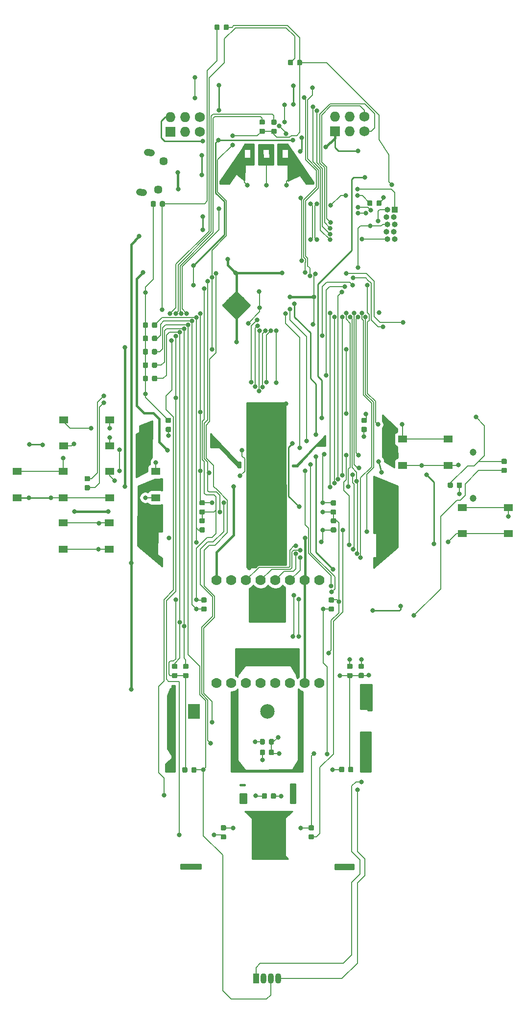
<source format=gtl>
G04 #@! TF.GenerationSoftware,KiCad,Pcbnew,(5.1.0)-1*
G04 #@! TF.CreationDate,2019-06-02T04:00:07-06:00*
G04 #@! TF.ProjectId,hcrn,6863726e-2e6b-4696-9361-645f70636258,0.1*
G04 #@! TF.SameCoordinates,Original*
G04 #@! TF.FileFunction,Copper,L1,Top*
G04 #@! TF.FilePolarity,Positive*
%FSLAX46Y46*%
G04 Gerber Fmt 4.6, Leading zero omitted, Abs format (unit mm)*
G04 Created by KiCad (PCBNEW (5.1.0)-1) date 2019-06-02 04:00:07*
%MOMM*%
%LPD*%
G04 APERTURE LIST*
%ADD10C,2.500000*%
%ADD11R,2.000000X2.500000*%
%ADD12C,1.200000*%
%ADD13R,1.550000X1.300000*%
%ADD14C,0.100000*%
%ADD15C,0.875000*%
%ADD16R,1.070000X1.800000*%
%ADD17O,1.070000X1.800000*%
%ADD18C,1.450000*%
%ADD19C,1.200000*%
%ADD20C,0.500000*%
%ADD21C,3.600000*%
%ADD22C,1.778000*%
%ADD23C,1.727200*%
%ADD24O,1.727200X1.727200*%
%ADD25R,1.727200X1.727200*%
%ADD26O,1.000000X1.000000*%
%ADD27R,1.000000X1.000000*%
%ADD28C,0.800000*%
%ADD29C,0.177800*%
%ADD30C,0.254000*%
%ADD31C,0.381000*%
%ADD32C,0.203200*%
%ADD33C,0.200000*%
G04 APERTURE END LIST*
D10*
X176790000Y-142070000D03*
D11*
X164090000Y-142070000D03*
D12*
X212380000Y-97260000D03*
X212380000Y-105240000D03*
D13*
X133535000Y-100620000D03*
X141485000Y-100620000D03*
X133535000Y-105120000D03*
X141485000Y-105120000D03*
D14*
G36*
X159977691Y-91336053D02*
G01*
X159998926Y-91339203D01*
X160019750Y-91344419D01*
X160039962Y-91351651D01*
X160059368Y-91360830D01*
X160077781Y-91371866D01*
X160095024Y-91384654D01*
X160110930Y-91399070D01*
X160125346Y-91414976D01*
X160138134Y-91432219D01*
X160149170Y-91450632D01*
X160158349Y-91470038D01*
X160165581Y-91490250D01*
X160170797Y-91511074D01*
X160173947Y-91532309D01*
X160175000Y-91553750D01*
X160175000Y-91991250D01*
X160173947Y-92012691D01*
X160170797Y-92033926D01*
X160165581Y-92054750D01*
X160158349Y-92074962D01*
X160149170Y-92094368D01*
X160138134Y-92112781D01*
X160125346Y-92130024D01*
X160110930Y-92145930D01*
X160095024Y-92160346D01*
X160077781Y-92173134D01*
X160059368Y-92184170D01*
X160039962Y-92193349D01*
X160019750Y-92200581D01*
X159998926Y-92205797D01*
X159977691Y-92208947D01*
X159956250Y-92210000D01*
X159443750Y-92210000D01*
X159422309Y-92208947D01*
X159401074Y-92205797D01*
X159380250Y-92200581D01*
X159360038Y-92193349D01*
X159340632Y-92184170D01*
X159322219Y-92173134D01*
X159304976Y-92160346D01*
X159289070Y-92145930D01*
X159274654Y-92130024D01*
X159261866Y-92112781D01*
X159250830Y-92094368D01*
X159241651Y-92074962D01*
X159234419Y-92054750D01*
X159229203Y-92033926D01*
X159226053Y-92012691D01*
X159225000Y-91991250D01*
X159225000Y-91553750D01*
X159226053Y-91532309D01*
X159229203Y-91511074D01*
X159234419Y-91490250D01*
X159241651Y-91470038D01*
X159250830Y-91450632D01*
X159261866Y-91432219D01*
X159274654Y-91414976D01*
X159289070Y-91399070D01*
X159304976Y-91384654D01*
X159322219Y-91371866D01*
X159340632Y-91360830D01*
X159360038Y-91351651D01*
X159380250Y-91344419D01*
X159401074Y-91339203D01*
X159422309Y-91336053D01*
X159443750Y-91335000D01*
X159956250Y-91335000D01*
X159977691Y-91336053D01*
X159977691Y-91336053D01*
G37*
D15*
X159700000Y-91772500D03*
D14*
G36*
X159977691Y-92911053D02*
G01*
X159998926Y-92914203D01*
X160019750Y-92919419D01*
X160039962Y-92926651D01*
X160059368Y-92935830D01*
X160077781Y-92946866D01*
X160095024Y-92959654D01*
X160110930Y-92974070D01*
X160125346Y-92989976D01*
X160138134Y-93007219D01*
X160149170Y-93025632D01*
X160158349Y-93045038D01*
X160165581Y-93065250D01*
X160170797Y-93086074D01*
X160173947Y-93107309D01*
X160175000Y-93128750D01*
X160175000Y-93566250D01*
X160173947Y-93587691D01*
X160170797Y-93608926D01*
X160165581Y-93629750D01*
X160158349Y-93649962D01*
X160149170Y-93669368D01*
X160138134Y-93687781D01*
X160125346Y-93705024D01*
X160110930Y-93720930D01*
X160095024Y-93735346D01*
X160077781Y-93748134D01*
X160059368Y-93759170D01*
X160039962Y-93768349D01*
X160019750Y-93775581D01*
X159998926Y-93780797D01*
X159977691Y-93783947D01*
X159956250Y-93785000D01*
X159443750Y-93785000D01*
X159422309Y-93783947D01*
X159401074Y-93780797D01*
X159380250Y-93775581D01*
X159360038Y-93768349D01*
X159340632Y-93759170D01*
X159322219Y-93748134D01*
X159304976Y-93735346D01*
X159289070Y-93720930D01*
X159274654Y-93705024D01*
X159261866Y-93687781D01*
X159250830Y-93669368D01*
X159241651Y-93649962D01*
X159234419Y-93629750D01*
X159229203Y-93608926D01*
X159226053Y-93587691D01*
X159225000Y-93566250D01*
X159225000Y-93128750D01*
X159226053Y-93107309D01*
X159229203Y-93086074D01*
X159234419Y-93065250D01*
X159241651Y-93045038D01*
X159250830Y-93025632D01*
X159261866Y-93007219D01*
X159274654Y-92989976D01*
X159289070Y-92974070D01*
X159304976Y-92959654D01*
X159322219Y-92946866D01*
X159340632Y-92935830D01*
X159360038Y-92926651D01*
X159380250Y-92919419D01*
X159401074Y-92914203D01*
X159422309Y-92911053D01*
X159443750Y-92910000D01*
X159956250Y-92910000D01*
X159977691Y-92911053D01*
X159977691Y-92911053D01*
G37*
D15*
X159700000Y-93347500D03*
D14*
G36*
X157557691Y-74836053D02*
G01*
X157578926Y-74839203D01*
X157599750Y-74844419D01*
X157619962Y-74851651D01*
X157639368Y-74860830D01*
X157657781Y-74871866D01*
X157675024Y-74884654D01*
X157690930Y-74899070D01*
X157705346Y-74914976D01*
X157718134Y-74932219D01*
X157729170Y-74950632D01*
X157738349Y-74970038D01*
X157745581Y-74990250D01*
X157750797Y-75011074D01*
X157753947Y-75032309D01*
X157755000Y-75053750D01*
X157755000Y-75566250D01*
X157753947Y-75587691D01*
X157750797Y-75608926D01*
X157745581Y-75629750D01*
X157738349Y-75649962D01*
X157729170Y-75669368D01*
X157718134Y-75687781D01*
X157705346Y-75705024D01*
X157690930Y-75720930D01*
X157675024Y-75735346D01*
X157657781Y-75748134D01*
X157639368Y-75759170D01*
X157619962Y-75768349D01*
X157599750Y-75775581D01*
X157578926Y-75780797D01*
X157557691Y-75783947D01*
X157536250Y-75785000D01*
X157098750Y-75785000D01*
X157077309Y-75783947D01*
X157056074Y-75780797D01*
X157035250Y-75775581D01*
X157015038Y-75768349D01*
X156995632Y-75759170D01*
X156977219Y-75748134D01*
X156959976Y-75735346D01*
X156944070Y-75720930D01*
X156929654Y-75705024D01*
X156916866Y-75687781D01*
X156905830Y-75669368D01*
X156896651Y-75649962D01*
X156889419Y-75629750D01*
X156884203Y-75608926D01*
X156881053Y-75587691D01*
X156880000Y-75566250D01*
X156880000Y-75053750D01*
X156881053Y-75032309D01*
X156884203Y-75011074D01*
X156889419Y-74990250D01*
X156896651Y-74970038D01*
X156905830Y-74950632D01*
X156916866Y-74932219D01*
X156929654Y-74914976D01*
X156944070Y-74899070D01*
X156959976Y-74884654D01*
X156977219Y-74871866D01*
X156995632Y-74860830D01*
X157015038Y-74851651D01*
X157035250Y-74844419D01*
X157056074Y-74839203D01*
X157077309Y-74836053D01*
X157098750Y-74835000D01*
X157536250Y-74835000D01*
X157557691Y-74836053D01*
X157557691Y-74836053D01*
G37*
D15*
X157317500Y-75310000D03*
D14*
G36*
X155982691Y-74836053D02*
G01*
X156003926Y-74839203D01*
X156024750Y-74844419D01*
X156044962Y-74851651D01*
X156064368Y-74860830D01*
X156082781Y-74871866D01*
X156100024Y-74884654D01*
X156115930Y-74899070D01*
X156130346Y-74914976D01*
X156143134Y-74932219D01*
X156154170Y-74950632D01*
X156163349Y-74970038D01*
X156170581Y-74990250D01*
X156175797Y-75011074D01*
X156178947Y-75032309D01*
X156180000Y-75053750D01*
X156180000Y-75566250D01*
X156178947Y-75587691D01*
X156175797Y-75608926D01*
X156170581Y-75629750D01*
X156163349Y-75649962D01*
X156154170Y-75669368D01*
X156143134Y-75687781D01*
X156130346Y-75705024D01*
X156115930Y-75720930D01*
X156100024Y-75735346D01*
X156082781Y-75748134D01*
X156064368Y-75759170D01*
X156044962Y-75768349D01*
X156024750Y-75775581D01*
X156003926Y-75780797D01*
X155982691Y-75783947D01*
X155961250Y-75785000D01*
X155523750Y-75785000D01*
X155502309Y-75783947D01*
X155481074Y-75780797D01*
X155460250Y-75775581D01*
X155440038Y-75768349D01*
X155420632Y-75759170D01*
X155402219Y-75748134D01*
X155384976Y-75735346D01*
X155369070Y-75720930D01*
X155354654Y-75705024D01*
X155341866Y-75687781D01*
X155330830Y-75669368D01*
X155321651Y-75649962D01*
X155314419Y-75629750D01*
X155309203Y-75608926D01*
X155306053Y-75587691D01*
X155305000Y-75566250D01*
X155305000Y-75053750D01*
X155306053Y-75032309D01*
X155309203Y-75011074D01*
X155314419Y-74990250D01*
X155321651Y-74970038D01*
X155330830Y-74950632D01*
X155341866Y-74932219D01*
X155354654Y-74914976D01*
X155369070Y-74899070D01*
X155384976Y-74884654D01*
X155402219Y-74871866D01*
X155420632Y-74860830D01*
X155440038Y-74851651D01*
X155460250Y-74844419D01*
X155481074Y-74839203D01*
X155502309Y-74836053D01*
X155523750Y-74835000D01*
X155961250Y-74835000D01*
X155982691Y-74836053D01*
X155982691Y-74836053D01*
G37*
D15*
X155742500Y-75310000D03*
D14*
G36*
X155982691Y-77142303D02*
G01*
X156003926Y-77145453D01*
X156024750Y-77150669D01*
X156044962Y-77157901D01*
X156064368Y-77167080D01*
X156082781Y-77178116D01*
X156100024Y-77190904D01*
X156115930Y-77205320D01*
X156130346Y-77221226D01*
X156143134Y-77238469D01*
X156154170Y-77256882D01*
X156163349Y-77276288D01*
X156170581Y-77296500D01*
X156175797Y-77317324D01*
X156178947Y-77338559D01*
X156180000Y-77360000D01*
X156180000Y-77872500D01*
X156178947Y-77893941D01*
X156175797Y-77915176D01*
X156170581Y-77936000D01*
X156163349Y-77956212D01*
X156154170Y-77975618D01*
X156143134Y-77994031D01*
X156130346Y-78011274D01*
X156115930Y-78027180D01*
X156100024Y-78041596D01*
X156082781Y-78054384D01*
X156064368Y-78065420D01*
X156044962Y-78074599D01*
X156024750Y-78081831D01*
X156003926Y-78087047D01*
X155982691Y-78090197D01*
X155961250Y-78091250D01*
X155523750Y-78091250D01*
X155502309Y-78090197D01*
X155481074Y-78087047D01*
X155460250Y-78081831D01*
X155440038Y-78074599D01*
X155420632Y-78065420D01*
X155402219Y-78054384D01*
X155384976Y-78041596D01*
X155369070Y-78027180D01*
X155354654Y-78011274D01*
X155341866Y-77994031D01*
X155330830Y-77975618D01*
X155321651Y-77956212D01*
X155314419Y-77936000D01*
X155309203Y-77915176D01*
X155306053Y-77893941D01*
X155305000Y-77872500D01*
X155305000Y-77360000D01*
X155306053Y-77338559D01*
X155309203Y-77317324D01*
X155314419Y-77296500D01*
X155321651Y-77276288D01*
X155330830Y-77256882D01*
X155341866Y-77238469D01*
X155354654Y-77221226D01*
X155369070Y-77205320D01*
X155384976Y-77190904D01*
X155402219Y-77178116D01*
X155420632Y-77167080D01*
X155440038Y-77157901D01*
X155460250Y-77150669D01*
X155481074Y-77145453D01*
X155502309Y-77142303D01*
X155523750Y-77141250D01*
X155961250Y-77141250D01*
X155982691Y-77142303D01*
X155982691Y-77142303D01*
G37*
D15*
X155742500Y-77616250D03*
D14*
G36*
X157557691Y-77142303D02*
G01*
X157578926Y-77145453D01*
X157599750Y-77150669D01*
X157619962Y-77157901D01*
X157639368Y-77167080D01*
X157657781Y-77178116D01*
X157675024Y-77190904D01*
X157690930Y-77205320D01*
X157705346Y-77221226D01*
X157718134Y-77238469D01*
X157729170Y-77256882D01*
X157738349Y-77276288D01*
X157745581Y-77296500D01*
X157750797Y-77317324D01*
X157753947Y-77338559D01*
X157755000Y-77360000D01*
X157755000Y-77872500D01*
X157753947Y-77893941D01*
X157750797Y-77915176D01*
X157745581Y-77936000D01*
X157738349Y-77956212D01*
X157729170Y-77975618D01*
X157718134Y-77994031D01*
X157705346Y-78011274D01*
X157690930Y-78027180D01*
X157675024Y-78041596D01*
X157657781Y-78054384D01*
X157639368Y-78065420D01*
X157619962Y-78074599D01*
X157599750Y-78081831D01*
X157578926Y-78087047D01*
X157557691Y-78090197D01*
X157536250Y-78091250D01*
X157098750Y-78091250D01*
X157077309Y-78090197D01*
X157056074Y-78087047D01*
X157035250Y-78081831D01*
X157015038Y-78074599D01*
X156995632Y-78065420D01*
X156977219Y-78054384D01*
X156959976Y-78041596D01*
X156944070Y-78027180D01*
X156929654Y-78011274D01*
X156916866Y-77994031D01*
X156905830Y-77975618D01*
X156896651Y-77956212D01*
X156889419Y-77936000D01*
X156884203Y-77915176D01*
X156881053Y-77893941D01*
X156880000Y-77872500D01*
X156880000Y-77360000D01*
X156881053Y-77338559D01*
X156884203Y-77317324D01*
X156889419Y-77296500D01*
X156896651Y-77276288D01*
X156905830Y-77256882D01*
X156916866Y-77238469D01*
X156929654Y-77221226D01*
X156944070Y-77205320D01*
X156959976Y-77190904D01*
X156977219Y-77178116D01*
X156995632Y-77167080D01*
X157015038Y-77157901D01*
X157035250Y-77150669D01*
X157056074Y-77145453D01*
X157077309Y-77142303D01*
X157098750Y-77141250D01*
X157536250Y-77141250D01*
X157557691Y-77142303D01*
X157557691Y-77142303D01*
G37*
D15*
X157317500Y-77616250D03*
D14*
G36*
X155982691Y-79448553D02*
G01*
X156003926Y-79451703D01*
X156024750Y-79456919D01*
X156044962Y-79464151D01*
X156064368Y-79473330D01*
X156082781Y-79484366D01*
X156100024Y-79497154D01*
X156115930Y-79511570D01*
X156130346Y-79527476D01*
X156143134Y-79544719D01*
X156154170Y-79563132D01*
X156163349Y-79582538D01*
X156170581Y-79602750D01*
X156175797Y-79623574D01*
X156178947Y-79644809D01*
X156180000Y-79666250D01*
X156180000Y-80178750D01*
X156178947Y-80200191D01*
X156175797Y-80221426D01*
X156170581Y-80242250D01*
X156163349Y-80262462D01*
X156154170Y-80281868D01*
X156143134Y-80300281D01*
X156130346Y-80317524D01*
X156115930Y-80333430D01*
X156100024Y-80347846D01*
X156082781Y-80360634D01*
X156064368Y-80371670D01*
X156044962Y-80380849D01*
X156024750Y-80388081D01*
X156003926Y-80393297D01*
X155982691Y-80396447D01*
X155961250Y-80397500D01*
X155523750Y-80397500D01*
X155502309Y-80396447D01*
X155481074Y-80393297D01*
X155460250Y-80388081D01*
X155440038Y-80380849D01*
X155420632Y-80371670D01*
X155402219Y-80360634D01*
X155384976Y-80347846D01*
X155369070Y-80333430D01*
X155354654Y-80317524D01*
X155341866Y-80300281D01*
X155330830Y-80281868D01*
X155321651Y-80262462D01*
X155314419Y-80242250D01*
X155309203Y-80221426D01*
X155306053Y-80200191D01*
X155305000Y-80178750D01*
X155305000Y-79666250D01*
X155306053Y-79644809D01*
X155309203Y-79623574D01*
X155314419Y-79602750D01*
X155321651Y-79582538D01*
X155330830Y-79563132D01*
X155341866Y-79544719D01*
X155354654Y-79527476D01*
X155369070Y-79511570D01*
X155384976Y-79497154D01*
X155402219Y-79484366D01*
X155420632Y-79473330D01*
X155440038Y-79464151D01*
X155460250Y-79456919D01*
X155481074Y-79451703D01*
X155502309Y-79448553D01*
X155523750Y-79447500D01*
X155961250Y-79447500D01*
X155982691Y-79448553D01*
X155982691Y-79448553D01*
G37*
D15*
X155742500Y-79922500D03*
D14*
G36*
X157557691Y-79448553D02*
G01*
X157578926Y-79451703D01*
X157599750Y-79456919D01*
X157619962Y-79464151D01*
X157639368Y-79473330D01*
X157657781Y-79484366D01*
X157675024Y-79497154D01*
X157690930Y-79511570D01*
X157705346Y-79527476D01*
X157718134Y-79544719D01*
X157729170Y-79563132D01*
X157738349Y-79582538D01*
X157745581Y-79602750D01*
X157750797Y-79623574D01*
X157753947Y-79644809D01*
X157755000Y-79666250D01*
X157755000Y-80178750D01*
X157753947Y-80200191D01*
X157750797Y-80221426D01*
X157745581Y-80242250D01*
X157738349Y-80262462D01*
X157729170Y-80281868D01*
X157718134Y-80300281D01*
X157705346Y-80317524D01*
X157690930Y-80333430D01*
X157675024Y-80347846D01*
X157657781Y-80360634D01*
X157639368Y-80371670D01*
X157619962Y-80380849D01*
X157599750Y-80388081D01*
X157578926Y-80393297D01*
X157557691Y-80396447D01*
X157536250Y-80397500D01*
X157098750Y-80397500D01*
X157077309Y-80396447D01*
X157056074Y-80393297D01*
X157035250Y-80388081D01*
X157015038Y-80380849D01*
X156995632Y-80371670D01*
X156977219Y-80360634D01*
X156959976Y-80347846D01*
X156944070Y-80333430D01*
X156929654Y-80317524D01*
X156916866Y-80300281D01*
X156905830Y-80281868D01*
X156896651Y-80262462D01*
X156889419Y-80242250D01*
X156884203Y-80221426D01*
X156881053Y-80200191D01*
X156880000Y-80178750D01*
X156880000Y-79666250D01*
X156881053Y-79644809D01*
X156884203Y-79623574D01*
X156889419Y-79602750D01*
X156896651Y-79582538D01*
X156905830Y-79563132D01*
X156916866Y-79544719D01*
X156929654Y-79527476D01*
X156944070Y-79511570D01*
X156959976Y-79497154D01*
X156977219Y-79484366D01*
X156995632Y-79473330D01*
X157015038Y-79464151D01*
X157035250Y-79456919D01*
X157056074Y-79451703D01*
X157077309Y-79448553D01*
X157098750Y-79447500D01*
X157536250Y-79447500D01*
X157557691Y-79448553D01*
X157557691Y-79448553D01*
G37*
D15*
X157317500Y-79922500D03*
D14*
G36*
X155982691Y-81754803D02*
G01*
X156003926Y-81757953D01*
X156024750Y-81763169D01*
X156044962Y-81770401D01*
X156064368Y-81779580D01*
X156082781Y-81790616D01*
X156100024Y-81803404D01*
X156115930Y-81817820D01*
X156130346Y-81833726D01*
X156143134Y-81850969D01*
X156154170Y-81869382D01*
X156163349Y-81888788D01*
X156170581Y-81909000D01*
X156175797Y-81929824D01*
X156178947Y-81951059D01*
X156180000Y-81972500D01*
X156180000Y-82485000D01*
X156178947Y-82506441D01*
X156175797Y-82527676D01*
X156170581Y-82548500D01*
X156163349Y-82568712D01*
X156154170Y-82588118D01*
X156143134Y-82606531D01*
X156130346Y-82623774D01*
X156115930Y-82639680D01*
X156100024Y-82654096D01*
X156082781Y-82666884D01*
X156064368Y-82677920D01*
X156044962Y-82687099D01*
X156024750Y-82694331D01*
X156003926Y-82699547D01*
X155982691Y-82702697D01*
X155961250Y-82703750D01*
X155523750Y-82703750D01*
X155502309Y-82702697D01*
X155481074Y-82699547D01*
X155460250Y-82694331D01*
X155440038Y-82687099D01*
X155420632Y-82677920D01*
X155402219Y-82666884D01*
X155384976Y-82654096D01*
X155369070Y-82639680D01*
X155354654Y-82623774D01*
X155341866Y-82606531D01*
X155330830Y-82588118D01*
X155321651Y-82568712D01*
X155314419Y-82548500D01*
X155309203Y-82527676D01*
X155306053Y-82506441D01*
X155305000Y-82485000D01*
X155305000Y-81972500D01*
X155306053Y-81951059D01*
X155309203Y-81929824D01*
X155314419Y-81909000D01*
X155321651Y-81888788D01*
X155330830Y-81869382D01*
X155341866Y-81850969D01*
X155354654Y-81833726D01*
X155369070Y-81817820D01*
X155384976Y-81803404D01*
X155402219Y-81790616D01*
X155420632Y-81779580D01*
X155440038Y-81770401D01*
X155460250Y-81763169D01*
X155481074Y-81757953D01*
X155502309Y-81754803D01*
X155523750Y-81753750D01*
X155961250Y-81753750D01*
X155982691Y-81754803D01*
X155982691Y-81754803D01*
G37*
D15*
X155742500Y-82228750D03*
D14*
G36*
X157557691Y-81754803D02*
G01*
X157578926Y-81757953D01*
X157599750Y-81763169D01*
X157619962Y-81770401D01*
X157639368Y-81779580D01*
X157657781Y-81790616D01*
X157675024Y-81803404D01*
X157690930Y-81817820D01*
X157705346Y-81833726D01*
X157718134Y-81850969D01*
X157729170Y-81869382D01*
X157738349Y-81888788D01*
X157745581Y-81909000D01*
X157750797Y-81929824D01*
X157753947Y-81951059D01*
X157755000Y-81972500D01*
X157755000Y-82485000D01*
X157753947Y-82506441D01*
X157750797Y-82527676D01*
X157745581Y-82548500D01*
X157738349Y-82568712D01*
X157729170Y-82588118D01*
X157718134Y-82606531D01*
X157705346Y-82623774D01*
X157690930Y-82639680D01*
X157675024Y-82654096D01*
X157657781Y-82666884D01*
X157639368Y-82677920D01*
X157619962Y-82687099D01*
X157599750Y-82694331D01*
X157578926Y-82699547D01*
X157557691Y-82702697D01*
X157536250Y-82703750D01*
X157098750Y-82703750D01*
X157077309Y-82702697D01*
X157056074Y-82699547D01*
X157035250Y-82694331D01*
X157015038Y-82687099D01*
X156995632Y-82677920D01*
X156977219Y-82666884D01*
X156959976Y-82654096D01*
X156944070Y-82639680D01*
X156929654Y-82623774D01*
X156916866Y-82606531D01*
X156905830Y-82588118D01*
X156896651Y-82568712D01*
X156889419Y-82548500D01*
X156884203Y-82527676D01*
X156881053Y-82506441D01*
X156880000Y-82485000D01*
X156880000Y-81972500D01*
X156881053Y-81951059D01*
X156884203Y-81929824D01*
X156889419Y-81909000D01*
X156896651Y-81888788D01*
X156905830Y-81869382D01*
X156916866Y-81850969D01*
X156929654Y-81833726D01*
X156944070Y-81817820D01*
X156959976Y-81803404D01*
X156977219Y-81790616D01*
X156995632Y-81779580D01*
X157015038Y-81770401D01*
X157035250Y-81763169D01*
X157056074Y-81757953D01*
X157077309Y-81754803D01*
X157098750Y-81753750D01*
X157536250Y-81753750D01*
X157557691Y-81754803D01*
X157557691Y-81754803D01*
G37*
D15*
X157317500Y-82228750D03*
D14*
G36*
X157557691Y-84061053D02*
G01*
X157578926Y-84064203D01*
X157599750Y-84069419D01*
X157619962Y-84076651D01*
X157639368Y-84085830D01*
X157657781Y-84096866D01*
X157675024Y-84109654D01*
X157690930Y-84124070D01*
X157705346Y-84139976D01*
X157718134Y-84157219D01*
X157729170Y-84175632D01*
X157738349Y-84195038D01*
X157745581Y-84215250D01*
X157750797Y-84236074D01*
X157753947Y-84257309D01*
X157755000Y-84278750D01*
X157755000Y-84791250D01*
X157753947Y-84812691D01*
X157750797Y-84833926D01*
X157745581Y-84854750D01*
X157738349Y-84874962D01*
X157729170Y-84894368D01*
X157718134Y-84912781D01*
X157705346Y-84930024D01*
X157690930Y-84945930D01*
X157675024Y-84960346D01*
X157657781Y-84973134D01*
X157639368Y-84984170D01*
X157619962Y-84993349D01*
X157599750Y-85000581D01*
X157578926Y-85005797D01*
X157557691Y-85008947D01*
X157536250Y-85010000D01*
X157098750Y-85010000D01*
X157077309Y-85008947D01*
X157056074Y-85005797D01*
X157035250Y-85000581D01*
X157015038Y-84993349D01*
X156995632Y-84984170D01*
X156977219Y-84973134D01*
X156959976Y-84960346D01*
X156944070Y-84945930D01*
X156929654Y-84930024D01*
X156916866Y-84912781D01*
X156905830Y-84894368D01*
X156896651Y-84874962D01*
X156889419Y-84854750D01*
X156884203Y-84833926D01*
X156881053Y-84812691D01*
X156880000Y-84791250D01*
X156880000Y-84278750D01*
X156881053Y-84257309D01*
X156884203Y-84236074D01*
X156889419Y-84215250D01*
X156896651Y-84195038D01*
X156905830Y-84175632D01*
X156916866Y-84157219D01*
X156929654Y-84139976D01*
X156944070Y-84124070D01*
X156959976Y-84109654D01*
X156977219Y-84096866D01*
X156995632Y-84085830D01*
X157015038Y-84076651D01*
X157035250Y-84069419D01*
X157056074Y-84064203D01*
X157077309Y-84061053D01*
X157098750Y-84060000D01*
X157536250Y-84060000D01*
X157557691Y-84061053D01*
X157557691Y-84061053D01*
G37*
D15*
X157317500Y-84535000D03*
D14*
G36*
X155982691Y-84061053D02*
G01*
X156003926Y-84064203D01*
X156024750Y-84069419D01*
X156044962Y-84076651D01*
X156064368Y-84085830D01*
X156082781Y-84096866D01*
X156100024Y-84109654D01*
X156115930Y-84124070D01*
X156130346Y-84139976D01*
X156143134Y-84157219D01*
X156154170Y-84175632D01*
X156163349Y-84195038D01*
X156170581Y-84215250D01*
X156175797Y-84236074D01*
X156178947Y-84257309D01*
X156180000Y-84278750D01*
X156180000Y-84791250D01*
X156178947Y-84812691D01*
X156175797Y-84833926D01*
X156170581Y-84854750D01*
X156163349Y-84874962D01*
X156154170Y-84894368D01*
X156143134Y-84912781D01*
X156130346Y-84930024D01*
X156115930Y-84945930D01*
X156100024Y-84960346D01*
X156082781Y-84973134D01*
X156064368Y-84984170D01*
X156044962Y-84993349D01*
X156024750Y-85000581D01*
X156003926Y-85005797D01*
X155982691Y-85008947D01*
X155961250Y-85010000D01*
X155523750Y-85010000D01*
X155502309Y-85008947D01*
X155481074Y-85005797D01*
X155460250Y-85000581D01*
X155440038Y-84993349D01*
X155420632Y-84984170D01*
X155402219Y-84973134D01*
X155384976Y-84960346D01*
X155369070Y-84945930D01*
X155354654Y-84930024D01*
X155341866Y-84912781D01*
X155330830Y-84894368D01*
X155321651Y-84874962D01*
X155314419Y-84854750D01*
X155309203Y-84833926D01*
X155306053Y-84812691D01*
X155305000Y-84791250D01*
X155305000Y-84278750D01*
X155306053Y-84257309D01*
X155309203Y-84236074D01*
X155314419Y-84215250D01*
X155321651Y-84195038D01*
X155330830Y-84175632D01*
X155341866Y-84157219D01*
X155354654Y-84139976D01*
X155369070Y-84124070D01*
X155384976Y-84109654D01*
X155402219Y-84096866D01*
X155420632Y-84085830D01*
X155440038Y-84076651D01*
X155460250Y-84069419D01*
X155481074Y-84064203D01*
X155502309Y-84061053D01*
X155523750Y-84060000D01*
X155961250Y-84060000D01*
X155982691Y-84061053D01*
X155982691Y-84061053D01*
G37*
D15*
X155742500Y-84535000D03*
D14*
G36*
X145957691Y-101406053D02*
G01*
X145978926Y-101409203D01*
X145999750Y-101414419D01*
X146019962Y-101421651D01*
X146039368Y-101430830D01*
X146057781Y-101441866D01*
X146075024Y-101454654D01*
X146090930Y-101469070D01*
X146105346Y-101484976D01*
X146118134Y-101502219D01*
X146129170Y-101520632D01*
X146138349Y-101540038D01*
X146145581Y-101560250D01*
X146150797Y-101581074D01*
X146153947Y-101602309D01*
X146155000Y-101623750D01*
X146155000Y-102061250D01*
X146153947Y-102082691D01*
X146150797Y-102103926D01*
X146145581Y-102124750D01*
X146138349Y-102144962D01*
X146129170Y-102164368D01*
X146118134Y-102182781D01*
X146105346Y-102200024D01*
X146090930Y-102215930D01*
X146075024Y-102230346D01*
X146057781Y-102243134D01*
X146039368Y-102254170D01*
X146019962Y-102263349D01*
X145999750Y-102270581D01*
X145978926Y-102275797D01*
X145957691Y-102278947D01*
X145936250Y-102280000D01*
X145423750Y-102280000D01*
X145402309Y-102278947D01*
X145381074Y-102275797D01*
X145360250Y-102270581D01*
X145340038Y-102263349D01*
X145320632Y-102254170D01*
X145302219Y-102243134D01*
X145284976Y-102230346D01*
X145269070Y-102215930D01*
X145254654Y-102200024D01*
X145241866Y-102182781D01*
X145230830Y-102164368D01*
X145221651Y-102144962D01*
X145214419Y-102124750D01*
X145209203Y-102103926D01*
X145206053Y-102082691D01*
X145205000Y-102061250D01*
X145205000Y-101623750D01*
X145206053Y-101602309D01*
X145209203Y-101581074D01*
X145214419Y-101560250D01*
X145221651Y-101540038D01*
X145230830Y-101520632D01*
X145241866Y-101502219D01*
X145254654Y-101484976D01*
X145269070Y-101469070D01*
X145284976Y-101454654D01*
X145302219Y-101441866D01*
X145320632Y-101430830D01*
X145340038Y-101421651D01*
X145360250Y-101414419D01*
X145381074Y-101409203D01*
X145402309Y-101406053D01*
X145423750Y-101405000D01*
X145936250Y-101405000D01*
X145957691Y-101406053D01*
X145957691Y-101406053D01*
G37*
D15*
X145680000Y-101842500D03*
D14*
G36*
X145957691Y-102981053D02*
G01*
X145978926Y-102984203D01*
X145999750Y-102989419D01*
X146019962Y-102996651D01*
X146039368Y-103005830D01*
X146057781Y-103016866D01*
X146075024Y-103029654D01*
X146090930Y-103044070D01*
X146105346Y-103059976D01*
X146118134Y-103077219D01*
X146129170Y-103095632D01*
X146138349Y-103115038D01*
X146145581Y-103135250D01*
X146150797Y-103156074D01*
X146153947Y-103177309D01*
X146155000Y-103198750D01*
X146155000Y-103636250D01*
X146153947Y-103657691D01*
X146150797Y-103678926D01*
X146145581Y-103699750D01*
X146138349Y-103719962D01*
X146129170Y-103739368D01*
X146118134Y-103757781D01*
X146105346Y-103775024D01*
X146090930Y-103790930D01*
X146075024Y-103805346D01*
X146057781Y-103818134D01*
X146039368Y-103829170D01*
X146019962Y-103838349D01*
X145999750Y-103845581D01*
X145978926Y-103850797D01*
X145957691Y-103853947D01*
X145936250Y-103855000D01*
X145423750Y-103855000D01*
X145402309Y-103853947D01*
X145381074Y-103850797D01*
X145360250Y-103845581D01*
X145340038Y-103838349D01*
X145320632Y-103829170D01*
X145302219Y-103818134D01*
X145284976Y-103805346D01*
X145269070Y-103790930D01*
X145254654Y-103775024D01*
X145241866Y-103757781D01*
X145230830Y-103739368D01*
X145221651Y-103719962D01*
X145214419Y-103699750D01*
X145209203Y-103678926D01*
X145206053Y-103657691D01*
X145205000Y-103636250D01*
X145205000Y-103198750D01*
X145206053Y-103177309D01*
X145209203Y-103156074D01*
X145214419Y-103135250D01*
X145221651Y-103115038D01*
X145230830Y-103095632D01*
X145241866Y-103077219D01*
X145254654Y-103059976D01*
X145269070Y-103044070D01*
X145284976Y-103029654D01*
X145302219Y-103016866D01*
X145320632Y-103005830D01*
X145340038Y-102996651D01*
X145360250Y-102989419D01*
X145381074Y-102984203D01*
X145402309Y-102981053D01*
X145423750Y-102980000D01*
X145936250Y-102980000D01*
X145957691Y-102981053D01*
X145957691Y-102981053D01*
G37*
D15*
X145680000Y-103417500D03*
D14*
G36*
X157342691Y-53896053D02*
G01*
X157363926Y-53899203D01*
X157384750Y-53904419D01*
X157404962Y-53911651D01*
X157424368Y-53920830D01*
X157442781Y-53931866D01*
X157460024Y-53944654D01*
X157475930Y-53959070D01*
X157490346Y-53974976D01*
X157503134Y-53992219D01*
X157514170Y-54010632D01*
X157523349Y-54030038D01*
X157530581Y-54050250D01*
X157535797Y-54071074D01*
X157538947Y-54092309D01*
X157540000Y-54113750D01*
X157540000Y-54626250D01*
X157538947Y-54647691D01*
X157535797Y-54668926D01*
X157530581Y-54689750D01*
X157523349Y-54709962D01*
X157514170Y-54729368D01*
X157503134Y-54747781D01*
X157490346Y-54765024D01*
X157475930Y-54780930D01*
X157460024Y-54795346D01*
X157442781Y-54808134D01*
X157424368Y-54819170D01*
X157404962Y-54828349D01*
X157384750Y-54835581D01*
X157363926Y-54840797D01*
X157342691Y-54843947D01*
X157321250Y-54845000D01*
X156883750Y-54845000D01*
X156862309Y-54843947D01*
X156841074Y-54840797D01*
X156820250Y-54835581D01*
X156800038Y-54828349D01*
X156780632Y-54819170D01*
X156762219Y-54808134D01*
X156744976Y-54795346D01*
X156729070Y-54780930D01*
X156714654Y-54765024D01*
X156701866Y-54747781D01*
X156690830Y-54729368D01*
X156681651Y-54709962D01*
X156674419Y-54689750D01*
X156669203Y-54668926D01*
X156666053Y-54647691D01*
X156665000Y-54626250D01*
X156665000Y-54113750D01*
X156666053Y-54092309D01*
X156669203Y-54071074D01*
X156674419Y-54050250D01*
X156681651Y-54030038D01*
X156690830Y-54010632D01*
X156701866Y-53992219D01*
X156714654Y-53974976D01*
X156729070Y-53959070D01*
X156744976Y-53944654D01*
X156762219Y-53931866D01*
X156780632Y-53920830D01*
X156800038Y-53911651D01*
X156820250Y-53904419D01*
X156841074Y-53899203D01*
X156862309Y-53896053D01*
X156883750Y-53895000D01*
X157321250Y-53895000D01*
X157342691Y-53896053D01*
X157342691Y-53896053D01*
G37*
D15*
X157102500Y-54370000D03*
D14*
G36*
X158917691Y-53896053D02*
G01*
X158938926Y-53899203D01*
X158959750Y-53904419D01*
X158979962Y-53911651D01*
X158999368Y-53920830D01*
X159017781Y-53931866D01*
X159035024Y-53944654D01*
X159050930Y-53959070D01*
X159065346Y-53974976D01*
X159078134Y-53992219D01*
X159089170Y-54010632D01*
X159098349Y-54030038D01*
X159105581Y-54050250D01*
X159110797Y-54071074D01*
X159113947Y-54092309D01*
X159115000Y-54113750D01*
X159115000Y-54626250D01*
X159113947Y-54647691D01*
X159110797Y-54668926D01*
X159105581Y-54689750D01*
X159098349Y-54709962D01*
X159089170Y-54729368D01*
X159078134Y-54747781D01*
X159065346Y-54765024D01*
X159050930Y-54780930D01*
X159035024Y-54795346D01*
X159017781Y-54808134D01*
X158999368Y-54819170D01*
X158979962Y-54828349D01*
X158959750Y-54835581D01*
X158938926Y-54840797D01*
X158917691Y-54843947D01*
X158896250Y-54845000D01*
X158458750Y-54845000D01*
X158437309Y-54843947D01*
X158416074Y-54840797D01*
X158395250Y-54835581D01*
X158375038Y-54828349D01*
X158355632Y-54819170D01*
X158337219Y-54808134D01*
X158319976Y-54795346D01*
X158304070Y-54780930D01*
X158289654Y-54765024D01*
X158276866Y-54747781D01*
X158265830Y-54729368D01*
X158256651Y-54709962D01*
X158249419Y-54689750D01*
X158244203Y-54668926D01*
X158241053Y-54647691D01*
X158240000Y-54626250D01*
X158240000Y-54113750D01*
X158241053Y-54092309D01*
X158244203Y-54071074D01*
X158249419Y-54050250D01*
X158256651Y-54030038D01*
X158265830Y-54010632D01*
X158276866Y-53992219D01*
X158289654Y-53974976D01*
X158304070Y-53959070D01*
X158319976Y-53944654D01*
X158337219Y-53931866D01*
X158355632Y-53920830D01*
X158375038Y-53911651D01*
X158395250Y-53904419D01*
X158416074Y-53899203D01*
X158437309Y-53896053D01*
X158458750Y-53895000D01*
X158896250Y-53895000D01*
X158917691Y-53896053D01*
X158917691Y-53896053D01*
G37*
D15*
X158677500Y-54370000D03*
D14*
G36*
X165827691Y-107161053D02*
G01*
X165848926Y-107164203D01*
X165869750Y-107169419D01*
X165889962Y-107176651D01*
X165909368Y-107185830D01*
X165927781Y-107196866D01*
X165945024Y-107209654D01*
X165960930Y-107224070D01*
X165975346Y-107239976D01*
X165988134Y-107257219D01*
X165999170Y-107275632D01*
X166008349Y-107295038D01*
X166015581Y-107315250D01*
X166020797Y-107336074D01*
X166023947Y-107357309D01*
X166025000Y-107378750D01*
X166025000Y-107816250D01*
X166023947Y-107837691D01*
X166020797Y-107858926D01*
X166015581Y-107879750D01*
X166008349Y-107899962D01*
X165999170Y-107919368D01*
X165988134Y-107937781D01*
X165975346Y-107955024D01*
X165960930Y-107970930D01*
X165945024Y-107985346D01*
X165927781Y-107998134D01*
X165909368Y-108009170D01*
X165889962Y-108018349D01*
X165869750Y-108025581D01*
X165848926Y-108030797D01*
X165827691Y-108033947D01*
X165806250Y-108035000D01*
X165293750Y-108035000D01*
X165272309Y-108033947D01*
X165251074Y-108030797D01*
X165230250Y-108025581D01*
X165210038Y-108018349D01*
X165190632Y-108009170D01*
X165172219Y-107998134D01*
X165154976Y-107985346D01*
X165139070Y-107970930D01*
X165124654Y-107955024D01*
X165111866Y-107937781D01*
X165100830Y-107919368D01*
X165091651Y-107899962D01*
X165084419Y-107879750D01*
X165079203Y-107858926D01*
X165076053Y-107837691D01*
X165075000Y-107816250D01*
X165075000Y-107378750D01*
X165076053Y-107357309D01*
X165079203Y-107336074D01*
X165084419Y-107315250D01*
X165091651Y-107295038D01*
X165100830Y-107275632D01*
X165111866Y-107257219D01*
X165124654Y-107239976D01*
X165139070Y-107224070D01*
X165154976Y-107209654D01*
X165172219Y-107196866D01*
X165190632Y-107185830D01*
X165210038Y-107176651D01*
X165230250Y-107169419D01*
X165251074Y-107164203D01*
X165272309Y-107161053D01*
X165293750Y-107160000D01*
X165806250Y-107160000D01*
X165827691Y-107161053D01*
X165827691Y-107161053D01*
G37*
D15*
X165550000Y-107597500D03*
D14*
G36*
X165827691Y-105586053D02*
G01*
X165848926Y-105589203D01*
X165869750Y-105594419D01*
X165889962Y-105601651D01*
X165909368Y-105610830D01*
X165927781Y-105621866D01*
X165945024Y-105634654D01*
X165960930Y-105649070D01*
X165975346Y-105664976D01*
X165988134Y-105682219D01*
X165999170Y-105700632D01*
X166008349Y-105720038D01*
X166015581Y-105740250D01*
X166020797Y-105761074D01*
X166023947Y-105782309D01*
X166025000Y-105803750D01*
X166025000Y-106241250D01*
X166023947Y-106262691D01*
X166020797Y-106283926D01*
X166015581Y-106304750D01*
X166008349Y-106324962D01*
X165999170Y-106344368D01*
X165988134Y-106362781D01*
X165975346Y-106380024D01*
X165960930Y-106395930D01*
X165945024Y-106410346D01*
X165927781Y-106423134D01*
X165909368Y-106434170D01*
X165889962Y-106443349D01*
X165869750Y-106450581D01*
X165848926Y-106455797D01*
X165827691Y-106458947D01*
X165806250Y-106460000D01*
X165293750Y-106460000D01*
X165272309Y-106458947D01*
X165251074Y-106455797D01*
X165230250Y-106450581D01*
X165210038Y-106443349D01*
X165190632Y-106434170D01*
X165172219Y-106423134D01*
X165154976Y-106410346D01*
X165139070Y-106395930D01*
X165124654Y-106380024D01*
X165111866Y-106362781D01*
X165100830Y-106344368D01*
X165091651Y-106324962D01*
X165084419Y-106304750D01*
X165079203Y-106283926D01*
X165076053Y-106262691D01*
X165075000Y-106241250D01*
X165075000Y-105803750D01*
X165076053Y-105782309D01*
X165079203Y-105761074D01*
X165084419Y-105740250D01*
X165091651Y-105720038D01*
X165100830Y-105700632D01*
X165111866Y-105682219D01*
X165124654Y-105664976D01*
X165139070Y-105649070D01*
X165154976Y-105634654D01*
X165172219Y-105621866D01*
X165190632Y-105610830D01*
X165210038Y-105601651D01*
X165230250Y-105594419D01*
X165251074Y-105589203D01*
X165272309Y-105586053D01*
X165293750Y-105585000D01*
X165806250Y-105585000D01*
X165827691Y-105586053D01*
X165827691Y-105586053D01*
G37*
D15*
X165550000Y-106022500D03*
D14*
G36*
X165827691Y-110271053D02*
G01*
X165848926Y-110274203D01*
X165869750Y-110279419D01*
X165889962Y-110286651D01*
X165909368Y-110295830D01*
X165927781Y-110306866D01*
X165945024Y-110319654D01*
X165960930Y-110334070D01*
X165975346Y-110349976D01*
X165988134Y-110367219D01*
X165999170Y-110385632D01*
X166008349Y-110405038D01*
X166015581Y-110425250D01*
X166020797Y-110446074D01*
X166023947Y-110467309D01*
X166025000Y-110488750D01*
X166025000Y-110926250D01*
X166023947Y-110947691D01*
X166020797Y-110968926D01*
X166015581Y-110989750D01*
X166008349Y-111009962D01*
X165999170Y-111029368D01*
X165988134Y-111047781D01*
X165975346Y-111065024D01*
X165960930Y-111080930D01*
X165945024Y-111095346D01*
X165927781Y-111108134D01*
X165909368Y-111119170D01*
X165889962Y-111128349D01*
X165869750Y-111135581D01*
X165848926Y-111140797D01*
X165827691Y-111143947D01*
X165806250Y-111145000D01*
X165293750Y-111145000D01*
X165272309Y-111143947D01*
X165251074Y-111140797D01*
X165230250Y-111135581D01*
X165210038Y-111128349D01*
X165190632Y-111119170D01*
X165172219Y-111108134D01*
X165154976Y-111095346D01*
X165139070Y-111080930D01*
X165124654Y-111065024D01*
X165111866Y-111047781D01*
X165100830Y-111029368D01*
X165091651Y-111009962D01*
X165084419Y-110989750D01*
X165079203Y-110968926D01*
X165076053Y-110947691D01*
X165075000Y-110926250D01*
X165075000Y-110488750D01*
X165076053Y-110467309D01*
X165079203Y-110446074D01*
X165084419Y-110425250D01*
X165091651Y-110405038D01*
X165100830Y-110385632D01*
X165111866Y-110367219D01*
X165124654Y-110349976D01*
X165139070Y-110334070D01*
X165154976Y-110319654D01*
X165172219Y-110306866D01*
X165190632Y-110295830D01*
X165210038Y-110286651D01*
X165230250Y-110279419D01*
X165251074Y-110274203D01*
X165272309Y-110271053D01*
X165293750Y-110270000D01*
X165806250Y-110270000D01*
X165827691Y-110271053D01*
X165827691Y-110271053D01*
G37*
D15*
X165550000Y-110707500D03*
D14*
G36*
X165827691Y-108696053D02*
G01*
X165848926Y-108699203D01*
X165869750Y-108704419D01*
X165889962Y-108711651D01*
X165909368Y-108720830D01*
X165927781Y-108731866D01*
X165945024Y-108744654D01*
X165960930Y-108759070D01*
X165975346Y-108774976D01*
X165988134Y-108792219D01*
X165999170Y-108810632D01*
X166008349Y-108830038D01*
X166015581Y-108850250D01*
X166020797Y-108871074D01*
X166023947Y-108892309D01*
X166025000Y-108913750D01*
X166025000Y-109351250D01*
X166023947Y-109372691D01*
X166020797Y-109393926D01*
X166015581Y-109414750D01*
X166008349Y-109434962D01*
X165999170Y-109454368D01*
X165988134Y-109472781D01*
X165975346Y-109490024D01*
X165960930Y-109505930D01*
X165945024Y-109520346D01*
X165927781Y-109533134D01*
X165909368Y-109544170D01*
X165889962Y-109553349D01*
X165869750Y-109560581D01*
X165848926Y-109565797D01*
X165827691Y-109568947D01*
X165806250Y-109570000D01*
X165293750Y-109570000D01*
X165272309Y-109568947D01*
X165251074Y-109565797D01*
X165230250Y-109560581D01*
X165210038Y-109553349D01*
X165190632Y-109544170D01*
X165172219Y-109533134D01*
X165154976Y-109520346D01*
X165139070Y-109505930D01*
X165124654Y-109490024D01*
X165111866Y-109472781D01*
X165100830Y-109454368D01*
X165091651Y-109434962D01*
X165084419Y-109414750D01*
X165079203Y-109393926D01*
X165076053Y-109372691D01*
X165075000Y-109351250D01*
X165075000Y-108913750D01*
X165076053Y-108892309D01*
X165079203Y-108871074D01*
X165084419Y-108850250D01*
X165091651Y-108830038D01*
X165100830Y-108810632D01*
X165111866Y-108792219D01*
X165124654Y-108774976D01*
X165139070Y-108759070D01*
X165154976Y-108744654D01*
X165172219Y-108731866D01*
X165190632Y-108720830D01*
X165210038Y-108711651D01*
X165230250Y-108704419D01*
X165251074Y-108699203D01*
X165272309Y-108696053D01*
X165293750Y-108695000D01*
X165806250Y-108695000D01*
X165827691Y-108696053D01*
X165827691Y-108696053D01*
G37*
D15*
X165550000Y-109132500D03*
D14*
G36*
X166117691Y-122386053D02*
G01*
X166138926Y-122389203D01*
X166159750Y-122394419D01*
X166179962Y-122401651D01*
X166199368Y-122410830D01*
X166217781Y-122421866D01*
X166235024Y-122434654D01*
X166250930Y-122449070D01*
X166265346Y-122464976D01*
X166278134Y-122482219D01*
X166289170Y-122500632D01*
X166298349Y-122520038D01*
X166305581Y-122540250D01*
X166310797Y-122561074D01*
X166313947Y-122582309D01*
X166315000Y-122603750D01*
X166315000Y-123041250D01*
X166313947Y-123062691D01*
X166310797Y-123083926D01*
X166305581Y-123104750D01*
X166298349Y-123124962D01*
X166289170Y-123144368D01*
X166278134Y-123162781D01*
X166265346Y-123180024D01*
X166250930Y-123195930D01*
X166235024Y-123210346D01*
X166217781Y-123223134D01*
X166199368Y-123234170D01*
X166179962Y-123243349D01*
X166159750Y-123250581D01*
X166138926Y-123255797D01*
X166117691Y-123258947D01*
X166096250Y-123260000D01*
X165583750Y-123260000D01*
X165562309Y-123258947D01*
X165541074Y-123255797D01*
X165520250Y-123250581D01*
X165500038Y-123243349D01*
X165480632Y-123234170D01*
X165462219Y-123223134D01*
X165444976Y-123210346D01*
X165429070Y-123195930D01*
X165414654Y-123180024D01*
X165401866Y-123162781D01*
X165390830Y-123144368D01*
X165381651Y-123124962D01*
X165374419Y-123104750D01*
X165369203Y-123083926D01*
X165366053Y-123062691D01*
X165365000Y-123041250D01*
X165365000Y-122603750D01*
X165366053Y-122582309D01*
X165369203Y-122561074D01*
X165374419Y-122540250D01*
X165381651Y-122520038D01*
X165390830Y-122500632D01*
X165401866Y-122482219D01*
X165414654Y-122464976D01*
X165429070Y-122449070D01*
X165444976Y-122434654D01*
X165462219Y-122421866D01*
X165480632Y-122410830D01*
X165500038Y-122401651D01*
X165520250Y-122394419D01*
X165541074Y-122389203D01*
X165562309Y-122386053D01*
X165583750Y-122385000D01*
X166096250Y-122385000D01*
X166117691Y-122386053D01*
X166117691Y-122386053D01*
G37*
D15*
X165840000Y-122822500D03*
D14*
G36*
X166117691Y-123961053D02*
G01*
X166138926Y-123964203D01*
X166159750Y-123969419D01*
X166179962Y-123976651D01*
X166199368Y-123985830D01*
X166217781Y-123996866D01*
X166235024Y-124009654D01*
X166250930Y-124024070D01*
X166265346Y-124039976D01*
X166278134Y-124057219D01*
X166289170Y-124075632D01*
X166298349Y-124095038D01*
X166305581Y-124115250D01*
X166310797Y-124136074D01*
X166313947Y-124157309D01*
X166315000Y-124178750D01*
X166315000Y-124616250D01*
X166313947Y-124637691D01*
X166310797Y-124658926D01*
X166305581Y-124679750D01*
X166298349Y-124699962D01*
X166289170Y-124719368D01*
X166278134Y-124737781D01*
X166265346Y-124755024D01*
X166250930Y-124770930D01*
X166235024Y-124785346D01*
X166217781Y-124798134D01*
X166199368Y-124809170D01*
X166179962Y-124818349D01*
X166159750Y-124825581D01*
X166138926Y-124830797D01*
X166117691Y-124833947D01*
X166096250Y-124835000D01*
X165583750Y-124835000D01*
X165562309Y-124833947D01*
X165541074Y-124830797D01*
X165520250Y-124825581D01*
X165500038Y-124818349D01*
X165480632Y-124809170D01*
X165462219Y-124798134D01*
X165444976Y-124785346D01*
X165429070Y-124770930D01*
X165414654Y-124755024D01*
X165401866Y-124737781D01*
X165390830Y-124719368D01*
X165381651Y-124699962D01*
X165374419Y-124679750D01*
X165369203Y-124658926D01*
X165366053Y-124637691D01*
X165365000Y-124616250D01*
X165365000Y-124178750D01*
X165366053Y-124157309D01*
X165369203Y-124136074D01*
X165374419Y-124115250D01*
X165381651Y-124095038D01*
X165390830Y-124075632D01*
X165401866Y-124057219D01*
X165414654Y-124039976D01*
X165429070Y-124024070D01*
X165444976Y-124009654D01*
X165462219Y-123996866D01*
X165480632Y-123985830D01*
X165500038Y-123976651D01*
X165520250Y-123969419D01*
X165541074Y-123964203D01*
X165562309Y-123961053D01*
X165583750Y-123960000D01*
X166096250Y-123960000D01*
X166117691Y-123961053D01*
X166117691Y-123961053D01*
G37*
D15*
X165840000Y-124397500D03*
D14*
G36*
X164367691Y-151696053D02*
G01*
X164388926Y-151699203D01*
X164409750Y-151704419D01*
X164429962Y-151711651D01*
X164449368Y-151720830D01*
X164467781Y-151731866D01*
X164485024Y-151744654D01*
X164500930Y-151759070D01*
X164515346Y-151774976D01*
X164528134Y-151792219D01*
X164539170Y-151810632D01*
X164548349Y-151830038D01*
X164555581Y-151850250D01*
X164560797Y-151871074D01*
X164563947Y-151892309D01*
X164565000Y-151913750D01*
X164565000Y-152426250D01*
X164563947Y-152447691D01*
X164560797Y-152468926D01*
X164555581Y-152489750D01*
X164548349Y-152509962D01*
X164539170Y-152529368D01*
X164528134Y-152547781D01*
X164515346Y-152565024D01*
X164500930Y-152580930D01*
X164485024Y-152595346D01*
X164467781Y-152608134D01*
X164449368Y-152619170D01*
X164429962Y-152628349D01*
X164409750Y-152635581D01*
X164388926Y-152640797D01*
X164367691Y-152643947D01*
X164346250Y-152645000D01*
X163908750Y-152645000D01*
X163887309Y-152643947D01*
X163866074Y-152640797D01*
X163845250Y-152635581D01*
X163825038Y-152628349D01*
X163805632Y-152619170D01*
X163787219Y-152608134D01*
X163769976Y-152595346D01*
X163754070Y-152580930D01*
X163739654Y-152565024D01*
X163726866Y-152547781D01*
X163715830Y-152529368D01*
X163706651Y-152509962D01*
X163699419Y-152489750D01*
X163694203Y-152468926D01*
X163691053Y-152447691D01*
X163690000Y-152426250D01*
X163690000Y-151913750D01*
X163691053Y-151892309D01*
X163694203Y-151871074D01*
X163699419Y-151850250D01*
X163706651Y-151830038D01*
X163715830Y-151810632D01*
X163726866Y-151792219D01*
X163739654Y-151774976D01*
X163754070Y-151759070D01*
X163769976Y-151744654D01*
X163787219Y-151731866D01*
X163805632Y-151720830D01*
X163825038Y-151711651D01*
X163845250Y-151704419D01*
X163866074Y-151699203D01*
X163887309Y-151696053D01*
X163908750Y-151695000D01*
X164346250Y-151695000D01*
X164367691Y-151696053D01*
X164367691Y-151696053D01*
G37*
D15*
X164127500Y-152170000D03*
D14*
G36*
X162792691Y-151696053D02*
G01*
X162813926Y-151699203D01*
X162834750Y-151704419D01*
X162854962Y-151711651D01*
X162874368Y-151720830D01*
X162892781Y-151731866D01*
X162910024Y-151744654D01*
X162925930Y-151759070D01*
X162940346Y-151774976D01*
X162953134Y-151792219D01*
X162964170Y-151810632D01*
X162973349Y-151830038D01*
X162980581Y-151850250D01*
X162985797Y-151871074D01*
X162988947Y-151892309D01*
X162990000Y-151913750D01*
X162990000Y-152426250D01*
X162988947Y-152447691D01*
X162985797Y-152468926D01*
X162980581Y-152489750D01*
X162973349Y-152509962D01*
X162964170Y-152529368D01*
X162953134Y-152547781D01*
X162940346Y-152565024D01*
X162925930Y-152580930D01*
X162910024Y-152595346D01*
X162892781Y-152608134D01*
X162874368Y-152619170D01*
X162854962Y-152628349D01*
X162834750Y-152635581D01*
X162813926Y-152640797D01*
X162792691Y-152643947D01*
X162771250Y-152645000D01*
X162333750Y-152645000D01*
X162312309Y-152643947D01*
X162291074Y-152640797D01*
X162270250Y-152635581D01*
X162250038Y-152628349D01*
X162230632Y-152619170D01*
X162212219Y-152608134D01*
X162194976Y-152595346D01*
X162179070Y-152580930D01*
X162164654Y-152565024D01*
X162151866Y-152547781D01*
X162140830Y-152529368D01*
X162131651Y-152509962D01*
X162124419Y-152489750D01*
X162119203Y-152468926D01*
X162116053Y-152447691D01*
X162115000Y-152426250D01*
X162115000Y-151913750D01*
X162116053Y-151892309D01*
X162119203Y-151871074D01*
X162124419Y-151850250D01*
X162131651Y-151830038D01*
X162140830Y-151810632D01*
X162151866Y-151792219D01*
X162164654Y-151774976D01*
X162179070Y-151759070D01*
X162194976Y-151744654D01*
X162212219Y-151731866D01*
X162230632Y-151720830D01*
X162250038Y-151711651D01*
X162270250Y-151704419D01*
X162291074Y-151699203D01*
X162312309Y-151696053D01*
X162333750Y-151695000D01*
X162771250Y-151695000D01*
X162792691Y-151696053D01*
X162792691Y-151696053D01*
G37*
D15*
X162552500Y-152170000D03*
D14*
G36*
X162987691Y-135451053D02*
G01*
X163008926Y-135454203D01*
X163029750Y-135459419D01*
X163049962Y-135466651D01*
X163069368Y-135475830D01*
X163087781Y-135486866D01*
X163105024Y-135499654D01*
X163120930Y-135514070D01*
X163135346Y-135529976D01*
X163148134Y-135547219D01*
X163159170Y-135565632D01*
X163168349Y-135585038D01*
X163175581Y-135605250D01*
X163180797Y-135626074D01*
X163183947Y-135647309D01*
X163185000Y-135668750D01*
X163185000Y-136106250D01*
X163183947Y-136127691D01*
X163180797Y-136148926D01*
X163175581Y-136169750D01*
X163168349Y-136189962D01*
X163159170Y-136209368D01*
X163148134Y-136227781D01*
X163135346Y-136245024D01*
X163120930Y-136260930D01*
X163105024Y-136275346D01*
X163087781Y-136288134D01*
X163069368Y-136299170D01*
X163049962Y-136308349D01*
X163029750Y-136315581D01*
X163008926Y-136320797D01*
X162987691Y-136323947D01*
X162966250Y-136325000D01*
X162453750Y-136325000D01*
X162432309Y-136323947D01*
X162411074Y-136320797D01*
X162390250Y-136315581D01*
X162370038Y-136308349D01*
X162350632Y-136299170D01*
X162332219Y-136288134D01*
X162314976Y-136275346D01*
X162299070Y-136260930D01*
X162284654Y-136245024D01*
X162271866Y-136227781D01*
X162260830Y-136209368D01*
X162251651Y-136189962D01*
X162244419Y-136169750D01*
X162239203Y-136148926D01*
X162236053Y-136127691D01*
X162235000Y-136106250D01*
X162235000Y-135668750D01*
X162236053Y-135647309D01*
X162239203Y-135626074D01*
X162244419Y-135605250D01*
X162251651Y-135585038D01*
X162260830Y-135565632D01*
X162271866Y-135547219D01*
X162284654Y-135529976D01*
X162299070Y-135514070D01*
X162314976Y-135499654D01*
X162332219Y-135486866D01*
X162350632Y-135475830D01*
X162370038Y-135466651D01*
X162390250Y-135459419D01*
X162411074Y-135454203D01*
X162432309Y-135451053D01*
X162453750Y-135450000D01*
X162966250Y-135450000D01*
X162987691Y-135451053D01*
X162987691Y-135451053D01*
G37*
D15*
X162710000Y-135887500D03*
D14*
G36*
X162987691Y-133876053D02*
G01*
X163008926Y-133879203D01*
X163029750Y-133884419D01*
X163049962Y-133891651D01*
X163069368Y-133900830D01*
X163087781Y-133911866D01*
X163105024Y-133924654D01*
X163120930Y-133939070D01*
X163135346Y-133954976D01*
X163148134Y-133972219D01*
X163159170Y-133990632D01*
X163168349Y-134010038D01*
X163175581Y-134030250D01*
X163180797Y-134051074D01*
X163183947Y-134072309D01*
X163185000Y-134093750D01*
X163185000Y-134531250D01*
X163183947Y-134552691D01*
X163180797Y-134573926D01*
X163175581Y-134594750D01*
X163168349Y-134614962D01*
X163159170Y-134634368D01*
X163148134Y-134652781D01*
X163135346Y-134670024D01*
X163120930Y-134685930D01*
X163105024Y-134700346D01*
X163087781Y-134713134D01*
X163069368Y-134724170D01*
X163049962Y-134733349D01*
X163029750Y-134740581D01*
X163008926Y-134745797D01*
X162987691Y-134748947D01*
X162966250Y-134750000D01*
X162453750Y-134750000D01*
X162432309Y-134748947D01*
X162411074Y-134745797D01*
X162390250Y-134740581D01*
X162370038Y-134733349D01*
X162350632Y-134724170D01*
X162332219Y-134713134D01*
X162314976Y-134700346D01*
X162299070Y-134685930D01*
X162284654Y-134670024D01*
X162271866Y-134652781D01*
X162260830Y-134634368D01*
X162251651Y-134614962D01*
X162244419Y-134594750D01*
X162239203Y-134573926D01*
X162236053Y-134552691D01*
X162235000Y-134531250D01*
X162235000Y-134093750D01*
X162236053Y-134072309D01*
X162239203Y-134051074D01*
X162244419Y-134030250D01*
X162251651Y-134010038D01*
X162260830Y-133990632D01*
X162271866Y-133972219D01*
X162284654Y-133954976D01*
X162299070Y-133939070D01*
X162314976Y-133924654D01*
X162332219Y-133911866D01*
X162350632Y-133900830D01*
X162370038Y-133891651D01*
X162390250Y-133884419D01*
X162411074Y-133879203D01*
X162432309Y-133876053D01*
X162453750Y-133875000D01*
X162966250Y-133875000D01*
X162987691Y-133876053D01*
X162987691Y-133876053D01*
G37*
D15*
X162710000Y-134312500D03*
D14*
G36*
X161077691Y-133876053D02*
G01*
X161098926Y-133879203D01*
X161119750Y-133884419D01*
X161139962Y-133891651D01*
X161159368Y-133900830D01*
X161177781Y-133911866D01*
X161195024Y-133924654D01*
X161210930Y-133939070D01*
X161225346Y-133954976D01*
X161238134Y-133972219D01*
X161249170Y-133990632D01*
X161258349Y-134010038D01*
X161265581Y-134030250D01*
X161270797Y-134051074D01*
X161273947Y-134072309D01*
X161275000Y-134093750D01*
X161275000Y-134531250D01*
X161273947Y-134552691D01*
X161270797Y-134573926D01*
X161265581Y-134594750D01*
X161258349Y-134614962D01*
X161249170Y-134634368D01*
X161238134Y-134652781D01*
X161225346Y-134670024D01*
X161210930Y-134685930D01*
X161195024Y-134700346D01*
X161177781Y-134713134D01*
X161159368Y-134724170D01*
X161139962Y-134733349D01*
X161119750Y-134740581D01*
X161098926Y-134745797D01*
X161077691Y-134748947D01*
X161056250Y-134750000D01*
X160543750Y-134750000D01*
X160522309Y-134748947D01*
X160501074Y-134745797D01*
X160480250Y-134740581D01*
X160460038Y-134733349D01*
X160440632Y-134724170D01*
X160422219Y-134713134D01*
X160404976Y-134700346D01*
X160389070Y-134685930D01*
X160374654Y-134670024D01*
X160361866Y-134652781D01*
X160350830Y-134634368D01*
X160341651Y-134614962D01*
X160334419Y-134594750D01*
X160329203Y-134573926D01*
X160326053Y-134552691D01*
X160325000Y-134531250D01*
X160325000Y-134093750D01*
X160326053Y-134072309D01*
X160329203Y-134051074D01*
X160334419Y-134030250D01*
X160341651Y-134010038D01*
X160350830Y-133990632D01*
X160361866Y-133972219D01*
X160374654Y-133954976D01*
X160389070Y-133939070D01*
X160404976Y-133924654D01*
X160422219Y-133911866D01*
X160440632Y-133900830D01*
X160460038Y-133891651D01*
X160480250Y-133884419D01*
X160501074Y-133879203D01*
X160522309Y-133876053D01*
X160543750Y-133875000D01*
X161056250Y-133875000D01*
X161077691Y-133876053D01*
X161077691Y-133876053D01*
G37*
D15*
X160800000Y-134312500D03*
D14*
G36*
X161077691Y-135451053D02*
G01*
X161098926Y-135454203D01*
X161119750Y-135459419D01*
X161139962Y-135466651D01*
X161159368Y-135475830D01*
X161177781Y-135486866D01*
X161195024Y-135499654D01*
X161210930Y-135514070D01*
X161225346Y-135529976D01*
X161238134Y-135547219D01*
X161249170Y-135565632D01*
X161258349Y-135585038D01*
X161265581Y-135605250D01*
X161270797Y-135626074D01*
X161273947Y-135647309D01*
X161275000Y-135668750D01*
X161275000Y-136106250D01*
X161273947Y-136127691D01*
X161270797Y-136148926D01*
X161265581Y-136169750D01*
X161258349Y-136189962D01*
X161249170Y-136209368D01*
X161238134Y-136227781D01*
X161225346Y-136245024D01*
X161210930Y-136260930D01*
X161195024Y-136275346D01*
X161177781Y-136288134D01*
X161159368Y-136299170D01*
X161139962Y-136308349D01*
X161119750Y-136315581D01*
X161098926Y-136320797D01*
X161077691Y-136323947D01*
X161056250Y-136325000D01*
X160543750Y-136325000D01*
X160522309Y-136323947D01*
X160501074Y-136320797D01*
X160480250Y-136315581D01*
X160460038Y-136308349D01*
X160440632Y-136299170D01*
X160422219Y-136288134D01*
X160404976Y-136275346D01*
X160389070Y-136260930D01*
X160374654Y-136245024D01*
X160361866Y-136227781D01*
X160350830Y-136209368D01*
X160341651Y-136189962D01*
X160334419Y-136169750D01*
X160329203Y-136148926D01*
X160326053Y-136127691D01*
X160325000Y-136106250D01*
X160325000Y-135668750D01*
X160326053Y-135647309D01*
X160329203Y-135626074D01*
X160334419Y-135605250D01*
X160341651Y-135585038D01*
X160350830Y-135565632D01*
X160361866Y-135547219D01*
X160374654Y-135529976D01*
X160389070Y-135514070D01*
X160404976Y-135499654D01*
X160422219Y-135486866D01*
X160440632Y-135475830D01*
X160460038Y-135466651D01*
X160480250Y-135459419D01*
X160501074Y-135454203D01*
X160522309Y-135451053D01*
X160543750Y-135450000D01*
X161056250Y-135450000D01*
X161077691Y-135451053D01*
X161077691Y-135451053D01*
G37*
D15*
X160800000Y-135887500D03*
D14*
G36*
X188517691Y-105606053D02*
G01*
X188538926Y-105609203D01*
X188559750Y-105614419D01*
X188579962Y-105621651D01*
X188599368Y-105630830D01*
X188617781Y-105641866D01*
X188635024Y-105654654D01*
X188650930Y-105669070D01*
X188665346Y-105684976D01*
X188678134Y-105702219D01*
X188689170Y-105720632D01*
X188698349Y-105740038D01*
X188705581Y-105760250D01*
X188710797Y-105781074D01*
X188713947Y-105802309D01*
X188715000Y-105823750D01*
X188715000Y-106261250D01*
X188713947Y-106282691D01*
X188710797Y-106303926D01*
X188705581Y-106324750D01*
X188698349Y-106344962D01*
X188689170Y-106364368D01*
X188678134Y-106382781D01*
X188665346Y-106400024D01*
X188650930Y-106415930D01*
X188635024Y-106430346D01*
X188617781Y-106443134D01*
X188599368Y-106454170D01*
X188579962Y-106463349D01*
X188559750Y-106470581D01*
X188538926Y-106475797D01*
X188517691Y-106478947D01*
X188496250Y-106480000D01*
X187983750Y-106480000D01*
X187962309Y-106478947D01*
X187941074Y-106475797D01*
X187920250Y-106470581D01*
X187900038Y-106463349D01*
X187880632Y-106454170D01*
X187862219Y-106443134D01*
X187844976Y-106430346D01*
X187829070Y-106415930D01*
X187814654Y-106400024D01*
X187801866Y-106382781D01*
X187790830Y-106364368D01*
X187781651Y-106344962D01*
X187774419Y-106324750D01*
X187769203Y-106303926D01*
X187766053Y-106282691D01*
X187765000Y-106261250D01*
X187765000Y-105823750D01*
X187766053Y-105802309D01*
X187769203Y-105781074D01*
X187774419Y-105760250D01*
X187781651Y-105740038D01*
X187790830Y-105720632D01*
X187801866Y-105702219D01*
X187814654Y-105684976D01*
X187829070Y-105669070D01*
X187844976Y-105654654D01*
X187862219Y-105641866D01*
X187880632Y-105630830D01*
X187900038Y-105621651D01*
X187920250Y-105614419D01*
X187941074Y-105609203D01*
X187962309Y-105606053D01*
X187983750Y-105605000D01*
X188496250Y-105605000D01*
X188517691Y-105606053D01*
X188517691Y-105606053D01*
G37*
D15*
X188240000Y-106042500D03*
D14*
G36*
X188517691Y-107181053D02*
G01*
X188538926Y-107184203D01*
X188559750Y-107189419D01*
X188579962Y-107196651D01*
X188599368Y-107205830D01*
X188617781Y-107216866D01*
X188635024Y-107229654D01*
X188650930Y-107244070D01*
X188665346Y-107259976D01*
X188678134Y-107277219D01*
X188689170Y-107295632D01*
X188698349Y-107315038D01*
X188705581Y-107335250D01*
X188710797Y-107356074D01*
X188713947Y-107377309D01*
X188715000Y-107398750D01*
X188715000Y-107836250D01*
X188713947Y-107857691D01*
X188710797Y-107878926D01*
X188705581Y-107899750D01*
X188698349Y-107919962D01*
X188689170Y-107939368D01*
X188678134Y-107957781D01*
X188665346Y-107975024D01*
X188650930Y-107990930D01*
X188635024Y-108005346D01*
X188617781Y-108018134D01*
X188599368Y-108029170D01*
X188579962Y-108038349D01*
X188559750Y-108045581D01*
X188538926Y-108050797D01*
X188517691Y-108053947D01*
X188496250Y-108055000D01*
X187983750Y-108055000D01*
X187962309Y-108053947D01*
X187941074Y-108050797D01*
X187920250Y-108045581D01*
X187900038Y-108038349D01*
X187880632Y-108029170D01*
X187862219Y-108018134D01*
X187844976Y-108005346D01*
X187829070Y-107990930D01*
X187814654Y-107975024D01*
X187801866Y-107957781D01*
X187790830Y-107939368D01*
X187781651Y-107919962D01*
X187774419Y-107899750D01*
X187769203Y-107878926D01*
X187766053Y-107857691D01*
X187765000Y-107836250D01*
X187765000Y-107398750D01*
X187766053Y-107377309D01*
X187769203Y-107356074D01*
X187774419Y-107335250D01*
X187781651Y-107315038D01*
X187790830Y-107295632D01*
X187801866Y-107277219D01*
X187814654Y-107259976D01*
X187829070Y-107244070D01*
X187844976Y-107229654D01*
X187862219Y-107216866D01*
X187880632Y-107205830D01*
X187900038Y-107196651D01*
X187920250Y-107189419D01*
X187941074Y-107184203D01*
X187962309Y-107181053D01*
X187983750Y-107180000D01*
X188496250Y-107180000D01*
X188517691Y-107181053D01*
X188517691Y-107181053D01*
G37*
D15*
X188240000Y-107617500D03*
D14*
G36*
X188527691Y-110271053D02*
G01*
X188548926Y-110274203D01*
X188569750Y-110279419D01*
X188589962Y-110286651D01*
X188609368Y-110295830D01*
X188627781Y-110306866D01*
X188645024Y-110319654D01*
X188660930Y-110334070D01*
X188675346Y-110349976D01*
X188688134Y-110367219D01*
X188699170Y-110385632D01*
X188708349Y-110405038D01*
X188715581Y-110425250D01*
X188720797Y-110446074D01*
X188723947Y-110467309D01*
X188725000Y-110488750D01*
X188725000Y-110926250D01*
X188723947Y-110947691D01*
X188720797Y-110968926D01*
X188715581Y-110989750D01*
X188708349Y-111009962D01*
X188699170Y-111029368D01*
X188688134Y-111047781D01*
X188675346Y-111065024D01*
X188660930Y-111080930D01*
X188645024Y-111095346D01*
X188627781Y-111108134D01*
X188609368Y-111119170D01*
X188589962Y-111128349D01*
X188569750Y-111135581D01*
X188548926Y-111140797D01*
X188527691Y-111143947D01*
X188506250Y-111145000D01*
X187993750Y-111145000D01*
X187972309Y-111143947D01*
X187951074Y-111140797D01*
X187930250Y-111135581D01*
X187910038Y-111128349D01*
X187890632Y-111119170D01*
X187872219Y-111108134D01*
X187854976Y-111095346D01*
X187839070Y-111080930D01*
X187824654Y-111065024D01*
X187811866Y-111047781D01*
X187800830Y-111029368D01*
X187791651Y-111009962D01*
X187784419Y-110989750D01*
X187779203Y-110968926D01*
X187776053Y-110947691D01*
X187775000Y-110926250D01*
X187775000Y-110488750D01*
X187776053Y-110467309D01*
X187779203Y-110446074D01*
X187784419Y-110425250D01*
X187791651Y-110405038D01*
X187800830Y-110385632D01*
X187811866Y-110367219D01*
X187824654Y-110349976D01*
X187839070Y-110334070D01*
X187854976Y-110319654D01*
X187872219Y-110306866D01*
X187890632Y-110295830D01*
X187910038Y-110286651D01*
X187930250Y-110279419D01*
X187951074Y-110274203D01*
X187972309Y-110271053D01*
X187993750Y-110270000D01*
X188506250Y-110270000D01*
X188527691Y-110271053D01*
X188527691Y-110271053D01*
G37*
D15*
X188250000Y-110707500D03*
D14*
G36*
X188527691Y-108696053D02*
G01*
X188548926Y-108699203D01*
X188569750Y-108704419D01*
X188589962Y-108711651D01*
X188609368Y-108720830D01*
X188627781Y-108731866D01*
X188645024Y-108744654D01*
X188660930Y-108759070D01*
X188675346Y-108774976D01*
X188688134Y-108792219D01*
X188699170Y-108810632D01*
X188708349Y-108830038D01*
X188715581Y-108850250D01*
X188720797Y-108871074D01*
X188723947Y-108892309D01*
X188725000Y-108913750D01*
X188725000Y-109351250D01*
X188723947Y-109372691D01*
X188720797Y-109393926D01*
X188715581Y-109414750D01*
X188708349Y-109434962D01*
X188699170Y-109454368D01*
X188688134Y-109472781D01*
X188675346Y-109490024D01*
X188660930Y-109505930D01*
X188645024Y-109520346D01*
X188627781Y-109533134D01*
X188609368Y-109544170D01*
X188589962Y-109553349D01*
X188569750Y-109560581D01*
X188548926Y-109565797D01*
X188527691Y-109568947D01*
X188506250Y-109570000D01*
X187993750Y-109570000D01*
X187972309Y-109568947D01*
X187951074Y-109565797D01*
X187930250Y-109560581D01*
X187910038Y-109553349D01*
X187890632Y-109544170D01*
X187872219Y-109533134D01*
X187854976Y-109520346D01*
X187839070Y-109505930D01*
X187824654Y-109490024D01*
X187811866Y-109472781D01*
X187800830Y-109454368D01*
X187791651Y-109434962D01*
X187784419Y-109414750D01*
X187779203Y-109393926D01*
X187776053Y-109372691D01*
X187775000Y-109351250D01*
X187775000Y-108913750D01*
X187776053Y-108892309D01*
X187779203Y-108871074D01*
X187784419Y-108850250D01*
X187791651Y-108830038D01*
X187800830Y-108810632D01*
X187811866Y-108792219D01*
X187824654Y-108774976D01*
X187839070Y-108759070D01*
X187854976Y-108744654D01*
X187872219Y-108731866D01*
X187890632Y-108720830D01*
X187910038Y-108711651D01*
X187930250Y-108704419D01*
X187951074Y-108699203D01*
X187972309Y-108696053D01*
X187993750Y-108695000D01*
X188506250Y-108695000D01*
X188527691Y-108696053D01*
X188527691Y-108696053D01*
G37*
D15*
X188250000Y-109132500D03*
D14*
G36*
X188157691Y-122376053D02*
G01*
X188178926Y-122379203D01*
X188199750Y-122384419D01*
X188219962Y-122391651D01*
X188239368Y-122400830D01*
X188257781Y-122411866D01*
X188275024Y-122424654D01*
X188290930Y-122439070D01*
X188305346Y-122454976D01*
X188318134Y-122472219D01*
X188329170Y-122490632D01*
X188338349Y-122510038D01*
X188345581Y-122530250D01*
X188350797Y-122551074D01*
X188353947Y-122572309D01*
X188355000Y-122593750D01*
X188355000Y-123031250D01*
X188353947Y-123052691D01*
X188350797Y-123073926D01*
X188345581Y-123094750D01*
X188338349Y-123114962D01*
X188329170Y-123134368D01*
X188318134Y-123152781D01*
X188305346Y-123170024D01*
X188290930Y-123185930D01*
X188275024Y-123200346D01*
X188257781Y-123213134D01*
X188239368Y-123224170D01*
X188219962Y-123233349D01*
X188199750Y-123240581D01*
X188178926Y-123245797D01*
X188157691Y-123248947D01*
X188136250Y-123250000D01*
X187623750Y-123250000D01*
X187602309Y-123248947D01*
X187581074Y-123245797D01*
X187560250Y-123240581D01*
X187540038Y-123233349D01*
X187520632Y-123224170D01*
X187502219Y-123213134D01*
X187484976Y-123200346D01*
X187469070Y-123185930D01*
X187454654Y-123170024D01*
X187441866Y-123152781D01*
X187430830Y-123134368D01*
X187421651Y-123114962D01*
X187414419Y-123094750D01*
X187409203Y-123073926D01*
X187406053Y-123052691D01*
X187405000Y-123031250D01*
X187405000Y-122593750D01*
X187406053Y-122572309D01*
X187409203Y-122551074D01*
X187414419Y-122530250D01*
X187421651Y-122510038D01*
X187430830Y-122490632D01*
X187441866Y-122472219D01*
X187454654Y-122454976D01*
X187469070Y-122439070D01*
X187484976Y-122424654D01*
X187502219Y-122411866D01*
X187520632Y-122400830D01*
X187540038Y-122391651D01*
X187560250Y-122384419D01*
X187581074Y-122379203D01*
X187602309Y-122376053D01*
X187623750Y-122375000D01*
X188136250Y-122375000D01*
X188157691Y-122376053D01*
X188157691Y-122376053D01*
G37*
D15*
X187880000Y-122812500D03*
D14*
G36*
X188157691Y-123951053D02*
G01*
X188178926Y-123954203D01*
X188199750Y-123959419D01*
X188219962Y-123966651D01*
X188239368Y-123975830D01*
X188257781Y-123986866D01*
X188275024Y-123999654D01*
X188290930Y-124014070D01*
X188305346Y-124029976D01*
X188318134Y-124047219D01*
X188329170Y-124065632D01*
X188338349Y-124085038D01*
X188345581Y-124105250D01*
X188350797Y-124126074D01*
X188353947Y-124147309D01*
X188355000Y-124168750D01*
X188355000Y-124606250D01*
X188353947Y-124627691D01*
X188350797Y-124648926D01*
X188345581Y-124669750D01*
X188338349Y-124689962D01*
X188329170Y-124709368D01*
X188318134Y-124727781D01*
X188305346Y-124745024D01*
X188290930Y-124760930D01*
X188275024Y-124775346D01*
X188257781Y-124788134D01*
X188239368Y-124799170D01*
X188219962Y-124808349D01*
X188199750Y-124815581D01*
X188178926Y-124820797D01*
X188157691Y-124823947D01*
X188136250Y-124825000D01*
X187623750Y-124825000D01*
X187602309Y-124823947D01*
X187581074Y-124820797D01*
X187560250Y-124815581D01*
X187540038Y-124808349D01*
X187520632Y-124799170D01*
X187502219Y-124788134D01*
X187484976Y-124775346D01*
X187469070Y-124760930D01*
X187454654Y-124745024D01*
X187441866Y-124727781D01*
X187430830Y-124709368D01*
X187421651Y-124689962D01*
X187414419Y-124669750D01*
X187409203Y-124648926D01*
X187406053Y-124627691D01*
X187405000Y-124606250D01*
X187405000Y-124168750D01*
X187406053Y-124147309D01*
X187409203Y-124126074D01*
X187414419Y-124105250D01*
X187421651Y-124085038D01*
X187430830Y-124065632D01*
X187441866Y-124047219D01*
X187454654Y-124029976D01*
X187469070Y-124014070D01*
X187484976Y-123999654D01*
X187502219Y-123986866D01*
X187520632Y-123975830D01*
X187540038Y-123966651D01*
X187560250Y-123959419D01*
X187581074Y-123954203D01*
X187602309Y-123951053D01*
X187623750Y-123950000D01*
X188136250Y-123950000D01*
X188157691Y-123951053D01*
X188157691Y-123951053D01*
G37*
D15*
X187880000Y-124387500D03*
D14*
G36*
X189902691Y-151636053D02*
G01*
X189923926Y-151639203D01*
X189944750Y-151644419D01*
X189964962Y-151651651D01*
X189984368Y-151660830D01*
X190002781Y-151671866D01*
X190020024Y-151684654D01*
X190035930Y-151699070D01*
X190050346Y-151714976D01*
X190063134Y-151732219D01*
X190074170Y-151750632D01*
X190083349Y-151770038D01*
X190090581Y-151790250D01*
X190095797Y-151811074D01*
X190098947Y-151832309D01*
X190100000Y-151853750D01*
X190100000Y-152366250D01*
X190098947Y-152387691D01*
X190095797Y-152408926D01*
X190090581Y-152429750D01*
X190083349Y-152449962D01*
X190074170Y-152469368D01*
X190063134Y-152487781D01*
X190050346Y-152505024D01*
X190035930Y-152520930D01*
X190020024Y-152535346D01*
X190002781Y-152548134D01*
X189984368Y-152559170D01*
X189964962Y-152568349D01*
X189944750Y-152575581D01*
X189923926Y-152580797D01*
X189902691Y-152583947D01*
X189881250Y-152585000D01*
X189443750Y-152585000D01*
X189422309Y-152583947D01*
X189401074Y-152580797D01*
X189380250Y-152575581D01*
X189360038Y-152568349D01*
X189340632Y-152559170D01*
X189322219Y-152548134D01*
X189304976Y-152535346D01*
X189289070Y-152520930D01*
X189274654Y-152505024D01*
X189261866Y-152487781D01*
X189250830Y-152469368D01*
X189241651Y-152449962D01*
X189234419Y-152429750D01*
X189229203Y-152408926D01*
X189226053Y-152387691D01*
X189225000Y-152366250D01*
X189225000Y-151853750D01*
X189226053Y-151832309D01*
X189229203Y-151811074D01*
X189234419Y-151790250D01*
X189241651Y-151770038D01*
X189250830Y-151750632D01*
X189261866Y-151732219D01*
X189274654Y-151714976D01*
X189289070Y-151699070D01*
X189304976Y-151684654D01*
X189322219Y-151671866D01*
X189340632Y-151660830D01*
X189360038Y-151651651D01*
X189380250Y-151644419D01*
X189401074Y-151639203D01*
X189422309Y-151636053D01*
X189443750Y-151635000D01*
X189881250Y-151635000D01*
X189902691Y-151636053D01*
X189902691Y-151636053D01*
G37*
D15*
X189662500Y-152110000D03*
D14*
G36*
X191477691Y-151636053D02*
G01*
X191498926Y-151639203D01*
X191519750Y-151644419D01*
X191539962Y-151651651D01*
X191559368Y-151660830D01*
X191577781Y-151671866D01*
X191595024Y-151684654D01*
X191610930Y-151699070D01*
X191625346Y-151714976D01*
X191638134Y-151732219D01*
X191649170Y-151750632D01*
X191658349Y-151770038D01*
X191665581Y-151790250D01*
X191670797Y-151811074D01*
X191673947Y-151832309D01*
X191675000Y-151853750D01*
X191675000Y-152366250D01*
X191673947Y-152387691D01*
X191670797Y-152408926D01*
X191665581Y-152429750D01*
X191658349Y-152449962D01*
X191649170Y-152469368D01*
X191638134Y-152487781D01*
X191625346Y-152505024D01*
X191610930Y-152520930D01*
X191595024Y-152535346D01*
X191577781Y-152548134D01*
X191559368Y-152559170D01*
X191539962Y-152568349D01*
X191519750Y-152575581D01*
X191498926Y-152580797D01*
X191477691Y-152583947D01*
X191456250Y-152585000D01*
X191018750Y-152585000D01*
X190997309Y-152583947D01*
X190976074Y-152580797D01*
X190955250Y-152575581D01*
X190935038Y-152568349D01*
X190915632Y-152559170D01*
X190897219Y-152548134D01*
X190879976Y-152535346D01*
X190864070Y-152520930D01*
X190849654Y-152505024D01*
X190836866Y-152487781D01*
X190825830Y-152469368D01*
X190816651Y-152449962D01*
X190809419Y-152429750D01*
X190804203Y-152408926D01*
X190801053Y-152387691D01*
X190800000Y-152366250D01*
X190800000Y-151853750D01*
X190801053Y-151832309D01*
X190804203Y-151811074D01*
X190809419Y-151790250D01*
X190816651Y-151770038D01*
X190825830Y-151750632D01*
X190836866Y-151732219D01*
X190849654Y-151714976D01*
X190864070Y-151699070D01*
X190879976Y-151684654D01*
X190897219Y-151671866D01*
X190915632Y-151660830D01*
X190935038Y-151651651D01*
X190955250Y-151644419D01*
X190976074Y-151639203D01*
X190997309Y-151636053D01*
X191018750Y-151635000D01*
X191456250Y-151635000D01*
X191477691Y-151636053D01*
X191477691Y-151636053D01*
G37*
D15*
X191237500Y-152110000D03*
D14*
G36*
X191337691Y-135431053D02*
G01*
X191358926Y-135434203D01*
X191379750Y-135439419D01*
X191399962Y-135446651D01*
X191419368Y-135455830D01*
X191437781Y-135466866D01*
X191455024Y-135479654D01*
X191470930Y-135494070D01*
X191485346Y-135509976D01*
X191498134Y-135527219D01*
X191509170Y-135545632D01*
X191518349Y-135565038D01*
X191525581Y-135585250D01*
X191530797Y-135606074D01*
X191533947Y-135627309D01*
X191535000Y-135648750D01*
X191535000Y-136086250D01*
X191533947Y-136107691D01*
X191530797Y-136128926D01*
X191525581Y-136149750D01*
X191518349Y-136169962D01*
X191509170Y-136189368D01*
X191498134Y-136207781D01*
X191485346Y-136225024D01*
X191470930Y-136240930D01*
X191455024Y-136255346D01*
X191437781Y-136268134D01*
X191419368Y-136279170D01*
X191399962Y-136288349D01*
X191379750Y-136295581D01*
X191358926Y-136300797D01*
X191337691Y-136303947D01*
X191316250Y-136305000D01*
X190803750Y-136305000D01*
X190782309Y-136303947D01*
X190761074Y-136300797D01*
X190740250Y-136295581D01*
X190720038Y-136288349D01*
X190700632Y-136279170D01*
X190682219Y-136268134D01*
X190664976Y-136255346D01*
X190649070Y-136240930D01*
X190634654Y-136225024D01*
X190621866Y-136207781D01*
X190610830Y-136189368D01*
X190601651Y-136169962D01*
X190594419Y-136149750D01*
X190589203Y-136128926D01*
X190586053Y-136107691D01*
X190585000Y-136086250D01*
X190585000Y-135648750D01*
X190586053Y-135627309D01*
X190589203Y-135606074D01*
X190594419Y-135585250D01*
X190601651Y-135565038D01*
X190610830Y-135545632D01*
X190621866Y-135527219D01*
X190634654Y-135509976D01*
X190649070Y-135494070D01*
X190664976Y-135479654D01*
X190682219Y-135466866D01*
X190700632Y-135455830D01*
X190720038Y-135446651D01*
X190740250Y-135439419D01*
X190761074Y-135434203D01*
X190782309Y-135431053D01*
X190803750Y-135430000D01*
X191316250Y-135430000D01*
X191337691Y-135431053D01*
X191337691Y-135431053D01*
G37*
D15*
X191060000Y-135867500D03*
D14*
G36*
X191337691Y-133856053D02*
G01*
X191358926Y-133859203D01*
X191379750Y-133864419D01*
X191399962Y-133871651D01*
X191419368Y-133880830D01*
X191437781Y-133891866D01*
X191455024Y-133904654D01*
X191470930Y-133919070D01*
X191485346Y-133934976D01*
X191498134Y-133952219D01*
X191509170Y-133970632D01*
X191518349Y-133990038D01*
X191525581Y-134010250D01*
X191530797Y-134031074D01*
X191533947Y-134052309D01*
X191535000Y-134073750D01*
X191535000Y-134511250D01*
X191533947Y-134532691D01*
X191530797Y-134553926D01*
X191525581Y-134574750D01*
X191518349Y-134594962D01*
X191509170Y-134614368D01*
X191498134Y-134632781D01*
X191485346Y-134650024D01*
X191470930Y-134665930D01*
X191455024Y-134680346D01*
X191437781Y-134693134D01*
X191419368Y-134704170D01*
X191399962Y-134713349D01*
X191379750Y-134720581D01*
X191358926Y-134725797D01*
X191337691Y-134728947D01*
X191316250Y-134730000D01*
X190803750Y-134730000D01*
X190782309Y-134728947D01*
X190761074Y-134725797D01*
X190740250Y-134720581D01*
X190720038Y-134713349D01*
X190700632Y-134704170D01*
X190682219Y-134693134D01*
X190664976Y-134680346D01*
X190649070Y-134665930D01*
X190634654Y-134650024D01*
X190621866Y-134632781D01*
X190610830Y-134614368D01*
X190601651Y-134594962D01*
X190594419Y-134574750D01*
X190589203Y-134553926D01*
X190586053Y-134532691D01*
X190585000Y-134511250D01*
X190585000Y-134073750D01*
X190586053Y-134052309D01*
X190589203Y-134031074D01*
X190594419Y-134010250D01*
X190601651Y-133990038D01*
X190610830Y-133970632D01*
X190621866Y-133952219D01*
X190634654Y-133934976D01*
X190649070Y-133919070D01*
X190664976Y-133904654D01*
X190682219Y-133891866D01*
X190700632Y-133880830D01*
X190720038Y-133871651D01*
X190740250Y-133864419D01*
X190761074Y-133859203D01*
X190782309Y-133856053D01*
X190803750Y-133855000D01*
X191316250Y-133855000D01*
X191337691Y-133856053D01*
X191337691Y-133856053D01*
G37*
D15*
X191060000Y-134292500D03*
D14*
G36*
X193327691Y-133846053D02*
G01*
X193348926Y-133849203D01*
X193369750Y-133854419D01*
X193389962Y-133861651D01*
X193409368Y-133870830D01*
X193427781Y-133881866D01*
X193445024Y-133894654D01*
X193460930Y-133909070D01*
X193475346Y-133924976D01*
X193488134Y-133942219D01*
X193499170Y-133960632D01*
X193508349Y-133980038D01*
X193515581Y-134000250D01*
X193520797Y-134021074D01*
X193523947Y-134042309D01*
X193525000Y-134063750D01*
X193525000Y-134501250D01*
X193523947Y-134522691D01*
X193520797Y-134543926D01*
X193515581Y-134564750D01*
X193508349Y-134584962D01*
X193499170Y-134604368D01*
X193488134Y-134622781D01*
X193475346Y-134640024D01*
X193460930Y-134655930D01*
X193445024Y-134670346D01*
X193427781Y-134683134D01*
X193409368Y-134694170D01*
X193389962Y-134703349D01*
X193369750Y-134710581D01*
X193348926Y-134715797D01*
X193327691Y-134718947D01*
X193306250Y-134720000D01*
X192793750Y-134720000D01*
X192772309Y-134718947D01*
X192751074Y-134715797D01*
X192730250Y-134710581D01*
X192710038Y-134703349D01*
X192690632Y-134694170D01*
X192672219Y-134683134D01*
X192654976Y-134670346D01*
X192639070Y-134655930D01*
X192624654Y-134640024D01*
X192611866Y-134622781D01*
X192600830Y-134604368D01*
X192591651Y-134584962D01*
X192584419Y-134564750D01*
X192579203Y-134543926D01*
X192576053Y-134522691D01*
X192575000Y-134501250D01*
X192575000Y-134063750D01*
X192576053Y-134042309D01*
X192579203Y-134021074D01*
X192584419Y-134000250D01*
X192591651Y-133980038D01*
X192600830Y-133960632D01*
X192611866Y-133942219D01*
X192624654Y-133924976D01*
X192639070Y-133909070D01*
X192654976Y-133894654D01*
X192672219Y-133881866D01*
X192690632Y-133870830D01*
X192710038Y-133861651D01*
X192730250Y-133854419D01*
X192751074Y-133849203D01*
X192772309Y-133846053D01*
X192793750Y-133845000D01*
X193306250Y-133845000D01*
X193327691Y-133846053D01*
X193327691Y-133846053D01*
G37*
D15*
X193050000Y-134282500D03*
D14*
G36*
X193327691Y-135421053D02*
G01*
X193348926Y-135424203D01*
X193369750Y-135429419D01*
X193389962Y-135436651D01*
X193409368Y-135445830D01*
X193427781Y-135456866D01*
X193445024Y-135469654D01*
X193460930Y-135484070D01*
X193475346Y-135499976D01*
X193488134Y-135517219D01*
X193499170Y-135535632D01*
X193508349Y-135555038D01*
X193515581Y-135575250D01*
X193520797Y-135596074D01*
X193523947Y-135617309D01*
X193525000Y-135638750D01*
X193525000Y-136076250D01*
X193523947Y-136097691D01*
X193520797Y-136118926D01*
X193515581Y-136139750D01*
X193508349Y-136159962D01*
X193499170Y-136179368D01*
X193488134Y-136197781D01*
X193475346Y-136215024D01*
X193460930Y-136230930D01*
X193445024Y-136245346D01*
X193427781Y-136258134D01*
X193409368Y-136269170D01*
X193389962Y-136278349D01*
X193369750Y-136285581D01*
X193348926Y-136290797D01*
X193327691Y-136293947D01*
X193306250Y-136295000D01*
X192793750Y-136295000D01*
X192772309Y-136293947D01*
X192751074Y-136290797D01*
X192730250Y-136285581D01*
X192710038Y-136278349D01*
X192690632Y-136269170D01*
X192672219Y-136258134D01*
X192654976Y-136245346D01*
X192639070Y-136230930D01*
X192624654Y-136215024D01*
X192611866Y-136197781D01*
X192600830Y-136179368D01*
X192591651Y-136159962D01*
X192584419Y-136139750D01*
X192579203Y-136118926D01*
X192576053Y-136097691D01*
X192575000Y-136076250D01*
X192575000Y-135638750D01*
X192576053Y-135617309D01*
X192579203Y-135596074D01*
X192584419Y-135575250D01*
X192591651Y-135555038D01*
X192600830Y-135535632D01*
X192611866Y-135517219D01*
X192624654Y-135499976D01*
X192639070Y-135484070D01*
X192654976Y-135469654D01*
X192672219Y-135456866D01*
X192690632Y-135445830D01*
X192710038Y-135436651D01*
X192730250Y-135429419D01*
X192751074Y-135424203D01*
X192772309Y-135421053D01*
X192793750Y-135420000D01*
X193306250Y-135420000D01*
X193327691Y-135421053D01*
X193327691Y-135421053D01*
G37*
D15*
X193050000Y-135857500D03*
D14*
G36*
X193817691Y-91336053D02*
G01*
X193838926Y-91339203D01*
X193859750Y-91344419D01*
X193879962Y-91351651D01*
X193899368Y-91360830D01*
X193917781Y-91371866D01*
X193935024Y-91384654D01*
X193950930Y-91399070D01*
X193965346Y-91414976D01*
X193978134Y-91432219D01*
X193989170Y-91450632D01*
X193998349Y-91470038D01*
X194005581Y-91490250D01*
X194010797Y-91511074D01*
X194013947Y-91532309D01*
X194015000Y-91553750D01*
X194015000Y-91991250D01*
X194013947Y-92012691D01*
X194010797Y-92033926D01*
X194005581Y-92054750D01*
X193998349Y-92074962D01*
X193989170Y-92094368D01*
X193978134Y-92112781D01*
X193965346Y-92130024D01*
X193950930Y-92145930D01*
X193935024Y-92160346D01*
X193917781Y-92173134D01*
X193899368Y-92184170D01*
X193879962Y-92193349D01*
X193859750Y-92200581D01*
X193838926Y-92205797D01*
X193817691Y-92208947D01*
X193796250Y-92210000D01*
X193283750Y-92210000D01*
X193262309Y-92208947D01*
X193241074Y-92205797D01*
X193220250Y-92200581D01*
X193200038Y-92193349D01*
X193180632Y-92184170D01*
X193162219Y-92173134D01*
X193144976Y-92160346D01*
X193129070Y-92145930D01*
X193114654Y-92130024D01*
X193101866Y-92112781D01*
X193090830Y-92094368D01*
X193081651Y-92074962D01*
X193074419Y-92054750D01*
X193069203Y-92033926D01*
X193066053Y-92012691D01*
X193065000Y-91991250D01*
X193065000Y-91553750D01*
X193066053Y-91532309D01*
X193069203Y-91511074D01*
X193074419Y-91490250D01*
X193081651Y-91470038D01*
X193090830Y-91450632D01*
X193101866Y-91432219D01*
X193114654Y-91414976D01*
X193129070Y-91399070D01*
X193144976Y-91384654D01*
X193162219Y-91371866D01*
X193180632Y-91360830D01*
X193200038Y-91351651D01*
X193220250Y-91344419D01*
X193241074Y-91339203D01*
X193262309Y-91336053D01*
X193283750Y-91335000D01*
X193796250Y-91335000D01*
X193817691Y-91336053D01*
X193817691Y-91336053D01*
G37*
D15*
X193540000Y-91772500D03*
D14*
G36*
X193817691Y-92911053D02*
G01*
X193838926Y-92914203D01*
X193859750Y-92919419D01*
X193879962Y-92926651D01*
X193899368Y-92935830D01*
X193917781Y-92946866D01*
X193935024Y-92959654D01*
X193950930Y-92974070D01*
X193965346Y-92989976D01*
X193978134Y-93007219D01*
X193989170Y-93025632D01*
X193998349Y-93045038D01*
X194005581Y-93065250D01*
X194010797Y-93086074D01*
X194013947Y-93107309D01*
X194015000Y-93128750D01*
X194015000Y-93566250D01*
X194013947Y-93587691D01*
X194010797Y-93608926D01*
X194005581Y-93629750D01*
X193998349Y-93649962D01*
X193989170Y-93669368D01*
X193978134Y-93687781D01*
X193965346Y-93705024D01*
X193950930Y-93720930D01*
X193935024Y-93735346D01*
X193917781Y-93748134D01*
X193899368Y-93759170D01*
X193879962Y-93768349D01*
X193859750Y-93775581D01*
X193838926Y-93780797D01*
X193817691Y-93783947D01*
X193796250Y-93785000D01*
X193283750Y-93785000D01*
X193262309Y-93783947D01*
X193241074Y-93780797D01*
X193220250Y-93775581D01*
X193200038Y-93768349D01*
X193180632Y-93759170D01*
X193162219Y-93748134D01*
X193144976Y-93735346D01*
X193129070Y-93720930D01*
X193114654Y-93705024D01*
X193101866Y-93687781D01*
X193090830Y-93669368D01*
X193081651Y-93649962D01*
X193074419Y-93629750D01*
X193069203Y-93608926D01*
X193066053Y-93587691D01*
X193065000Y-93566250D01*
X193065000Y-93128750D01*
X193066053Y-93107309D01*
X193069203Y-93086074D01*
X193074419Y-93065250D01*
X193081651Y-93045038D01*
X193090830Y-93025632D01*
X193101866Y-93007219D01*
X193114654Y-92989976D01*
X193129070Y-92974070D01*
X193144976Y-92959654D01*
X193162219Y-92946866D01*
X193180632Y-92935830D01*
X193200038Y-92926651D01*
X193220250Y-92919419D01*
X193241074Y-92914203D01*
X193262309Y-92911053D01*
X193283750Y-92910000D01*
X193796250Y-92910000D01*
X193817691Y-92911053D01*
X193817691Y-92911053D01*
G37*
D15*
X193540000Y-93347500D03*
D14*
G36*
X210257691Y-102496053D02*
G01*
X210278926Y-102499203D01*
X210299750Y-102504419D01*
X210319962Y-102511651D01*
X210339368Y-102520830D01*
X210357781Y-102531866D01*
X210375024Y-102544654D01*
X210390930Y-102559070D01*
X210405346Y-102574976D01*
X210418134Y-102592219D01*
X210429170Y-102610632D01*
X210438349Y-102630038D01*
X210445581Y-102650250D01*
X210450797Y-102671074D01*
X210453947Y-102692309D01*
X210455000Y-102713750D01*
X210455000Y-103226250D01*
X210453947Y-103247691D01*
X210450797Y-103268926D01*
X210445581Y-103289750D01*
X210438349Y-103309962D01*
X210429170Y-103329368D01*
X210418134Y-103347781D01*
X210405346Y-103365024D01*
X210390930Y-103380930D01*
X210375024Y-103395346D01*
X210357781Y-103408134D01*
X210339368Y-103419170D01*
X210319962Y-103428349D01*
X210299750Y-103435581D01*
X210278926Y-103440797D01*
X210257691Y-103443947D01*
X210236250Y-103445000D01*
X209798750Y-103445000D01*
X209777309Y-103443947D01*
X209756074Y-103440797D01*
X209735250Y-103435581D01*
X209715038Y-103428349D01*
X209695632Y-103419170D01*
X209677219Y-103408134D01*
X209659976Y-103395346D01*
X209644070Y-103380930D01*
X209629654Y-103365024D01*
X209616866Y-103347781D01*
X209605830Y-103329368D01*
X209596651Y-103309962D01*
X209589419Y-103289750D01*
X209584203Y-103268926D01*
X209581053Y-103247691D01*
X209580000Y-103226250D01*
X209580000Y-102713750D01*
X209581053Y-102692309D01*
X209584203Y-102671074D01*
X209589419Y-102650250D01*
X209596651Y-102630038D01*
X209605830Y-102610632D01*
X209616866Y-102592219D01*
X209629654Y-102574976D01*
X209644070Y-102559070D01*
X209659976Y-102544654D01*
X209677219Y-102531866D01*
X209695632Y-102520830D01*
X209715038Y-102511651D01*
X209735250Y-102504419D01*
X209756074Y-102499203D01*
X209777309Y-102496053D01*
X209798750Y-102495000D01*
X210236250Y-102495000D01*
X210257691Y-102496053D01*
X210257691Y-102496053D01*
G37*
D15*
X210017500Y-102970000D03*
D14*
G36*
X208682691Y-102496053D02*
G01*
X208703926Y-102499203D01*
X208724750Y-102504419D01*
X208744962Y-102511651D01*
X208764368Y-102520830D01*
X208782781Y-102531866D01*
X208800024Y-102544654D01*
X208815930Y-102559070D01*
X208830346Y-102574976D01*
X208843134Y-102592219D01*
X208854170Y-102610632D01*
X208863349Y-102630038D01*
X208870581Y-102650250D01*
X208875797Y-102671074D01*
X208878947Y-102692309D01*
X208880000Y-102713750D01*
X208880000Y-103226250D01*
X208878947Y-103247691D01*
X208875797Y-103268926D01*
X208870581Y-103289750D01*
X208863349Y-103309962D01*
X208854170Y-103329368D01*
X208843134Y-103347781D01*
X208830346Y-103365024D01*
X208815930Y-103380930D01*
X208800024Y-103395346D01*
X208782781Y-103408134D01*
X208764368Y-103419170D01*
X208744962Y-103428349D01*
X208724750Y-103435581D01*
X208703926Y-103440797D01*
X208682691Y-103443947D01*
X208661250Y-103445000D01*
X208223750Y-103445000D01*
X208202309Y-103443947D01*
X208181074Y-103440797D01*
X208160250Y-103435581D01*
X208140038Y-103428349D01*
X208120632Y-103419170D01*
X208102219Y-103408134D01*
X208084976Y-103395346D01*
X208069070Y-103380930D01*
X208054654Y-103365024D01*
X208041866Y-103347781D01*
X208030830Y-103329368D01*
X208021651Y-103309962D01*
X208014419Y-103289750D01*
X208009203Y-103268926D01*
X208006053Y-103247691D01*
X208005000Y-103226250D01*
X208005000Y-102713750D01*
X208006053Y-102692309D01*
X208009203Y-102671074D01*
X208014419Y-102650250D01*
X208021651Y-102630038D01*
X208030830Y-102610632D01*
X208041866Y-102592219D01*
X208054654Y-102574976D01*
X208069070Y-102559070D01*
X208084976Y-102544654D01*
X208102219Y-102531866D01*
X208120632Y-102520830D01*
X208140038Y-102511651D01*
X208160250Y-102504419D01*
X208181074Y-102499203D01*
X208202309Y-102496053D01*
X208223750Y-102495000D01*
X208661250Y-102495000D01*
X208682691Y-102496053D01*
X208682691Y-102496053D01*
G37*
D15*
X208442500Y-102970000D03*
D14*
G36*
X218027691Y-100001053D02*
G01*
X218048926Y-100004203D01*
X218069750Y-100009419D01*
X218089962Y-100016651D01*
X218109368Y-100025830D01*
X218127781Y-100036866D01*
X218145024Y-100049654D01*
X218160930Y-100064070D01*
X218175346Y-100079976D01*
X218188134Y-100097219D01*
X218199170Y-100115632D01*
X218208349Y-100135038D01*
X218215581Y-100155250D01*
X218220797Y-100176074D01*
X218223947Y-100197309D01*
X218225000Y-100218750D01*
X218225000Y-100656250D01*
X218223947Y-100677691D01*
X218220797Y-100698926D01*
X218215581Y-100719750D01*
X218208349Y-100739962D01*
X218199170Y-100759368D01*
X218188134Y-100777781D01*
X218175346Y-100795024D01*
X218160930Y-100810930D01*
X218145024Y-100825346D01*
X218127781Y-100838134D01*
X218109368Y-100849170D01*
X218089962Y-100858349D01*
X218069750Y-100865581D01*
X218048926Y-100870797D01*
X218027691Y-100873947D01*
X218006250Y-100875000D01*
X217493750Y-100875000D01*
X217472309Y-100873947D01*
X217451074Y-100870797D01*
X217430250Y-100865581D01*
X217410038Y-100858349D01*
X217390632Y-100849170D01*
X217372219Y-100838134D01*
X217354976Y-100825346D01*
X217339070Y-100810930D01*
X217324654Y-100795024D01*
X217311866Y-100777781D01*
X217300830Y-100759368D01*
X217291651Y-100739962D01*
X217284419Y-100719750D01*
X217279203Y-100698926D01*
X217276053Y-100677691D01*
X217275000Y-100656250D01*
X217275000Y-100218750D01*
X217276053Y-100197309D01*
X217279203Y-100176074D01*
X217284419Y-100155250D01*
X217291651Y-100135038D01*
X217300830Y-100115632D01*
X217311866Y-100097219D01*
X217324654Y-100079976D01*
X217339070Y-100064070D01*
X217354976Y-100049654D01*
X217372219Y-100036866D01*
X217390632Y-100025830D01*
X217410038Y-100016651D01*
X217430250Y-100009419D01*
X217451074Y-100004203D01*
X217472309Y-100001053D01*
X217493750Y-100000000D01*
X218006250Y-100000000D01*
X218027691Y-100001053D01*
X218027691Y-100001053D01*
G37*
D15*
X217750000Y-100437500D03*
D14*
G36*
X218027691Y-98426053D02*
G01*
X218048926Y-98429203D01*
X218069750Y-98434419D01*
X218089962Y-98441651D01*
X218109368Y-98450830D01*
X218127781Y-98461866D01*
X218145024Y-98474654D01*
X218160930Y-98489070D01*
X218175346Y-98504976D01*
X218188134Y-98522219D01*
X218199170Y-98540632D01*
X218208349Y-98560038D01*
X218215581Y-98580250D01*
X218220797Y-98601074D01*
X218223947Y-98622309D01*
X218225000Y-98643750D01*
X218225000Y-99081250D01*
X218223947Y-99102691D01*
X218220797Y-99123926D01*
X218215581Y-99144750D01*
X218208349Y-99164962D01*
X218199170Y-99184368D01*
X218188134Y-99202781D01*
X218175346Y-99220024D01*
X218160930Y-99235930D01*
X218145024Y-99250346D01*
X218127781Y-99263134D01*
X218109368Y-99274170D01*
X218089962Y-99283349D01*
X218069750Y-99290581D01*
X218048926Y-99295797D01*
X218027691Y-99298947D01*
X218006250Y-99300000D01*
X217493750Y-99300000D01*
X217472309Y-99298947D01*
X217451074Y-99295797D01*
X217430250Y-99290581D01*
X217410038Y-99283349D01*
X217390632Y-99274170D01*
X217372219Y-99263134D01*
X217354976Y-99250346D01*
X217339070Y-99235930D01*
X217324654Y-99220024D01*
X217311866Y-99202781D01*
X217300830Y-99184368D01*
X217291651Y-99164962D01*
X217284419Y-99144750D01*
X217279203Y-99123926D01*
X217276053Y-99102691D01*
X217275000Y-99081250D01*
X217275000Y-98643750D01*
X217276053Y-98622309D01*
X217279203Y-98601074D01*
X217284419Y-98580250D01*
X217291651Y-98560038D01*
X217300830Y-98540632D01*
X217311866Y-98522219D01*
X217324654Y-98504976D01*
X217339070Y-98489070D01*
X217354976Y-98474654D01*
X217372219Y-98461866D01*
X217390632Y-98450830D01*
X217410038Y-98441651D01*
X217430250Y-98434419D01*
X217451074Y-98429203D01*
X217472309Y-98426053D01*
X217493750Y-98425000D01*
X218006250Y-98425000D01*
X218027691Y-98426053D01*
X218027691Y-98426053D01*
G37*
D15*
X217750000Y-98862500D03*
D14*
G36*
X196357691Y-53766053D02*
G01*
X196378926Y-53769203D01*
X196399750Y-53774419D01*
X196419962Y-53781651D01*
X196439368Y-53790830D01*
X196457781Y-53801866D01*
X196475024Y-53814654D01*
X196490930Y-53829070D01*
X196505346Y-53844976D01*
X196518134Y-53862219D01*
X196529170Y-53880632D01*
X196538349Y-53900038D01*
X196545581Y-53920250D01*
X196550797Y-53941074D01*
X196553947Y-53962309D01*
X196555000Y-53983750D01*
X196555000Y-54496250D01*
X196553947Y-54517691D01*
X196550797Y-54538926D01*
X196545581Y-54559750D01*
X196538349Y-54579962D01*
X196529170Y-54599368D01*
X196518134Y-54617781D01*
X196505346Y-54635024D01*
X196490930Y-54650930D01*
X196475024Y-54665346D01*
X196457781Y-54678134D01*
X196439368Y-54689170D01*
X196419962Y-54698349D01*
X196399750Y-54705581D01*
X196378926Y-54710797D01*
X196357691Y-54713947D01*
X196336250Y-54715000D01*
X195898750Y-54715000D01*
X195877309Y-54713947D01*
X195856074Y-54710797D01*
X195835250Y-54705581D01*
X195815038Y-54698349D01*
X195795632Y-54689170D01*
X195777219Y-54678134D01*
X195759976Y-54665346D01*
X195744070Y-54650930D01*
X195729654Y-54635024D01*
X195716866Y-54617781D01*
X195705830Y-54599368D01*
X195696651Y-54579962D01*
X195689419Y-54559750D01*
X195684203Y-54538926D01*
X195681053Y-54517691D01*
X195680000Y-54496250D01*
X195680000Y-53983750D01*
X195681053Y-53962309D01*
X195684203Y-53941074D01*
X195689419Y-53920250D01*
X195696651Y-53900038D01*
X195705830Y-53880632D01*
X195716866Y-53862219D01*
X195729654Y-53844976D01*
X195744070Y-53829070D01*
X195759976Y-53814654D01*
X195777219Y-53801866D01*
X195795632Y-53790830D01*
X195815038Y-53781651D01*
X195835250Y-53774419D01*
X195856074Y-53769203D01*
X195877309Y-53766053D01*
X195898750Y-53765000D01*
X196336250Y-53765000D01*
X196357691Y-53766053D01*
X196357691Y-53766053D01*
G37*
D15*
X196117500Y-54240000D03*
D14*
G36*
X194782691Y-53766053D02*
G01*
X194803926Y-53769203D01*
X194824750Y-53774419D01*
X194844962Y-53781651D01*
X194864368Y-53790830D01*
X194882781Y-53801866D01*
X194900024Y-53814654D01*
X194915930Y-53829070D01*
X194930346Y-53844976D01*
X194943134Y-53862219D01*
X194954170Y-53880632D01*
X194963349Y-53900038D01*
X194970581Y-53920250D01*
X194975797Y-53941074D01*
X194978947Y-53962309D01*
X194980000Y-53983750D01*
X194980000Y-54496250D01*
X194978947Y-54517691D01*
X194975797Y-54538926D01*
X194970581Y-54559750D01*
X194963349Y-54579962D01*
X194954170Y-54599368D01*
X194943134Y-54617781D01*
X194930346Y-54635024D01*
X194915930Y-54650930D01*
X194900024Y-54665346D01*
X194882781Y-54678134D01*
X194864368Y-54689170D01*
X194844962Y-54698349D01*
X194824750Y-54705581D01*
X194803926Y-54710797D01*
X194782691Y-54713947D01*
X194761250Y-54715000D01*
X194323750Y-54715000D01*
X194302309Y-54713947D01*
X194281074Y-54710797D01*
X194260250Y-54705581D01*
X194240038Y-54698349D01*
X194220632Y-54689170D01*
X194202219Y-54678134D01*
X194184976Y-54665346D01*
X194169070Y-54650930D01*
X194154654Y-54635024D01*
X194141866Y-54617781D01*
X194130830Y-54599368D01*
X194121651Y-54579962D01*
X194114419Y-54559750D01*
X194109203Y-54538926D01*
X194106053Y-54517691D01*
X194105000Y-54496250D01*
X194105000Y-53983750D01*
X194106053Y-53962309D01*
X194109203Y-53941074D01*
X194114419Y-53920250D01*
X194121651Y-53900038D01*
X194130830Y-53880632D01*
X194141866Y-53862219D01*
X194154654Y-53844976D01*
X194169070Y-53829070D01*
X194184976Y-53814654D01*
X194202219Y-53801866D01*
X194220632Y-53790830D01*
X194240038Y-53781651D01*
X194260250Y-53774419D01*
X194281074Y-53769203D01*
X194302309Y-53766053D01*
X194323750Y-53765000D01*
X194761250Y-53765000D01*
X194782691Y-53766053D01*
X194782691Y-53766053D01*
G37*
D15*
X194542500Y-54240000D03*
D14*
G36*
X176187691Y-39796053D02*
G01*
X176208926Y-39799203D01*
X176229750Y-39804419D01*
X176249962Y-39811651D01*
X176269368Y-39820830D01*
X176287781Y-39831866D01*
X176305024Y-39844654D01*
X176320930Y-39859070D01*
X176335346Y-39874976D01*
X176348134Y-39892219D01*
X176359170Y-39910632D01*
X176368349Y-39930038D01*
X176375581Y-39950250D01*
X176380797Y-39971074D01*
X176383947Y-39992309D01*
X176385000Y-40013750D01*
X176385000Y-40451250D01*
X176383947Y-40472691D01*
X176380797Y-40493926D01*
X176375581Y-40514750D01*
X176368349Y-40534962D01*
X176359170Y-40554368D01*
X176348134Y-40572781D01*
X176335346Y-40590024D01*
X176320930Y-40605930D01*
X176305024Y-40620346D01*
X176287781Y-40633134D01*
X176269368Y-40644170D01*
X176249962Y-40653349D01*
X176229750Y-40660581D01*
X176208926Y-40665797D01*
X176187691Y-40668947D01*
X176166250Y-40670000D01*
X175653750Y-40670000D01*
X175632309Y-40668947D01*
X175611074Y-40665797D01*
X175590250Y-40660581D01*
X175570038Y-40653349D01*
X175550632Y-40644170D01*
X175532219Y-40633134D01*
X175514976Y-40620346D01*
X175499070Y-40605930D01*
X175484654Y-40590024D01*
X175471866Y-40572781D01*
X175460830Y-40554368D01*
X175451651Y-40534962D01*
X175444419Y-40514750D01*
X175439203Y-40493926D01*
X175436053Y-40472691D01*
X175435000Y-40451250D01*
X175435000Y-40013750D01*
X175436053Y-39992309D01*
X175439203Y-39971074D01*
X175444419Y-39950250D01*
X175451651Y-39930038D01*
X175460830Y-39910632D01*
X175471866Y-39892219D01*
X175484654Y-39874976D01*
X175499070Y-39859070D01*
X175514976Y-39844654D01*
X175532219Y-39831866D01*
X175550632Y-39820830D01*
X175570038Y-39811651D01*
X175590250Y-39804419D01*
X175611074Y-39799203D01*
X175632309Y-39796053D01*
X175653750Y-39795000D01*
X176166250Y-39795000D01*
X176187691Y-39796053D01*
X176187691Y-39796053D01*
G37*
D15*
X175910000Y-40232500D03*
D14*
G36*
X176187691Y-41371053D02*
G01*
X176208926Y-41374203D01*
X176229750Y-41379419D01*
X176249962Y-41386651D01*
X176269368Y-41395830D01*
X176287781Y-41406866D01*
X176305024Y-41419654D01*
X176320930Y-41434070D01*
X176335346Y-41449976D01*
X176348134Y-41467219D01*
X176359170Y-41485632D01*
X176368349Y-41505038D01*
X176375581Y-41525250D01*
X176380797Y-41546074D01*
X176383947Y-41567309D01*
X176385000Y-41588750D01*
X176385000Y-42026250D01*
X176383947Y-42047691D01*
X176380797Y-42068926D01*
X176375581Y-42089750D01*
X176368349Y-42109962D01*
X176359170Y-42129368D01*
X176348134Y-42147781D01*
X176335346Y-42165024D01*
X176320930Y-42180930D01*
X176305024Y-42195346D01*
X176287781Y-42208134D01*
X176269368Y-42219170D01*
X176249962Y-42228349D01*
X176229750Y-42235581D01*
X176208926Y-42240797D01*
X176187691Y-42243947D01*
X176166250Y-42245000D01*
X175653750Y-42245000D01*
X175632309Y-42243947D01*
X175611074Y-42240797D01*
X175590250Y-42235581D01*
X175570038Y-42228349D01*
X175550632Y-42219170D01*
X175532219Y-42208134D01*
X175514976Y-42195346D01*
X175499070Y-42180930D01*
X175484654Y-42165024D01*
X175471866Y-42147781D01*
X175460830Y-42129368D01*
X175451651Y-42109962D01*
X175444419Y-42089750D01*
X175439203Y-42068926D01*
X175436053Y-42047691D01*
X175435000Y-42026250D01*
X175435000Y-41588750D01*
X175436053Y-41567309D01*
X175439203Y-41546074D01*
X175444419Y-41525250D01*
X175451651Y-41505038D01*
X175460830Y-41485632D01*
X175471866Y-41467219D01*
X175484654Y-41449976D01*
X175499070Y-41434070D01*
X175514976Y-41419654D01*
X175532219Y-41406866D01*
X175550632Y-41395830D01*
X175570038Y-41386651D01*
X175590250Y-41379419D01*
X175611074Y-41374203D01*
X175632309Y-41371053D01*
X175653750Y-41370000D01*
X176166250Y-41370000D01*
X176187691Y-41371053D01*
X176187691Y-41371053D01*
G37*
D15*
X175910000Y-41807500D03*
D14*
G36*
X178227691Y-39816053D02*
G01*
X178248926Y-39819203D01*
X178269750Y-39824419D01*
X178289962Y-39831651D01*
X178309368Y-39840830D01*
X178327781Y-39851866D01*
X178345024Y-39864654D01*
X178360930Y-39879070D01*
X178375346Y-39894976D01*
X178388134Y-39912219D01*
X178399170Y-39930632D01*
X178408349Y-39950038D01*
X178415581Y-39970250D01*
X178420797Y-39991074D01*
X178423947Y-40012309D01*
X178425000Y-40033750D01*
X178425000Y-40471250D01*
X178423947Y-40492691D01*
X178420797Y-40513926D01*
X178415581Y-40534750D01*
X178408349Y-40554962D01*
X178399170Y-40574368D01*
X178388134Y-40592781D01*
X178375346Y-40610024D01*
X178360930Y-40625930D01*
X178345024Y-40640346D01*
X178327781Y-40653134D01*
X178309368Y-40664170D01*
X178289962Y-40673349D01*
X178269750Y-40680581D01*
X178248926Y-40685797D01*
X178227691Y-40688947D01*
X178206250Y-40690000D01*
X177693750Y-40690000D01*
X177672309Y-40688947D01*
X177651074Y-40685797D01*
X177630250Y-40680581D01*
X177610038Y-40673349D01*
X177590632Y-40664170D01*
X177572219Y-40653134D01*
X177554976Y-40640346D01*
X177539070Y-40625930D01*
X177524654Y-40610024D01*
X177511866Y-40592781D01*
X177500830Y-40574368D01*
X177491651Y-40554962D01*
X177484419Y-40534750D01*
X177479203Y-40513926D01*
X177476053Y-40492691D01*
X177475000Y-40471250D01*
X177475000Y-40033750D01*
X177476053Y-40012309D01*
X177479203Y-39991074D01*
X177484419Y-39970250D01*
X177491651Y-39950038D01*
X177500830Y-39930632D01*
X177511866Y-39912219D01*
X177524654Y-39894976D01*
X177539070Y-39879070D01*
X177554976Y-39864654D01*
X177572219Y-39851866D01*
X177590632Y-39840830D01*
X177610038Y-39831651D01*
X177630250Y-39824419D01*
X177651074Y-39819203D01*
X177672309Y-39816053D01*
X177693750Y-39815000D01*
X178206250Y-39815000D01*
X178227691Y-39816053D01*
X178227691Y-39816053D01*
G37*
D15*
X177950000Y-40252500D03*
D14*
G36*
X178227691Y-41391053D02*
G01*
X178248926Y-41394203D01*
X178269750Y-41399419D01*
X178289962Y-41406651D01*
X178309368Y-41415830D01*
X178327781Y-41426866D01*
X178345024Y-41439654D01*
X178360930Y-41454070D01*
X178375346Y-41469976D01*
X178388134Y-41487219D01*
X178399170Y-41505632D01*
X178408349Y-41525038D01*
X178415581Y-41545250D01*
X178420797Y-41566074D01*
X178423947Y-41587309D01*
X178425000Y-41608750D01*
X178425000Y-42046250D01*
X178423947Y-42067691D01*
X178420797Y-42088926D01*
X178415581Y-42109750D01*
X178408349Y-42129962D01*
X178399170Y-42149368D01*
X178388134Y-42167781D01*
X178375346Y-42185024D01*
X178360930Y-42200930D01*
X178345024Y-42215346D01*
X178327781Y-42228134D01*
X178309368Y-42239170D01*
X178289962Y-42248349D01*
X178269750Y-42255581D01*
X178248926Y-42260797D01*
X178227691Y-42263947D01*
X178206250Y-42265000D01*
X177693750Y-42265000D01*
X177672309Y-42263947D01*
X177651074Y-42260797D01*
X177630250Y-42255581D01*
X177610038Y-42248349D01*
X177590632Y-42239170D01*
X177572219Y-42228134D01*
X177554976Y-42215346D01*
X177539070Y-42200930D01*
X177524654Y-42185024D01*
X177511866Y-42167781D01*
X177500830Y-42149368D01*
X177491651Y-42129962D01*
X177484419Y-42109750D01*
X177479203Y-42088926D01*
X177476053Y-42067691D01*
X177475000Y-42046250D01*
X177475000Y-41608750D01*
X177476053Y-41587309D01*
X177479203Y-41566074D01*
X177484419Y-41545250D01*
X177491651Y-41525038D01*
X177500830Y-41505632D01*
X177511866Y-41487219D01*
X177524654Y-41469976D01*
X177539070Y-41454070D01*
X177554976Y-41439654D01*
X177572219Y-41426866D01*
X177590632Y-41415830D01*
X177610038Y-41406651D01*
X177630250Y-41399419D01*
X177651074Y-41394203D01*
X177672309Y-41391053D01*
X177693750Y-41390000D01*
X178206250Y-41390000D01*
X178227691Y-41391053D01*
X178227691Y-41391053D01*
G37*
D15*
X177950000Y-41827500D03*
D14*
G36*
X182627691Y-29486053D02*
G01*
X182648926Y-29489203D01*
X182669750Y-29494419D01*
X182689962Y-29501651D01*
X182709368Y-29510830D01*
X182727781Y-29521866D01*
X182745024Y-29534654D01*
X182760930Y-29549070D01*
X182775346Y-29564976D01*
X182788134Y-29582219D01*
X182799170Y-29600632D01*
X182808349Y-29620038D01*
X182815581Y-29640250D01*
X182820797Y-29661074D01*
X182823947Y-29682309D01*
X182825000Y-29703750D01*
X182825000Y-30216250D01*
X182823947Y-30237691D01*
X182820797Y-30258926D01*
X182815581Y-30279750D01*
X182808349Y-30299962D01*
X182799170Y-30319368D01*
X182788134Y-30337781D01*
X182775346Y-30355024D01*
X182760930Y-30370930D01*
X182745024Y-30385346D01*
X182727781Y-30398134D01*
X182709368Y-30409170D01*
X182689962Y-30418349D01*
X182669750Y-30425581D01*
X182648926Y-30430797D01*
X182627691Y-30433947D01*
X182606250Y-30435000D01*
X182168750Y-30435000D01*
X182147309Y-30433947D01*
X182126074Y-30430797D01*
X182105250Y-30425581D01*
X182085038Y-30418349D01*
X182065632Y-30409170D01*
X182047219Y-30398134D01*
X182029976Y-30385346D01*
X182014070Y-30370930D01*
X181999654Y-30355024D01*
X181986866Y-30337781D01*
X181975830Y-30319368D01*
X181966651Y-30299962D01*
X181959419Y-30279750D01*
X181954203Y-30258926D01*
X181951053Y-30237691D01*
X181950000Y-30216250D01*
X181950000Y-29703750D01*
X181951053Y-29682309D01*
X181954203Y-29661074D01*
X181959419Y-29640250D01*
X181966651Y-29620038D01*
X181975830Y-29600632D01*
X181986866Y-29582219D01*
X181999654Y-29564976D01*
X182014070Y-29549070D01*
X182029976Y-29534654D01*
X182047219Y-29521866D01*
X182065632Y-29510830D01*
X182085038Y-29501651D01*
X182105250Y-29494419D01*
X182126074Y-29489203D01*
X182147309Y-29486053D01*
X182168750Y-29485000D01*
X182606250Y-29485000D01*
X182627691Y-29486053D01*
X182627691Y-29486053D01*
G37*
D15*
X182387500Y-29960000D03*
D14*
G36*
X181052691Y-29486053D02*
G01*
X181073926Y-29489203D01*
X181094750Y-29494419D01*
X181114962Y-29501651D01*
X181134368Y-29510830D01*
X181152781Y-29521866D01*
X181170024Y-29534654D01*
X181185930Y-29549070D01*
X181200346Y-29564976D01*
X181213134Y-29582219D01*
X181224170Y-29600632D01*
X181233349Y-29620038D01*
X181240581Y-29640250D01*
X181245797Y-29661074D01*
X181248947Y-29682309D01*
X181250000Y-29703750D01*
X181250000Y-30216250D01*
X181248947Y-30237691D01*
X181245797Y-30258926D01*
X181240581Y-30279750D01*
X181233349Y-30299962D01*
X181224170Y-30319368D01*
X181213134Y-30337781D01*
X181200346Y-30355024D01*
X181185930Y-30370930D01*
X181170024Y-30385346D01*
X181152781Y-30398134D01*
X181134368Y-30409170D01*
X181114962Y-30418349D01*
X181094750Y-30425581D01*
X181073926Y-30430797D01*
X181052691Y-30433947D01*
X181031250Y-30435000D01*
X180593750Y-30435000D01*
X180572309Y-30433947D01*
X180551074Y-30430797D01*
X180530250Y-30425581D01*
X180510038Y-30418349D01*
X180490632Y-30409170D01*
X180472219Y-30398134D01*
X180454976Y-30385346D01*
X180439070Y-30370930D01*
X180424654Y-30355024D01*
X180411866Y-30337781D01*
X180400830Y-30319368D01*
X180391651Y-30299962D01*
X180384419Y-30279750D01*
X180379203Y-30258926D01*
X180376053Y-30237691D01*
X180375000Y-30216250D01*
X180375000Y-29703750D01*
X180376053Y-29682309D01*
X180379203Y-29661074D01*
X180384419Y-29640250D01*
X180391651Y-29620038D01*
X180400830Y-29600632D01*
X180411866Y-29582219D01*
X180424654Y-29564976D01*
X180439070Y-29549070D01*
X180454976Y-29534654D01*
X180472219Y-29521866D01*
X180490632Y-29510830D01*
X180510038Y-29501651D01*
X180530250Y-29494419D01*
X180551074Y-29489203D01*
X180572309Y-29486053D01*
X180593750Y-29485000D01*
X181031250Y-29485000D01*
X181052691Y-29486053D01*
X181052691Y-29486053D01*
G37*
D15*
X180812500Y-29960000D03*
D14*
G36*
X169937691Y-23366053D02*
G01*
X169958926Y-23369203D01*
X169979750Y-23374419D01*
X169999962Y-23381651D01*
X170019368Y-23390830D01*
X170037781Y-23401866D01*
X170055024Y-23414654D01*
X170070930Y-23429070D01*
X170085346Y-23444976D01*
X170098134Y-23462219D01*
X170109170Y-23480632D01*
X170118349Y-23500038D01*
X170125581Y-23520250D01*
X170130797Y-23541074D01*
X170133947Y-23562309D01*
X170135000Y-23583750D01*
X170135000Y-24096250D01*
X170133947Y-24117691D01*
X170130797Y-24138926D01*
X170125581Y-24159750D01*
X170118349Y-24179962D01*
X170109170Y-24199368D01*
X170098134Y-24217781D01*
X170085346Y-24235024D01*
X170070930Y-24250930D01*
X170055024Y-24265346D01*
X170037781Y-24278134D01*
X170019368Y-24289170D01*
X169999962Y-24298349D01*
X169979750Y-24305581D01*
X169958926Y-24310797D01*
X169937691Y-24313947D01*
X169916250Y-24315000D01*
X169478750Y-24315000D01*
X169457309Y-24313947D01*
X169436074Y-24310797D01*
X169415250Y-24305581D01*
X169395038Y-24298349D01*
X169375632Y-24289170D01*
X169357219Y-24278134D01*
X169339976Y-24265346D01*
X169324070Y-24250930D01*
X169309654Y-24235024D01*
X169296866Y-24217781D01*
X169285830Y-24199368D01*
X169276651Y-24179962D01*
X169269419Y-24159750D01*
X169264203Y-24138926D01*
X169261053Y-24117691D01*
X169260000Y-24096250D01*
X169260000Y-23583750D01*
X169261053Y-23562309D01*
X169264203Y-23541074D01*
X169269419Y-23520250D01*
X169276651Y-23500038D01*
X169285830Y-23480632D01*
X169296866Y-23462219D01*
X169309654Y-23444976D01*
X169324070Y-23429070D01*
X169339976Y-23414654D01*
X169357219Y-23401866D01*
X169375632Y-23390830D01*
X169395038Y-23381651D01*
X169415250Y-23374419D01*
X169436074Y-23369203D01*
X169457309Y-23366053D01*
X169478750Y-23365000D01*
X169916250Y-23365000D01*
X169937691Y-23366053D01*
X169937691Y-23366053D01*
G37*
D15*
X169697500Y-23840000D03*
D14*
G36*
X168362691Y-23366053D02*
G01*
X168383926Y-23369203D01*
X168404750Y-23374419D01*
X168424962Y-23381651D01*
X168444368Y-23390830D01*
X168462781Y-23401866D01*
X168480024Y-23414654D01*
X168495930Y-23429070D01*
X168510346Y-23444976D01*
X168523134Y-23462219D01*
X168534170Y-23480632D01*
X168543349Y-23500038D01*
X168550581Y-23520250D01*
X168555797Y-23541074D01*
X168558947Y-23562309D01*
X168560000Y-23583750D01*
X168560000Y-24096250D01*
X168558947Y-24117691D01*
X168555797Y-24138926D01*
X168550581Y-24159750D01*
X168543349Y-24179962D01*
X168534170Y-24199368D01*
X168523134Y-24217781D01*
X168510346Y-24235024D01*
X168495930Y-24250930D01*
X168480024Y-24265346D01*
X168462781Y-24278134D01*
X168444368Y-24289170D01*
X168424962Y-24298349D01*
X168404750Y-24305581D01*
X168383926Y-24310797D01*
X168362691Y-24313947D01*
X168341250Y-24315000D01*
X167903750Y-24315000D01*
X167882309Y-24313947D01*
X167861074Y-24310797D01*
X167840250Y-24305581D01*
X167820038Y-24298349D01*
X167800632Y-24289170D01*
X167782219Y-24278134D01*
X167764976Y-24265346D01*
X167749070Y-24250930D01*
X167734654Y-24235024D01*
X167721866Y-24217781D01*
X167710830Y-24199368D01*
X167701651Y-24179962D01*
X167694419Y-24159750D01*
X167689203Y-24138926D01*
X167686053Y-24117691D01*
X167685000Y-24096250D01*
X167685000Y-23583750D01*
X167686053Y-23562309D01*
X167689203Y-23541074D01*
X167694419Y-23520250D01*
X167701651Y-23500038D01*
X167710830Y-23480632D01*
X167721866Y-23462219D01*
X167734654Y-23444976D01*
X167749070Y-23429070D01*
X167764976Y-23414654D01*
X167782219Y-23401866D01*
X167800632Y-23390830D01*
X167820038Y-23381651D01*
X167840250Y-23374419D01*
X167861074Y-23369203D01*
X167882309Y-23366053D01*
X167903750Y-23365000D01*
X168341250Y-23365000D01*
X168362691Y-23366053D01*
X168362691Y-23366053D01*
G37*
D15*
X168122500Y-23840000D03*
D16*
X174860000Y-188250000D03*
D17*
X176130000Y-188250000D03*
X177400000Y-188250000D03*
X178670000Y-188250000D03*
D18*
X157929061Y-51916456D03*
X158900233Y-47011680D03*
D12*
X155086248Y-52372978D03*
D19*
X155429582Y-52440960D02*
X154742914Y-52304996D01*
D12*
X156445888Y-45506292D03*
D19*
X156102554Y-45438310D02*
X156789222Y-45574274D01*
D13*
X149565000Y-96220000D03*
X141615000Y-96220000D03*
X149565000Y-91720000D03*
X141615000Y-91720000D03*
X141535000Y-109520000D03*
X149485000Y-109520000D03*
X141535000Y-114020000D03*
X149485000Y-114020000D03*
X157505000Y-105120000D03*
X149555000Y-105120000D03*
X157505000Y-100620000D03*
X149555000Y-100620000D03*
X218445000Y-111360000D03*
X210495000Y-111360000D03*
X218445000Y-106860000D03*
X210495000Y-106860000D03*
X208105000Y-99540000D03*
X200155000Y-99540000D03*
X208105000Y-95040000D03*
X200155000Y-95040000D03*
D20*
X171470000Y-74062031D03*
X172200677Y-73331354D03*
X172931354Y-72600677D03*
X173662031Y-71870000D03*
X170739323Y-73331354D03*
X171470000Y-72600677D03*
X172200677Y-71870000D03*
X172931354Y-71139323D03*
X170008646Y-72600677D03*
X170739323Y-71870000D03*
X171470000Y-71139323D03*
X172200677Y-70408646D03*
X169277969Y-71870000D03*
X170008646Y-71139323D03*
X170739323Y-70408646D03*
X171470000Y-69677969D03*
D14*
G36*
X171494504Y-69429172D02*
G01*
X171518772Y-69432772D01*
X171542571Y-69438733D01*
X171565670Y-69446998D01*
X171587848Y-69457487D01*
X171608891Y-69470100D01*
X171628597Y-69484715D01*
X171646775Y-69501191D01*
X173838809Y-71693225D01*
X173855285Y-71711403D01*
X173869900Y-71731109D01*
X173882513Y-71752152D01*
X173893002Y-71774330D01*
X173901267Y-71797429D01*
X173907228Y-71821228D01*
X173910828Y-71845496D01*
X173912032Y-71870000D01*
X173910828Y-71894504D01*
X173907228Y-71918772D01*
X173901267Y-71942571D01*
X173893002Y-71965670D01*
X173882513Y-71987848D01*
X173869900Y-72008891D01*
X173855285Y-72028597D01*
X173838809Y-72046775D01*
X171646775Y-74238809D01*
X171628597Y-74255285D01*
X171608891Y-74269900D01*
X171587848Y-74282513D01*
X171565670Y-74293002D01*
X171542571Y-74301267D01*
X171518772Y-74307228D01*
X171494504Y-74310828D01*
X171470000Y-74312032D01*
X171445496Y-74310828D01*
X171421228Y-74307228D01*
X171397429Y-74301267D01*
X171374330Y-74293002D01*
X171352152Y-74282513D01*
X171331109Y-74269900D01*
X171311403Y-74255285D01*
X171293225Y-74238809D01*
X169101191Y-72046775D01*
X169084715Y-72028597D01*
X169070100Y-72008891D01*
X169057487Y-71987848D01*
X169046998Y-71965670D01*
X169038733Y-71942571D01*
X169032772Y-71918772D01*
X169029172Y-71894504D01*
X169027968Y-71870000D01*
X169029172Y-71845496D01*
X169032772Y-71821228D01*
X169038733Y-71797429D01*
X169046998Y-71774330D01*
X169057487Y-71752152D01*
X169070100Y-71731109D01*
X169084715Y-71711403D01*
X169101191Y-71693225D01*
X171293225Y-69501191D01*
X171311403Y-69484715D01*
X171331109Y-69470100D01*
X171352152Y-69457487D01*
X171374330Y-69446998D01*
X171397429Y-69438733D01*
X171421228Y-69432772D01*
X171445496Y-69429172D01*
X171470000Y-69427968D01*
X171494504Y-69429172D01*
X171494504Y-69429172D01*
G37*
D21*
X171470000Y-71870000D03*
D14*
G36*
X169497691Y-163321053D02*
G01*
X169518926Y-163324203D01*
X169539750Y-163329419D01*
X169559962Y-163336651D01*
X169579368Y-163345830D01*
X169597781Y-163356866D01*
X169615024Y-163369654D01*
X169630930Y-163384070D01*
X169645346Y-163399976D01*
X169658134Y-163417219D01*
X169669170Y-163435632D01*
X169678349Y-163455038D01*
X169685581Y-163475250D01*
X169690797Y-163496074D01*
X169693947Y-163517309D01*
X169695000Y-163538750D01*
X169695000Y-163976250D01*
X169693947Y-163997691D01*
X169690797Y-164018926D01*
X169685581Y-164039750D01*
X169678349Y-164059962D01*
X169669170Y-164079368D01*
X169658134Y-164097781D01*
X169645346Y-164115024D01*
X169630930Y-164130930D01*
X169615024Y-164145346D01*
X169597781Y-164158134D01*
X169579368Y-164169170D01*
X169559962Y-164178349D01*
X169539750Y-164185581D01*
X169518926Y-164190797D01*
X169497691Y-164193947D01*
X169476250Y-164195000D01*
X168963750Y-164195000D01*
X168942309Y-164193947D01*
X168921074Y-164190797D01*
X168900250Y-164185581D01*
X168880038Y-164178349D01*
X168860632Y-164169170D01*
X168842219Y-164158134D01*
X168824976Y-164145346D01*
X168809070Y-164130930D01*
X168794654Y-164115024D01*
X168781866Y-164097781D01*
X168770830Y-164079368D01*
X168761651Y-164059962D01*
X168754419Y-164039750D01*
X168749203Y-164018926D01*
X168746053Y-163997691D01*
X168745000Y-163976250D01*
X168745000Y-163538750D01*
X168746053Y-163517309D01*
X168749203Y-163496074D01*
X168754419Y-163475250D01*
X168761651Y-163455038D01*
X168770830Y-163435632D01*
X168781866Y-163417219D01*
X168794654Y-163399976D01*
X168809070Y-163384070D01*
X168824976Y-163369654D01*
X168842219Y-163356866D01*
X168860632Y-163345830D01*
X168880038Y-163336651D01*
X168900250Y-163329419D01*
X168921074Y-163324203D01*
X168942309Y-163321053D01*
X168963750Y-163320000D01*
X169476250Y-163320000D01*
X169497691Y-163321053D01*
X169497691Y-163321053D01*
G37*
D15*
X169220000Y-163757500D03*
D14*
G36*
X169497691Y-161746053D02*
G01*
X169518926Y-161749203D01*
X169539750Y-161754419D01*
X169559962Y-161761651D01*
X169579368Y-161770830D01*
X169597781Y-161781866D01*
X169615024Y-161794654D01*
X169630930Y-161809070D01*
X169645346Y-161824976D01*
X169658134Y-161842219D01*
X169669170Y-161860632D01*
X169678349Y-161880038D01*
X169685581Y-161900250D01*
X169690797Y-161921074D01*
X169693947Y-161942309D01*
X169695000Y-161963750D01*
X169695000Y-162401250D01*
X169693947Y-162422691D01*
X169690797Y-162443926D01*
X169685581Y-162464750D01*
X169678349Y-162484962D01*
X169669170Y-162504368D01*
X169658134Y-162522781D01*
X169645346Y-162540024D01*
X169630930Y-162555930D01*
X169615024Y-162570346D01*
X169597781Y-162583134D01*
X169579368Y-162594170D01*
X169559962Y-162603349D01*
X169539750Y-162610581D01*
X169518926Y-162615797D01*
X169497691Y-162618947D01*
X169476250Y-162620000D01*
X168963750Y-162620000D01*
X168942309Y-162618947D01*
X168921074Y-162615797D01*
X168900250Y-162610581D01*
X168880038Y-162603349D01*
X168860632Y-162594170D01*
X168842219Y-162583134D01*
X168824976Y-162570346D01*
X168809070Y-162555930D01*
X168794654Y-162540024D01*
X168781866Y-162522781D01*
X168770830Y-162504368D01*
X168761651Y-162484962D01*
X168754419Y-162464750D01*
X168749203Y-162443926D01*
X168746053Y-162422691D01*
X168745000Y-162401250D01*
X168745000Y-161963750D01*
X168746053Y-161942309D01*
X168749203Y-161921074D01*
X168754419Y-161900250D01*
X168761651Y-161880038D01*
X168770830Y-161860632D01*
X168781866Y-161842219D01*
X168794654Y-161824976D01*
X168809070Y-161809070D01*
X168824976Y-161794654D01*
X168842219Y-161781866D01*
X168860632Y-161770830D01*
X168880038Y-161761651D01*
X168900250Y-161754419D01*
X168921074Y-161749203D01*
X168942309Y-161746053D01*
X168963750Y-161745000D01*
X169476250Y-161745000D01*
X169497691Y-161746053D01*
X169497691Y-161746053D01*
G37*
D15*
X169220000Y-162182500D03*
D14*
G36*
X176192691Y-146846053D02*
G01*
X176213926Y-146849203D01*
X176234750Y-146854419D01*
X176254962Y-146861651D01*
X176274368Y-146870830D01*
X176292781Y-146881866D01*
X176310024Y-146894654D01*
X176325930Y-146909070D01*
X176340346Y-146924976D01*
X176353134Y-146942219D01*
X176364170Y-146960632D01*
X176373349Y-146980038D01*
X176380581Y-147000250D01*
X176385797Y-147021074D01*
X176388947Y-147042309D01*
X176390000Y-147063750D01*
X176390000Y-147576250D01*
X176388947Y-147597691D01*
X176385797Y-147618926D01*
X176380581Y-147639750D01*
X176373349Y-147659962D01*
X176364170Y-147679368D01*
X176353134Y-147697781D01*
X176340346Y-147715024D01*
X176325930Y-147730930D01*
X176310024Y-147745346D01*
X176292781Y-147758134D01*
X176274368Y-147769170D01*
X176254962Y-147778349D01*
X176234750Y-147785581D01*
X176213926Y-147790797D01*
X176192691Y-147793947D01*
X176171250Y-147795000D01*
X175733750Y-147795000D01*
X175712309Y-147793947D01*
X175691074Y-147790797D01*
X175670250Y-147785581D01*
X175650038Y-147778349D01*
X175630632Y-147769170D01*
X175612219Y-147758134D01*
X175594976Y-147745346D01*
X175579070Y-147730930D01*
X175564654Y-147715024D01*
X175551866Y-147697781D01*
X175540830Y-147679368D01*
X175531651Y-147659962D01*
X175524419Y-147639750D01*
X175519203Y-147618926D01*
X175516053Y-147597691D01*
X175515000Y-147576250D01*
X175515000Y-147063750D01*
X175516053Y-147042309D01*
X175519203Y-147021074D01*
X175524419Y-147000250D01*
X175531651Y-146980038D01*
X175540830Y-146960632D01*
X175551866Y-146942219D01*
X175564654Y-146924976D01*
X175579070Y-146909070D01*
X175594976Y-146894654D01*
X175612219Y-146881866D01*
X175630632Y-146870830D01*
X175650038Y-146861651D01*
X175670250Y-146854419D01*
X175691074Y-146849203D01*
X175712309Y-146846053D01*
X175733750Y-146845000D01*
X176171250Y-146845000D01*
X176192691Y-146846053D01*
X176192691Y-146846053D01*
G37*
D15*
X175952500Y-147320000D03*
D14*
G36*
X177767691Y-146846053D02*
G01*
X177788926Y-146849203D01*
X177809750Y-146854419D01*
X177829962Y-146861651D01*
X177849368Y-146870830D01*
X177867781Y-146881866D01*
X177885024Y-146894654D01*
X177900930Y-146909070D01*
X177915346Y-146924976D01*
X177928134Y-146942219D01*
X177939170Y-146960632D01*
X177948349Y-146980038D01*
X177955581Y-147000250D01*
X177960797Y-147021074D01*
X177963947Y-147042309D01*
X177965000Y-147063750D01*
X177965000Y-147576250D01*
X177963947Y-147597691D01*
X177960797Y-147618926D01*
X177955581Y-147639750D01*
X177948349Y-147659962D01*
X177939170Y-147679368D01*
X177928134Y-147697781D01*
X177915346Y-147715024D01*
X177900930Y-147730930D01*
X177885024Y-147745346D01*
X177867781Y-147758134D01*
X177849368Y-147769170D01*
X177829962Y-147778349D01*
X177809750Y-147785581D01*
X177788926Y-147790797D01*
X177767691Y-147793947D01*
X177746250Y-147795000D01*
X177308750Y-147795000D01*
X177287309Y-147793947D01*
X177266074Y-147790797D01*
X177245250Y-147785581D01*
X177225038Y-147778349D01*
X177205632Y-147769170D01*
X177187219Y-147758134D01*
X177169976Y-147745346D01*
X177154070Y-147730930D01*
X177139654Y-147715024D01*
X177126866Y-147697781D01*
X177115830Y-147679368D01*
X177106651Y-147659962D01*
X177099419Y-147639750D01*
X177094203Y-147618926D01*
X177091053Y-147597691D01*
X177090000Y-147576250D01*
X177090000Y-147063750D01*
X177091053Y-147042309D01*
X177094203Y-147021074D01*
X177099419Y-147000250D01*
X177106651Y-146980038D01*
X177115830Y-146960632D01*
X177126866Y-146942219D01*
X177139654Y-146924976D01*
X177154070Y-146909070D01*
X177169976Y-146894654D01*
X177187219Y-146881866D01*
X177205632Y-146870830D01*
X177225038Y-146861651D01*
X177245250Y-146854419D01*
X177266074Y-146849203D01*
X177287309Y-146846053D01*
X177308750Y-146845000D01*
X177746250Y-146845000D01*
X177767691Y-146846053D01*
X177767691Y-146846053D01*
G37*
D15*
X177527500Y-147320000D03*
D14*
G36*
X184687691Y-161746053D02*
G01*
X184708926Y-161749203D01*
X184729750Y-161754419D01*
X184749962Y-161761651D01*
X184769368Y-161770830D01*
X184787781Y-161781866D01*
X184805024Y-161794654D01*
X184820930Y-161809070D01*
X184835346Y-161824976D01*
X184848134Y-161842219D01*
X184859170Y-161860632D01*
X184868349Y-161880038D01*
X184875581Y-161900250D01*
X184880797Y-161921074D01*
X184883947Y-161942309D01*
X184885000Y-161963750D01*
X184885000Y-162401250D01*
X184883947Y-162422691D01*
X184880797Y-162443926D01*
X184875581Y-162464750D01*
X184868349Y-162484962D01*
X184859170Y-162504368D01*
X184848134Y-162522781D01*
X184835346Y-162540024D01*
X184820930Y-162555930D01*
X184805024Y-162570346D01*
X184787781Y-162583134D01*
X184769368Y-162594170D01*
X184749962Y-162603349D01*
X184729750Y-162610581D01*
X184708926Y-162615797D01*
X184687691Y-162618947D01*
X184666250Y-162620000D01*
X184153750Y-162620000D01*
X184132309Y-162618947D01*
X184111074Y-162615797D01*
X184090250Y-162610581D01*
X184070038Y-162603349D01*
X184050632Y-162594170D01*
X184032219Y-162583134D01*
X184014976Y-162570346D01*
X183999070Y-162555930D01*
X183984654Y-162540024D01*
X183971866Y-162522781D01*
X183960830Y-162504368D01*
X183951651Y-162484962D01*
X183944419Y-162464750D01*
X183939203Y-162443926D01*
X183936053Y-162422691D01*
X183935000Y-162401250D01*
X183935000Y-161963750D01*
X183936053Y-161942309D01*
X183939203Y-161921074D01*
X183944419Y-161900250D01*
X183951651Y-161880038D01*
X183960830Y-161860632D01*
X183971866Y-161842219D01*
X183984654Y-161824976D01*
X183999070Y-161809070D01*
X184014976Y-161794654D01*
X184032219Y-161781866D01*
X184050632Y-161770830D01*
X184070038Y-161761651D01*
X184090250Y-161754419D01*
X184111074Y-161749203D01*
X184132309Y-161746053D01*
X184153750Y-161745000D01*
X184666250Y-161745000D01*
X184687691Y-161746053D01*
X184687691Y-161746053D01*
G37*
D15*
X184410000Y-162182500D03*
D14*
G36*
X184687691Y-163321053D02*
G01*
X184708926Y-163324203D01*
X184729750Y-163329419D01*
X184749962Y-163336651D01*
X184769368Y-163345830D01*
X184787781Y-163356866D01*
X184805024Y-163369654D01*
X184820930Y-163384070D01*
X184835346Y-163399976D01*
X184848134Y-163417219D01*
X184859170Y-163435632D01*
X184868349Y-163455038D01*
X184875581Y-163475250D01*
X184880797Y-163496074D01*
X184883947Y-163517309D01*
X184885000Y-163538750D01*
X184885000Y-163976250D01*
X184883947Y-163997691D01*
X184880797Y-164018926D01*
X184875581Y-164039750D01*
X184868349Y-164059962D01*
X184859170Y-164079368D01*
X184848134Y-164097781D01*
X184835346Y-164115024D01*
X184820930Y-164130930D01*
X184805024Y-164145346D01*
X184787781Y-164158134D01*
X184769368Y-164169170D01*
X184749962Y-164178349D01*
X184729750Y-164185581D01*
X184708926Y-164190797D01*
X184687691Y-164193947D01*
X184666250Y-164195000D01*
X184153750Y-164195000D01*
X184132309Y-164193947D01*
X184111074Y-164190797D01*
X184090250Y-164185581D01*
X184070038Y-164178349D01*
X184050632Y-164169170D01*
X184032219Y-164158134D01*
X184014976Y-164145346D01*
X183999070Y-164130930D01*
X183984654Y-164115024D01*
X183971866Y-164097781D01*
X183960830Y-164079368D01*
X183951651Y-164059962D01*
X183944419Y-164039750D01*
X183939203Y-164018926D01*
X183936053Y-163997691D01*
X183935000Y-163976250D01*
X183935000Y-163538750D01*
X183936053Y-163517309D01*
X183939203Y-163496074D01*
X183944419Y-163475250D01*
X183951651Y-163455038D01*
X183960830Y-163435632D01*
X183971866Y-163417219D01*
X183984654Y-163399976D01*
X183999070Y-163384070D01*
X184014976Y-163369654D01*
X184032219Y-163356866D01*
X184050632Y-163345830D01*
X184070038Y-163336651D01*
X184090250Y-163329419D01*
X184111074Y-163324203D01*
X184132309Y-163321053D01*
X184153750Y-163320000D01*
X184666250Y-163320000D01*
X184687691Y-163321053D01*
X184687691Y-163321053D01*
G37*
D15*
X184410000Y-163757500D03*
D14*
G36*
X177767691Y-148686053D02*
G01*
X177788926Y-148689203D01*
X177809750Y-148694419D01*
X177829962Y-148701651D01*
X177849368Y-148710830D01*
X177867781Y-148721866D01*
X177885024Y-148734654D01*
X177900930Y-148749070D01*
X177915346Y-148764976D01*
X177928134Y-148782219D01*
X177939170Y-148800632D01*
X177948349Y-148820038D01*
X177955581Y-148840250D01*
X177960797Y-148861074D01*
X177963947Y-148882309D01*
X177965000Y-148903750D01*
X177965000Y-149416250D01*
X177963947Y-149437691D01*
X177960797Y-149458926D01*
X177955581Y-149479750D01*
X177948349Y-149499962D01*
X177939170Y-149519368D01*
X177928134Y-149537781D01*
X177915346Y-149555024D01*
X177900930Y-149570930D01*
X177885024Y-149585346D01*
X177867781Y-149598134D01*
X177849368Y-149609170D01*
X177829962Y-149618349D01*
X177809750Y-149625581D01*
X177788926Y-149630797D01*
X177767691Y-149633947D01*
X177746250Y-149635000D01*
X177308750Y-149635000D01*
X177287309Y-149633947D01*
X177266074Y-149630797D01*
X177245250Y-149625581D01*
X177225038Y-149618349D01*
X177205632Y-149609170D01*
X177187219Y-149598134D01*
X177169976Y-149585346D01*
X177154070Y-149570930D01*
X177139654Y-149555024D01*
X177126866Y-149537781D01*
X177115830Y-149519368D01*
X177106651Y-149499962D01*
X177099419Y-149479750D01*
X177094203Y-149458926D01*
X177091053Y-149437691D01*
X177090000Y-149416250D01*
X177090000Y-148903750D01*
X177091053Y-148882309D01*
X177094203Y-148861074D01*
X177099419Y-148840250D01*
X177106651Y-148820038D01*
X177115830Y-148800632D01*
X177126866Y-148782219D01*
X177139654Y-148764976D01*
X177154070Y-148749070D01*
X177169976Y-148734654D01*
X177187219Y-148721866D01*
X177205632Y-148710830D01*
X177225038Y-148701651D01*
X177245250Y-148694419D01*
X177266074Y-148689203D01*
X177287309Y-148686053D01*
X177308750Y-148685000D01*
X177746250Y-148685000D01*
X177767691Y-148686053D01*
X177767691Y-148686053D01*
G37*
D15*
X177527500Y-149160000D03*
D14*
G36*
X176192691Y-148686053D02*
G01*
X176213926Y-148689203D01*
X176234750Y-148694419D01*
X176254962Y-148701651D01*
X176274368Y-148710830D01*
X176292781Y-148721866D01*
X176310024Y-148734654D01*
X176325930Y-148749070D01*
X176340346Y-148764976D01*
X176353134Y-148782219D01*
X176364170Y-148800632D01*
X176373349Y-148820038D01*
X176380581Y-148840250D01*
X176385797Y-148861074D01*
X176388947Y-148882309D01*
X176390000Y-148903750D01*
X176390000Y-149416250D01*
X176388947Y-149437691D01*
X176385797Y-149458926D01*
X176380581Y-149479750D01*
X176373349Y-149499962D01*
X176364170Y-149519368D01*
X176353134Y-149537781D01*
X176340346Y-149555024D01*
X176325930Y-149570930D01*
X176310024Y-149585346D01*
X176292781Y-149598134D01*
X176274368Y-149609170D01*
X176254962Y-149618349D01*
X176234750Y-149625581D01*
X176213926Y-149630797D01*
X176192691Y-149633947D01*
X176171250Y-149635000D01*
X175733750Y-149635000D01*
X175712309Y-149633947D01*
X175691074Y-149630797D01*
X175670250Y-149625581D01*
X175650038Y-149618349D01*
X175630632Y-149609170D01*
X175612219Y-149598134D01*
X175594976Y-149585346D01*
X175579070Y-149570930D01*
X175564654Y-149555024D01*
X175551866Y-149537781D01*
X175540830Y-149519368D01*
X175531651Y-149499962D01*
X175524419Y-149479750D01*
X175519203Y-149458926D01*
X175516053Y-149437691D01*
X175515000Y-149416250D01*
X175515000Y-148903750D01*
X175516053Y-148882309D01*
X175519203Y-148861074D01*
X175524419Y-148840250D01*
X175531651Y-148820038D01*
X175540830Y-148800632D01*
X175551866Y-148782219D01*
X175564654Y-148764976D01*
X175579070Y-148749070D01*
X175594976Y-148734654D01*
X175612219Y-148721866D01*
X175630632Y-148710830D01*
X175650038Y-148701651D01*
X175670250Y-148694419D01*
X175691074Y-148689203D01*
X175712309Y-148686053D01*
X175733750Y-148685000D01*
X176171250Y-148685000D01*
X176192691Y-148686053D01*
X176192691Y-148686053D01*
G37*
D15*
X175952500Y-149160000D03*
D14*
G36*
X176542691Y-156216053D02*
G01*
X176563926Y-156219203D01*
X176584750Y-156224419D01*
X176604962Y-156231651D01*
X176624368Y-156240830D01*
X176642781Y-156251866D01*
X176660024Y-156264654D01*
X176675930Y-156279070D01*
X176690346Y-156294976D01*
X176703134Y-156312219D01*
X176714170Y-156330632D01*
X176723349Y-156350038D01*
X176730581Y-156370250D01*
X176735797Y-156391074D01*
X176738947Y-156412309D01*
X176740000Y-156433750D01*
X176740000Y-156946250D01*
X176738947Y-156967691D01*
X176735797Y-156988926D01*
X176730581Y-157009750D01*
X176723349Y-157029962D01*
X176714170Y-157049368D01*
X176703134Y-157067781D01*
X176690346Y-157085024D01*
X176675930Y-157100930D01*
X176660024Y-157115346D01*
X176642781Y-157128134D01*
X176624368Y-157139170D01*
X176604962Y-157148349D01*
X176584750Y-157155581D01*
X176563926Y-157160797D01*
X176542691Y-157163947D01*
X176521250Y-157165000D01*
X176083750Y-157165000D01*
X176062309Y-157163947D01*
X176041074Y-157160797D01*
X176020250Y-157155581D01*
X176000038Y-157148349D01*
X175980632Y-157139170D01*
X175962219Y-157128134D01*
X175944976Y-157115346D01*
X175929070Y-157100930D01*
X175914654Y-157085024D01*
X175901866Y-157067781D01*
X175890830Y-157049368D01*
X175881651Y-157029962D01*
X175874419Y-157009750D01*
X175869203Y-156988926D01*
X175866053Y-156967691D01*
X175865000Y-156946250D01*
X175865000Y-156433750D01*
X175866053Y-156412309D01*
X175869203Y-156391074D01*
X175874419Y-156370250D01*
X175881651Y-156350038D01*
X175890830Y-156330632D01*
X175901866Y-156312219D01*
X175914654Y-156294976D01*
X175929070Y-156279070D01*
X175944976Y-156264654D01*
X175962219Y-156251866D01*
X175980632Y-156240830D01*
X176000038Y-156231651D01*
X176020250Y-156224419D01*
X176041074Y-156219203D01*
X176062309Y-156216053D01*
X176083750Y-156215000D01*
X176521250Y-156215000D01*
X176542691Y-156216053D01*
X176542691Y-156216053D01*
G37*
D15*
X176302500Y-156690000D03*
D14*
G36*
X178117691Y-156216053D02*
G01*
X178138926Y-156219203D01*
X178159750Y-156224419D01*
X178179962Y-156231651D01*
X178199368Y-156240830D01*
X178217781Y-156251866D01*
X178235024Y-156264654D01*
X178250930Y-156279070D01*
X178265346Y-156294976D01*
X178278134Y-156312219D01*
X178289170Y-156330632D01*
X178298349Y-156350038D01*
X178305581Y-156370250D01*
X178310797Y-156391074D01*
X178313947Y-156412309D01*
X178315000Y-156433750D01*
X178315000Y-156946250D01*
X178313947Y-156967691D01*
X178310797Y-156988926D01*
X178305581Y-157009750D01*
X178298349Y-157029962D01*
X178289170Y-157049368D01*
X178278134Y-157067781D01*
X178265346Y-157085024D01*
X178250930Y-157100930D01*
X178235024Y-157115346D01*
X178217781Y-157128134D01*
X178199368Y-157139170D01*
X178179962Y-157148349D01*
X178159750Y-157155581D01*
X178138926Y-157160797D01*
X178117691Y-157163947D01*
X178096250Y-157165000D01*
X177658750Y-157165000D01*
X177637309Y-157163947D01*
X177616074Y-157160797D01*
X177595250Y-157155581D01*
X177575038Y-157148349D01*
X177555632Y-157139170D01*
X177537219Y-157128134D01*
X177519976Y-157115346D01*
X177504070Y-157100930D01*
X177489654Y-157085024D01*
X177476866Y-157067781D01*
X177465830Y-157049368D01*
X177456651Y-157029962D01*
X177449419Y-157009750D01*
X177444203Y-156988926D01*
X177441053Y-156967691D01*
X177440000Y-156946250D01*
X177440000Y-156433750D01*
X177441053Y-156412309D01*
X177444203Y-156391074D01*
X177449419Y-156370250D01*
X177456651Y-156350038D01*
X177465830Y-156330632D01*
X177476866Y-156312219D01*
X177489654Y-156294976D01*
X177504070Y-156279070D01*
X177519976Y-156264654D01*
X177537219Y-156251866D01*
X177555632Y-156240830D01*
X177575038Y-156231651D01*
X177595250Y-156224419D01*
X177616074Y-156219203D01*
X177637309Y-156216053D01*
X177658750Y-156215000D01*
X178096250Y-156215000D01*
X178117691Y-156216053D01*
X178117691Y-156216053D01*
G37*
D15*
X177877500Y-156690000D03*
D22*
X185830000Y-137180000D03*
X183290000Y-137180000D03*
X180750000Y-137180000D03*
X178210000Y-137180000D03*
X175670000Y-137180000D03*
X173130000Y-137180000D03*
X170590000Y-137180000D03*
X168050000Y-137180000D03*
X185830000Y-119400000D03*
X183290000Y-119400000D03*
X180750000Y-119400000D03*
X178210000Y-119400000D03*
X175670000Y-119400000D03*
X173130000Y-119400000D03*
X170590000Y-119400000D03*
X168050000Y-119400000D03*
D23*
X165130000Y-39350000D03*
X165130000Y-41890000D03*
D24*
X162590000Y-39350000D03*
X162590000Y-41890000D03*
X160050000Y-39350000D03*
D25*
X160050000Y-41890000D03*
X188470000Y-41830000D03*
D24*
X188470000Y-39290000D03*
X191010000Y-41830000D03*
X191010000Y-39290000D03*
D23*
X193550000Y-41830000D03*
X193550000Y-39290000D03*
D26*
X197590000Y-60430000D03*
X198860000Y-60430000D03*
X197390000Y-59160000D03*
X198660000Y-59160000D03*
X197590000Y-57890000D03*
X198860000Y-57890000D03*
X197390000Y-56620000D03*
X198660000Y-56620000D03*
X197590000Y-55350000D03*
D27*
X198860000Y-55350000D03*
D28*
X190450000Y-73240000D03*
X190830000Y-103240000D03*
X191130000Y-73950000D03*
X192280000Y-114800000D03*
X192270000Y-102260000D03*
X181760000Y-114840000D03*
X155290000Y-66180000D03*
X205640000Y-113150000D03*
X204330000Y-101180000D03*
X164030000Y-68390000D03*
X164040000Y-65050000D03*
X173500000Y-75010000D03*
X180750000Y-70420000D03*
X168350000Y-43320000D03*
X175400000Y-69530000D03*
X159520000Y-96950000D03*
X151220000Y-100510000D03*
X151220000Y-96890000D03*
X159850000Y-112120000D03*
X183310000Y-112120000D03*
X181253800Y-43320000D03*
X179755200Y-37223600D03*
X179766400Y-40235000D03*
X175460000Y-72320000D03*
X165670000Y-43540000D03*
X184880000Y-70430000D03*
X185140000Y-66480000D03*
X184660000Y-75190000D03*
X192380000Y-51820000D03*
X191810000Y-73250000D03*
X191650000Y-114020000D03*
X192680000Y-99990000D03*
X191580000Y-101150000D03*
X182460000Y-114190000D03*
X180020000Y-88910000D03*
X165440000Y-49400000D03*
X155720000Y-105130000D03*
X147620000Y-114030000D03*
X139410000Y-105130000D03*
X143350000Y-95870000D03*
X218470000Y-108400000D03*
X209820000Y-99530000D03*
X165440000Y-46020000D03*
X149550000Y-94780000D03*
X137930000Y-96010000D03*
X135640000Y-95950000D03*
X135560000Y-105140000D03*
X171470000Y-78260000D03*
X169990000Y-63910000D03*
X171310000Y-66300000D03*
X179370000Y-66300000D03*
X161370000Y-48920000D03*
X161400000Y-51860000D03*
X196050000Y-98920000D03*
X203500000Y-99540000D03*
X180009200Y-42227400D03*
X178866200Y-40906600D03*
X165683600Y-56578400D03*
X165632800Y-58839000D03*
X182752400Y-42913200D03*
X182523800Y-45275400D03*
X178240000Y-107070000D03*
X177010000Y-108620000D03*
X174190000Y-104530000D03*
X174090000Y-106110000D03*
X173580000Y-93620000D03*
X186900000Y-44570000D03*
X168420000Y-38180000D03*
X168410000Y-33910000D03*
X181340000Y-33940000D03*
X181320000Y-37150000D03*
X149290000Y-107520000D03*
X143470000Y-107520000D03*
X179710000Y-110960000D03*
X173670000Y-117250000D03*
X196570000Y-100740000D03*
X192530000Y-45250000D03*
X192550000Y-97800000D03*
X192460000Y-73950000D03*
X190950000Y-113260000D03*
X190460000Y-97810000D03*
X181720000Y-113470000D03*
X175070000Y-74400000D03*
X174060000Y-85200000D03*
X175110000Y-75410000D03*
X174710000Y-85940000D03*
X175490000Y-76320000D03*
X175360000Y-86700000D03*
X176450000Y-76330000D03*
X176010000Y-85990000D03*
X177410000Y-76320000D03*
X176660000Y-85190000D03*
X178380000Y-76310000D03*
X178360000Y-85240000D03*
X152188262Y-79188262D03*
X152190000Y-103230000D03*
X171020000Y-103250000D03*
X172440000Y-96920000D03*
X172110000Y-101340000D03*
X184620000Y-34320000D03*
X184220000Y-66770000D03*
X179980000Y-73290000D03*
X182380000Y-96520000D03*
X183340000Y-100510000D03*
X187810000Y-120440000D03*
X181380000Y-121990000D03*
X181230000Y-129150000D03*
X164320000Y-32520000D03*
X164320000Y-36050000D03*
X183340000Y-66200000D03*
X183160000Y-36020000D03*
X180740000Y-72570000D03*
X183630000Y-95370000D03*
X184310000Y-99370000D03*
X187950000Y-121440000D03*
X182250000Y-122720000D03*
X182250000Y-129160000D03*
X189780000Y-73950000D03*
X146357500Y-93172500D03*
X149550000Y-93180000D03*
X189770000Y-101280000D03*
X188400000Y-73950000D03*
X157500000Y-99050000D03*
X150390000Y-102180000D03*
X188400000Y-102660000D03*
X187640000Y-73230000D03*
X147660000Y-109590000D03*
X187640000Y-103320000D03*
X141490000Y-98330000D03*
X189060000Y-101930000D03*
X189712000Y-69608600D03*
X194120000Y-68420000D03*
X195920000Y-92500000D03*
X200150000Y-92490000D03*
X190240000Y-68670000D03*
X186980000Y-83960000D03*
X196798600Y-75603000D03*
X191670000Y-67180000D03*
X190470000Y-66410000D03*
X200278400Y-74815600D03*
X195970000Y-57300000D03*
X193790000Y-73950000D03*
X208100000Y-112790000D03*
X194030000Y-110970000D03*
X181490000Y-71600000D03*
X185210000Y-98050000D03*
X185210000Y-94230000D03*
X188210000Y-117540000D03*
X195020000Y-124610000D03*
X199830000Y-123850000D03*
X155742500Y-69697500D03*
X148520000Y-87580000D03*
X155742500Y-87197500D03*
X165210000Y-73320000D03*
X167230000Y-106000000D03*
X186370000Y-106000000D03*
X193530000Y-94620000D03*
X169250000Y-106000000D03*
X165210000Y-90310000D03*
X174720000Y-147320000D03*
X167020000Y-147540000D03*
X186610000Y-97610000D03*
X165210000Y-100490000D03*
X159700000Y-94390000D03*
X164510000Y-73970000D03*
X186410000Y-110710000D03*
X210020000Y-104450000D03*
X189830000Y-110720000D03*
X186100000Y-112810000D03*
X164570000Y-112870000D03*
X163820000Y-74630000D03*
X186500000Y-124400000D03*
X164587500Y-124397500D03*
X187180000Y-149470000D03*
X175990000Y-150500000D03*
X202140000Y-125520000D03*
X163110000Y-75280000D03*
X165760000Y-152130000D03*
X188050000Y-152130000D03*
X162890000Y-73310000D03*
X187770000Y-54640000D03*
X168460000Y-55190000D03*
X190340000Y-52910000D03*
X192390000Y-52910000D03*
X162410000Y-75930000D03*
X191060000Y-133090000D03*
X162410000Y-127330000D03*
X161930000Y-73310000D03*
X192370000Y-155610000D03*
X161710000Y-76580000D03*
X193040000Y-133060000D03*
X161710000Y-126680000D03*
X160970000Y-73320000D03*
X193040000Y-154280000D03*
X161010000Y-77230000D03*
X148510000Y-88750000D03*
X161010000Y-87850000D03*
X160010000Y-73310000D03*
X161600000Y-163430000D03*
X167620000Y-163430000D03*
X158660000Y-72660000D03*
X160220000Y-77990000D03*
X158970000Y-156590000D03*
X174800000Y-156680000D03*
X165870000Y-69050000D03*
X164570000Y-122800000D03*
X160980000Y-122770000D03*
X186390000Y-107580000D03*
X168580000Y-107580000D03*
X194350000Y-135850000D03*
X189150000Y-123090000D03*
X166520000Y-67740000D03*
X187390000Y-132000000D03*
X189330000Y-135860000D03*
X166750000Y-100820000D03*
X167220000Y-79480000D03*
X212880000Y-91220000D03*
X167220000Y-67090000D03*
X190430000Y-79480000D03*
X190430000Y-90620000D03*
X193885000Y-90645000D03*
X196163600Y-73164600D03*
X170800000Y-44190000D03*
X170800000Y-42630000D03*
X198340000Y-51080000D03*
X196860000Y-53220000D03*
X154680000Y-59990000D03*
X153300000Y-138280000D03*
X153300000Y-116410000D03*
X182780000Y-64220000D03*
X182550000Y-53380000D03*
X193140000Y-73200000D03*
X192940000Y-115510000D03*
X182460000Y-115520000D03*
X187680000Y-59580000D03*
X185370000Y-38300000D03*
X187720000Y-57610000D03*
X187690000Y-58600000D03*
X187660000Y-60580000D03*
X184680000Y-37630000D03*
X184285000Y-54330000D03*
X184285000Y-60580000D03*
X185335000Y-54330000D03*
X185335000Y-60580000D03*
X180090000Y-51160000D03*
X176660000Y-51170000D03*
X173340000Y-51170000D03*
X167900000Y-66420000D03*
X170930000Y-162200000D03*
X182600000Y-162200000D03*
X184880000Y-149320000D03*
X178820000Y-149330000D03*
X178650000Y-146550000D03*
X167300000Y-143960000D03*
X179170000Y-156690000D03*
X192460000Y-54950000D03*
X194650000Y-55450000D03*
X192470000Y-55980000D03*
X193810000Y-55990000D03*
X191580000Y-68420000D03*
X186310000Y-77170000D03*
X193140000Y-60420000D03*
X192460000Y-65400000D03*
X194570000Y-58180000D03*
X193640000Y-49810000D03*
X186240000Y-91320000D03*
X181140000Y-95770000D03*
X182310000Y-106700000D03*
D29*
X191110000Y-74980000D02*
X190430000Y-74300000D01*
X190430000Y-74300000D02*
X190430000Y-73260000D01*
X190430000Y-73260000D02*
X190450000Y-73240000D01*
X191110000Y-74980000D02*
X191110000Y-99880000D01*
X191110000Y-99880000D02*
X190830000Y-100160000D01*
X190830000Y-100160000D02*
X190830000Y-103240000D01*
X191450000Y-99510000D02*
X191450000Y-74270000D01*
X191450000Y-74270000D02*
X191130000Y-73950000D01*
X191450000Y-99510000D02*
X191450000Y-99940000D01*
X191450000Y-99940000D02*
X192270000Y-100760000D01*
X192270000Y-100760000D02*
X192270000Y-102260000D01*
X192400000Y-102390000D02*
X192270000Y-102260000D01*
X192280000Y-114800000D02*
X192400000Y-114680000D01*
X192400000Y-114680000D02*
X192400000Y-102390000D01*
X181760000Y-114840000D02*
X181760000Y-117460000D01*
X181760000Y-117460000D02*
X181350000Y-117870000D01*
X179740000Y-117870000D02*
X178210000Y-119400000D01*
X181350000Y-117870000D02*
X179740000Y-117870000D01*
D30*
X205640000Y-113150000D02*
X205640000Y-108760000D01*
X205640000Y-108760000D02*
X205640000Y-102490000D01*
X205640000Y-102490000D02*
X204330000Y-101180000D01*
D29*
X164030000Y-65060000D02*
X164040000Y-65050000D01*
X164030000Y-68390000D02*
X164030000Y-65060000D01*
X173500000Y-75010000D02*
X173500000Y-74990000D01*
X173500000Y-74990000D02*
X175460000Y-73030000D01*
D30*
X164040000Y-65050000D02*
X164040000Y-65020000D01*
X164040000Y-65020000D02*
X169350000Y-59710000D01*
X169350000Y-59710000D02*
X169350000Y-53980000D01*
X169350000Y-53980000D02*
X167850000Y-52480000D01*
X167850000Y-52480000D02*
X167850000Y-43820000D01*
X167850000Y-43820000D02*
X168350000Y-43320000D01*
D29*
X175460000Y-69590000D02*
X175400000Y-69530000D01*
X175460000Y-73030000D02*
X175460000Y-72320000D01*
D31*
X158120000Y-91550000D02*
X158120000Y-95550000D01*
X157080000Y-90510000D02*
X158120000Y-91550000D01*
X155490000Y-90510000D02*
X157080000Y-90510000D01*
X155290000Y-66180000D02*
X154190000Y-67280000D01*
X154190000Y-67280000D02*
X154190000Y-89210000D01*
X154190000Y-89210000D02*
X155490000Y-90510000D01*
X158120000Y-95550000D02*
X159520000Y-96950000D01*
D29*
X151220000Y-100510000D02*
X151220000Y-96890000D01*
D31*
X159790000Y-112180000D02*
X159850000Y-112120000D01*
X183310000Y-119380000D02*
X183290000Y-119400000D01*
X183310000Y-112120000D02*
X183310000Y-119380000D01*
X183290000Y-119400000D02*
X183290000Y-137180000D01*
D30*
X168350000Y-43320000D02*
X181253800Y-43320000D01*
D29*
X179755200Y-37223600D02*
X179755200Y-40223800D01*
X179755200Y-40223800D02*
X179766400Y-40235000D01*
X175460000Y-72320000D02*
X175460000Y-69590000D01*
D30*
X165670000Y-43540000D02*
X165650000Y-43560000D01*
X165650000Y-43560000D02*
X159030000Y-43560000D01*
X159030000Y-43560000D02*
X158420000Y-42950000D01*
X158420000Y-42950000D02*
X158420000Y-40040000D01*
X159110000Y-39350000D02*
X160050000Y-39350000D01*
X158420000Y-40040000D02*
X159110000Y-39350000D01*
D29*
X198860000Y-52450000D02*
X198860000Y-55350000D01*
X198220000Y-51810000D02*
X198860000Y-52450000D01*
D31*
X180750000Y-70420000D02*
X184870000Y-70420000D01*
X184870000Y-70420000D02*
X184880000Y-70430000D01*
D32*
X184880000Y-66740000D02*
X184880000Y-70430000D01*
X185140000Y-66480000D02*
X184880000Y-66740000D01*
X184880000Y-70430000D02*
X184880000Y-74970000D01*
X184880000Y-74970000D02*
X184660000Y-75190000D01*
D29*
X192390000Y-51810000D02*
X198220000Y-51810000D01*
X192380000Y-51820000D02*
X192390000Y-51810000D01*
X191790000Y-73270000D02*
X191810000Y-73250000D01*
X191650000Y-114020000D02*
X191790000Y-113880000D01*
X191790000Y-113880000D02*
X191790000Y-106070000D01*
X191790000Y-99320000D02*
X191790000Y-99380000D01*
X191790000Y-99320000D02*
X191790000Y-73270000D01*
X191790000Y-99380000D02*
X192400000Y-99990000D01*
X192400000Y-99990000D02*
X192680000Y-99990000D01*
X191790000Y-106070000D02*
X191790000Y-102750000D01*
X191790000Y-102750000D02*
X191580000Y-102540000D01*
X191580000Y-102540000D02*
X191580000Y-101150000D01*
X182460000Y-114190000D02*
X181400000Y-114190000D01*
X181400000Y-114190000D02*
X181090000Y-114500000D01*
X181090000Y-114500000D02*
X181090000Y-117260000D01*
X181090000Y-117260000D02*
X180840000Y-117510000D01*
X177560000Y-117510000D02*
X175670000Y-119400000D01*
X180840000Y-117510000D02*
X177560000Y-117510000D01*
D31*
X171470000Y-71870000D02*
X171470000Y-71710000D01*
X171470000Y-71870000D02*
X171480000Y-71870000D01*
X171470000Y-71870000D02*
X171580000Y-71870000D01*
X171470000Y-71870000D02*
X171430000Y-71870000D01*
D29*
X157505000Y-105120000D02*
X155730000Y-105120000D01*
X155730000Y-105120000D02*
X155720000Y-105130000D01*
X149485000Y-114020000D02*
X147630000Y-114020000D01*
X147630000Y-114020000D02*
X147620000Y-114030000D01*
X141485000Y-105120000D02*
X139420000Y-105120000D01*
X139420000Y-105120000D02*
X139410000Y-105130000D01*
X141615000Y-96220000D02*
X143000000Y-96220000D01*
X143000000Y-96220000D02*
X143350000Y-95870000D01*
X218445000Y-106860000D02*
X218445000Y-108375000D01*
X218445000Y-108375000D02*
X218470000Y-108400000D01*
X208105000Y-99540000D02*
X209810000Y-99540000D01*
X209810000Y-99540000D02*
X209820000Y-99530000D01*
D30*
X165440000Y-46020000D02*
X165440000Y-49400000D01*
D29*
X200155000Y-99540000D02*
X203500000Y-99540000D01*
X210495000Y-106860000D02*
X218445000Y-106860000D01*
X149565000Y-96220000D02*
X149565000Y-94795000D01*
X149565000Y-94795000D02*
X149550000Y-94780000D01*
D30*
X137870000Y-95950000D02*
X137930000Y-96010000D01*
X135640000Y-95950000D02*
X137870000Y-95950000D01*
X135540000Y-105120000D02*
X135560000Y-105140000D01*
X133535000Y-105120000D02*
X135540000Y-105120000D01*
X139400000Y-105140000D02*
X139410000Y-105130000D01*
X135560000Y-105140000D02*
X139400000Y-105140000D01*
D29*
X147610000Y-114020000D02*
X147620000Y-114030000D01*
X141535000Y-114020000D02*
X147610000Y-114020000D01*
X149555000Y-105120000D02*
X141485000Y-105120000D01*
D31*
X179370000Y-66300000D02*
X179370000Y-66300000D01*
X171470000Y-71870000D02*
X171470000Y-78260000D01*
X171310000Y-66300000D02*
X171310000Y-66300000D01*
X169990000Y-64980000D02*
X171310000Y-66300000D01*
X169990000Y-63910000D02*
X169990000Y-64980000D01*
X171470000Y-66460000D02*
X171310000Y-66300000D01*
X171470000Y-71870000D02*
X171470000Y-66460000D01*
X179370000Y-66300000D02*
X179430000Y-66360000D01*
X171310000Y-66300000D02*
X179370000Y-66300000D01*
X161370000Y-51830000D02*
X161400000Y-51860000D01*
X161370000Y-48920000D02*
X161370000Y-51830000D01*
D29*
X203500000Y-99540000D02*
X208105000Y-99540000D01*
X180009200Y-42049600D02*
X180009200Y-42227400D01*
D30*
X165683600Y-56578400D02*
X165683600Y-58788200D01*
X165683600Y-58788200D02*
X165632800Y-58839000D01*
D29*
X178866200Y-40906600D02*
X180009200Y-42049600D01*
D30*
X182752400Y-42913200D02*
X182752400Y-45046800D01*
X182752400Y-45046800D02*
X182523800Y-45275400D01*
D31*
X188470000Y-41830000D02*
X188470000Y-43000000D01*
X188470000Y-43000000D02*
X186900000Y-44570000D01*
D30*
X168420000Y-38180000D02*
X168420000Y-33920000D01*
X168420000Y-33920000D02*
X168410000Y-33910000D01*
X181340000Y-33940000D02*
X181340000Y-37130000D01*
X181340000Y-37130000D02*
X181320000Y-37150000D01*
D31*
X149290000Y-107520000D02*
X143470000Y-107520000D01*
D30*
X196050000Y-98920000D02*
X196570000Y-100740000D01*
X192530000Y-45250000D02*
X189120000Y-45250000D01*
X188470000Y-44600000D02*
X188470000Y-41830000D01*
X189120000Y-45250000D02*
X188470000Y-44600000D01*
D29*
X192550000Y-97800000D02*
X192140000Y-97390000D01*
X192140000Y-97390000D02*
X192140000Y-74270000D01*
X192140000Y-74270000D02*
X192460000Y-73950000D01*
X190950000Y-113260000D02*
X190950000Y-112010000D01*
X190950000Y-112010000D02*
X190950000Y-104790000D01*
X190950000Y-104790000D02*
X190050000Y-103890000D01*
X190050000Y-103890000D02*
X190050000Y-102440000D01*
X190050000Y-102440000D02*
X190460000Y-102030000D01*
X190460000Y-102030000D02*
X190460000Y-97810000D01*
X181720000Y-113470000D02*
X181410000Y-113470000D01*
X181410000Y-113470000D02*
X180680000Y-114200000D01*
X180680000Y-114200000D02*
X180680000Y-117030000D01*
X180680000Y-117030000D02*
X180540000Y-117170000D01*
X175360000Y-117170000D02*
X173130000Y-119400000D01*
X180540000Y-117170000D02*
X175360000Y-117170000D01*
X174060000Y-75410000D02*
X175070000Y-74400000D01*
X174060000Y-85200000D02*
X174060000Y-75410000D01*
X174710000Y-75810000D02*
X175110000Y-75410000D01*
X174710000Y-85940000D02*
X174710000Y-75810000D01*
X175360000Y-76450000D02*
X175490000Y-76320000D01*
X175360000Y-86700000D02*
X175360000Y-76450000D01*
X176010000Y-76770000D02*
X176450000Y-76330000D01*
X176010000Y-85990000D02*
X176010000Y-76770000D01*
X176660000Y-77070000D02*
X177410000Y-76320000D01*
X176660000Y-85190000D02*
X176660000Y-77070000D01*
X178360000Y-76330000D02*
X178380000Y-76310000D01*
X178360000Y-85240000D02*
X178360000Y-76330000D01*
D31*
X152188262Y-79188262D02*
X152188262Y-103228262D01*
X152188262Y-103228262D02*
X152190000Y-103230000D01*
X168050000Y-119400000D02*
X168050000Y-114600000D01*
X168050000Y-114600000D02*
X171020000Y-111630000D01*
X171020000Y-111630000D02*
X171020000Y-103250000D01*
D29*
X172440000Y-96920000D02*
X172440000Y-97930000D01*
X172440000Y-97930000D02*
X172890000Y-98380000D01*
X172890000Y-98380000D02*
X172890000Y-100560000D01*
X172890000Y-100560000D02*
X172110000Y-101340000D01*
X183340000Y-100510000D02*
X183340000Y-109780000D01*
X183340000Y-109780000D02*
X183970000Y-110410000D01*
X183970000Y-110410000D02*
X183970000Y-114760000D01*
X183970000Y-114760000D02*
X187810000Y-118600000D01*
X187810000Y-118600000D02*
X187810000Y-120440000D01*
X181380000Y-121990000D02*
X181380000Y-129000000D01*
X181380000Y-129000000D02*
X181230000Y-129150000D01*
X179980000Y-73290000D02*
X179980000Y-75060000D01*
X182380000Y-77460000D02*
X182380000Y-96520000D01*
X179980000Y-75060000D02*
X182380000Y-77460000D01*
X184220000Y-66570000D02*
X184220000Y-66770000D01*
X184180000Y-66530000D02*
X184220000Y-66570000D01*
X183790000Y-65100000D02*
X184180000Y-65490000D01*
X183790000Y-63750000D02*
X183790000Y-65100000D01*
X183460000Y-63420000D02*
X183790000Y-63750000D01*
X183460000Y-53880000D02*
X183460000Y-63420000D01*
X184620000Y-35590000D02*
X183770000Y-36440000D01*
X184620000Y-34320000D02*
X184620000Y-35590000D01*
X183770000Y-36440000D02*
X183770000Y-46613414D01*
X184180000Y-65490000D02*
X184180000Y-66530000D01*
X183770000Y-46613414D02*
X185660000Y-48503414D01*
X185660000Y-48503414D02*
X185660000Y-51680000D01*
X185660000Y-51680000D02*
X183460000Y-53880000D01*
X164320000Y-32520000D02*
X164320000Y-36050000D01*
X183340000Y-66200000D02*
X183450000Y-66090000D01*
X184310000Y-99370000D02*
X184310000Y-114620000D01*
X184310000Y-114620000D02*
X188510000Y-118820000D01*
X188510000Y-118820000D02*
X188510000Y-120880000D01*
X188510000Y-120880000D02*
X187950000Y-121440000D01*
X182250000Y-122720000D02*
X182250000Y-129160000D01*
X180740000Y-72570000D02*
X180740000Y-74390000D01*
X183630000Y-77280000D02*
X183630000Y-95370000D01*
X180740000Y-74390000D02*
X183630000Y-77280000D01*
X183340000Y-64560000D02*
X183340000Y-66200000D01*
X183430000Y-64470000D02*
X183340000Y-64560000D01*
X183430000Y-36290000D02*
X183430000Y-46740400D01*
X183430000Y-63930000D02*
X183430000Y-64470000D01*
X183160000Y-36020000D02*
X183430000Y-36290000D01*
X183430000Y-46740400D02*
X185320000Y-48630400D01*
X185320000Y-48630400D02*
X185320000Y-51520000D01*
X183120000Y-63620000D02*
X183430000Y-63930000D01*
X185320000Y-51520000D02*
X183120000Y-53720000D01*
X183120000Y-53720000D02*
X183120000Y-63620000D01*
X141615000Y-91720000D02*
X141615000Y-92045000D01*
X142742500Y-93172500D02*
X146357500Y-93172500D01*
X141615000Y-92045000D02*
X142742500Y-93172500D01*
X149565000Y-91720000D02*
X149565000Y-93165000D01*
X149565000Y-93165000D02*
X149550000Y-93180000D01*
X189780000Y-100850000D02*
X189780000Y-73950000D01*
X189770000Y-101280000D02*
X189780000Y-100850000D01*
X188400000Y-73950000D02*
X188400000Y-98950000D01*
X188400000Y-98950000D02*
X188410000Y-98960000D01*
X157505000Y-99055000D02*
X157500000Y-99050000D01*
X157505000Y-100620000D02*
X157505000Y-99055000D01*
X149555000Y-100620000D02*
X149555000Y-101345000D01*
X149555000Y-101345000D02*
X150390000Y-102180000D01*
X188400000Y-101660000D02*
X188400000Y-98950000D01*
X188400000Y-102660000D02*
X188400000Y-101660000D01*
X147730000Y-109520000D02*
X147660000Y-109590000D01*
X149485000Y-109520000D02*
X147730000Y-109520000D01*
X147590000Y-109520000D02*
X147660000Y-109590000D01*
X141535000Y-109520000D02*
X147590000Y-109520000D01*
X187640000Y-103320000D02*
X187640000Y-99670000D01*
X187640000Y-99670000D02*
X187640000Y-73230000D01*
X141485000Y-98335000D02*
X141490000Y-98330000D01*
X141485000Y-100620000D02*
X141485000Y-98335000D01*
X133535000Y-100620000D02*
X141485000Y-100620000D01*
X189050000Y-74700000D02*
X189050000Y-73230000D01*
X189060000Y-101930000D02*
X189050000Y-74700000D01*
X189050000Y-70270600D02*
X189050000Y-73230000D01*
X189712000Y-69608600D02*
X189050000Y-70270600D01*
X194120000Y-68420000D02*
X194120000Y-73190000D01*
X194120000Y-73190000D02*
X194440000Y-73510000D01*
X194440000Y-73510000D02*
X194440000Y-74480000D01*
X194440000Y-74480000D02*
X194130000Y-74790000D01*
X194130000Y-74790000D02*
X194130000Y-87130000D01*
X194130000Y-87130000D02*
X195520000Y-88520000D01*
X195520000Y-88520000D02*
X195520000Y-92100000D01*
X195520000Y-92100000D02*
X195920000Y-92500000D01*
X200155000Y-92495000D02*
X200150000Y-92490000D01*
X200155000Y-95040000D02*
X200155000Y-92495000D01*
X200155000Y-95040000D02*
X208105000Y-95040000D01*
X187551800Y-68670000D02*
X190240000Y-68670000D01*
X186980000Y-83960000D02*
X186980000Y-69241800D01*
X186980000Y-69241800D02*
X187551800Y-68670000D01*
X194761301Y-68112175D02*
X194761301Y-73364314D01*
X195960400Y-75603000D02*
X196798600Y-75603000D01*
X194209126Y-67560000D02*
X194657526Y-68008400D01*
X194770210Y-73373223D02*
X194770210Y-74412810D01*
X194657526Y-68008400D02*
X194761301Y-68112175D01*
X194770210Y-74412810D02*
X195960400Y-75603000D01*
X194761301Y-73364314D02*
X194770210Y-73373223D01*
X191670000Y-67180000D02*
X191680000Y-67170000D01*
X193819126Y-67170000D02*
X194209126Y-67560000D01*
X191680000Y-67170000D02*
X193819126Y-67170000D01*
X190470000Y-66410000D02*
X193926600Y-66410000D01*
X193926600Y-66410000D02*
X195274600Y-67758000D01*
X195274600Y-67758000D02*
X195274600Y-73799600D01*
X195274600Y-73799600D02*
X196290600Y-74815600D01*
X196290600Y-74815600D02*
X200278400Y-74815600D01*
X196210000Y-55350000D02*
X197590000Y-55350000D01*
X195970000Y-57300000D02*
X195970000Y-55590000D01*
X195970000Y-55590000D02*
X196210000Y-55350000D01*
X193790000Y-73950000D02*
X193790000Y-87260000D01*
X193790000Y-87260000D02*
X195180000Y-88650000D01*
X210495000Y-111360000D02*
X209530000Y-111360000D01*
X209530000Y-111360000D02*
X208100000Y-112790000D01*
X195180000Y-99500000D02*
X195180000Y-99940000D01*
X195180000Y-88650000D02*
X195180000Y-99500000D01*
X195180000Y-99940000D02*
X194020000Y-101100000D01*
X194020000Y-101100000D02*
X194020000Y-110960000D01*
X194020000Y-110960000D02*
X194030000Y-110970000D01*
X210495000Y-111360000D02*
X218445000Y-111360000D01*
D30*
X185210000Y-98050000D02*
X185210000Y-114540000D01*
X185210000Y-114540000D02*
X188210000Y-117540000D01*
X195020000Y-124610000D02*
X199670000Y-124610000D01*
X199670000Y-124610000D02*
X199670000Y-124590000D01*
X199670000Y-124590000D02*
X199830000Y-124430000D01*
X199830000Y-124430000D02*
X199830000Y-123850000D01*
X181490000Y-73710000D02*
X181490000Y-71600000D01*
X181490000Y-73900000D02*
X181490000Y-73710000D01*
X184235000Y-76645000D02*
X181490000Y-73900000D01*
X184235000Y-84525000D02*
X184235000Y-76645000D01*
X185210000Y-85500000D02*
X184235000Y-84525000D01*
X185210000Y-94230000D02*
X185210000Y-85500000D01*
D29*
X155742500Y-75310000D02*
X155742500Y-77616250D01*
X155742500Y-77616250D02*
X155742500Y-79922500D01*
X155742500Y-79922500D02*
X155742500Y-82228750D01*
X155742500Y-82228750D02*
X155742500Y-84535000D01*
X155742500Y-87815000D02*
X159700000Y-91772500D01*
X155742500Y-75310000D02*
X155742500Y-69697500D01*
X145680000Y-101842500D02*
X146427500Y-101842500D01*
X146427500Y-101842500D02*
X147450000Y-100820000D01*
X147450000Y-100820000D02*
X147450000Y-88900000D01*
X147450000Y-88900000D02*
X147450000Y-88650000D01*
X147450000Y-88650000D02*
X148520000Y-87580000D01*
X155742500Y-84535000D02*
X155742500Y-87197500D01*
X155742500Y-87197500D02*
X155742500Y-87815000D01*
X155742500Y-69697500D02*
X155742500Y-68727500D01*
X157102500Y-67367500D02*
X157102500Y-54370000D01*
X155742500Y-68727500D02*
X157102500Y-67367500D01*
X165210000Y-105682500D02*
X165550000Y-106022500D01*
X165210000Y-73320000D02*
X165210000Y-90310000D01*
X165550000Y-106022500D02*
X167207500Y-106022500D01*
X167207500Y-106022500D02*
X167230000Y-106000000D01*
X188197500Y-106000000D02*
X188240000Y-106042500D01*
X186370000Y-106000000D02*
X188197500Y-106000000D01*
X193547500Y-93340000D02*
X193540000Y-93347500D01*
X193540000Y-94610000D02*
X193540000Y-93347500D01*
X193530000Y-94620000D02*
X193540000Y-94610000D01*
X167460000Y-112770000D02*
X169250000Y-110980000D01*
X167340000Y-122300000D02*
X165220000Y-120180000D01*
X165470000Y-127530000D02*
X167340000Y-125660000D01*
X166480000Y-112770000D02*
X167460000Y-112770000D01*
X165220000Y-120180000D02*
X165220000Y-114030000D01*
X167340000Y-125660000D02*
X167340000Y-122300000D01*
X165470000Y-139050000D02*
X165470000Y-127530000D01*
X169250000Y-110980000D02*
X169250000Y-106000000D01*
X165220000Y-114030000D02*
X166480000Y-112770000D01*
X166520000Y-140100000D02*
X165470000Y-139050000D01*
X165210000Y-90310000D02*
X165210000Y-94850000D01*
X159777500Y-93270000D02*
X159700000Y-93347500D01*
X175952500Y-147320000D02*
X174720000Y-147320000D01*
X167020000Y-147540000D02*
X166520000Y-147040000D01*
X166520000Y-147040000D02*
X166520000Y-140100000D01*
X186370000Y-106000000D02*
X186370000Y-97850000D01*
X186370000Y-97850000D02*
X186610000Y-97610000D01*
X165210000Y-94850000D02*
X165210000Y-100490000D01*
X165210000Y-100490000D02*
X165210000Y-105682500D01*
X159700000Y-94390000D02*
X159700000Y-93347500D01*
X164510000Y-73970000D02*
X164510000Y-110290000D01*
X164927500Y-110707500D02*
X165550000Y-110707500D01*
X164510000Y-110290000D02*
X164927500Y-110707500D01*
X158657500Y-73970000D02*
X157317500Y-75310000D01*
X164510000Y-73970000D02*
X158657500Y-73970000D01*
X188247500Y-110710000D02*
X188250000Y-110707500D01*
X186410000Y-110710000D02*
X188247500Y-110710000D01*
X210017500Y-102970000D02*
X210017500Y-104447500D01*
X210017500Y-104447500D02*
X210020000Y-104450000D01*
X185312500Y-163757500D02*
X184410000Y-163757500D01*
X185890000Y-163180000D02*
X185312500Y-163757500D01*
X189840000Y-110730000D02*
X189840000Y-124890000D01*
X189830000Y-110720000D02*
X189840000Y-110730000D01*
X189840000Y-124890000D02*
X188220000Y-126510000D01*
X188220000Y-126510000D02*
X188220000Y-149400000D01*
X188220000Y-149400000D02*
X185890000Y-151730000D01*
X185890000Y-151730000D02*
X185890000Y-163180000D01*
X186410000Y-110710000D02*
X186410000Y-112500000D01*
X186410000Y-112500000D02*
X186100000Y-112810000D01*
X164510000Y-112810000D02*
X164510000Y-110290000D01*
X164570000Y-112870000D02*
X164510000Y-112810000D01*
X157603750Y-77616250D02*
X157317500Y-77616250D01*
X163820000Y-74630000D02*
X163820000Y-123630000D01*
X164587500Y-124397500D02*
X165840000Y-124397500D01*
X163820000Y-123630000D02*
X164587500Y-124397500D01*
X163820000Y-74630000D02*
X158900000Y-74630000D01*
X158900000Y-74630000D02*
X158350000Y-75180000D01*
X158350000Y-75180000D02*
X158350000Y-77080000D01*
X157813750Y-77616250D02*
X157317500Y-77616250D01*
X158350000Y-77080000D02*
X157813750Y-77616250D01*
X187880000Y-124387500D02*
X186512500Y-124387500D01*
X186512500Y-124387500D02*
X186500000Y-124400000D01*
X175990000Y-149197500D02*
X175952500Y-149160000D01*
X175990000Y-150500000D02*
X175990000Y-149197500D01*
X186500000Y-124400000D02*
X186500000Y-133660000D01*
X187180000Y-134340000D02*
X187180000Y-149470000D01*
X186500000Y-133660000D02*
X187180000Y-134340000D01*
X206770000Y-120890000D02*
X202140000Y-125520000D01*
X209600000Y-105550000D02*
X206770000Y-108380000D01*
X217750000Y-100437500D02*
X213350000Y-100437500D01*
X213350000Y-100437500D02*
X211020000Y-102767500D01*
X211020000Y-102767500D02*
X211020000Y-104750000D01*
X211020000Y-104750000D02*
X210220000Y-105550000D01*
X206770000Y-108380000D02*
X206770000Y-120890000D01*
X210220000Y-105550000D02*
X209600000Y-105550000D01*
X157317500Y-79922500D02*
X157597500Y-79922500D01*
X163110000Y-75280000D02*
X163110000Y-132230000D01*
X163110000Y-132230000D02*
X164127500Y-133247500D01*
X163110000Y-75280000D02*
X159220000Y-75280000D01*
X159220000Y-75280000D02*
X158690000Y-75810000D01*
X158690000Y-75810000D02*
X158690000Y-79420000D01*
X158187500Y-79922500D02*
X157317500Y-79922500D01*
X158690000Y-79420000D02*
X158187500Y-79922500D01*
X164127500Y-152170000D02*
X165720000Y-152170000D01*
X165720000Y-152170000D02*
X165760000Y-152130000D01*
X189642500Y-152130000D02*
X189662500Y-152110000D01*
X188050000Y-152130000D02*
X189642500Y-152130000D01*
X164127500Y-133247500D02*
X164127500Y-133257500D01*
X164127500Y-133257500D02*
X165120000Y-134250000D01*
X165120000Y-134250000D02*
X165120000Y-139170000D01*
X165120000Y-139170000D02*
X166170000Y-140220000D01*
X166170000Y-151720000D02*
X165760000Y-152130000D01*
X166170000Y-140220000D02*
X166170000Y-151720000D01*
X177400000Y-191060000D02*
X177400000Y-188250000D01*
X165760000Y-163560000D02*
X169100000Y-166900000D01*
X165760000Y-152130000D02*
X165760000Y-163560000D01*
X169100000Y-166900000D02*
X169100000Y-190370000D01*
X169100000Y-190370000D02*
X170520000Y-191790000D01*
X170520000Y-191790000D02*
X176670000Y-191790000D01*
X176670000Y-191790000D02*
X177400000Y-191060000D01*
X162080000Y-72500000D02*
X162890000Y-73310000D01*
X162080000Y-65190000D02*
X162080000Y-72500000D01*
X168460000Y-55190000D02*
X168460000Y-58810000D01*
X168460000Y-58810000D02*
X162080000Y-65190000D01*
X187770000Y-54640000D02*
X187770000Y-54630000D01*
X187770000Y-54630000D02*
X189490000Y-52910000D01*
X189490000Y-52910000D02*
X190340000Y-52910000D01*
X193212500Y-52910000D02*
X194542500Y-54240000D01*
X192390000Y-52910000D02*
X193212500Y-52910000D01*
X162710000Y-133160000D02*
X162710000Y-134312500D01*
X162410000Y-132860000D02*
X162710000Y-133160000D01*
X162410000Y-75930000D02*
X159400000Y-75930000D01*
X159400000Y-75930000D02*
X159040000Y-76290000D01*
X159040000Y-76290000D02*
X159040000Y-81670000D01*
X158481250Y-82228750D02*
X157317500Y-82228750D01*
X159040000Y-81670000D02*
X158481250Y-82228750D01*
X191060000Y-134292500D02*
X191060000Y-133090000D01*
X162410000Y-75930000D02*
X162410000Y-127330000D01*
X162410000Y-127330000D02*
X162410000Y-132860000D01*
X175910000Y-39520000D02*
X175910000Y-40232500D01*
X161720000Y-73100000D02*
X161720000Y-65080000D01*
X175640000Y-39250000D02*
X175910000Y-39520000D01*
X161930000Y-73310000D02*
X161720000Y-73100000D01*
X161720000Y-65080000D02*
X167450000Y-59350000D01*
X167450000Y-59350000D02*
X167450000Y-39580000D01*
X167450000Y-39580000D02*
X167780000Y-39250000D01*
X167780000Y-39250000D02*
X175640000Y-39250000D01*
X192370000Y-166280000D02*
X192370000Y-155610000D01*
X192370000Y-185600000D02*
X192370000Y-171730000D01*
X178670000Y-188250000D02*
X189720000Y-188250000D01*
X192370000Y-171730000D02*
X193670000Y-170430000D01*
X193670000Y-170430000D02*
X193670000Y-167580000D01*
X189720000Y-188250000D02*
X192370000Y-185600000D01*
X193670000Y-167580000D02*
X192370000Y-166280000D01*
X160800000Y-133740000D02*
X160800000Y-134312500D01*
X161710000Y-132830000D02*
X160800000Y-133740000D01*
X161710000Y-76580000D02*
X159860000Y-76580000D01*
X159860000Y-76580000D02*
X159380000Y-77060000D01*
X159380000Y-77060000D02*
X159380000Y-83960000D01*
X158805000Y-84535000D02*
X157317500Y-84535000D01*
X159380000Y-83960000D02*
X158805000Y-84535000D01*
X193050000Y-134282500D02*
X193050000Y-133070000D01*
X193050000Y-133070000D02*
X193040000Y-133060000D01*
X161710000Y-131240000D02*
X161710000Y-132830000D01*
X161710000Y-76580000D02*
X161710000Y-126680000D01*
X161710000Y-126680000D02*
X161710000Y-131240000D01*
X177950000Y-40252500D02*
X177950000Y-39160000D01*
X177950000Y-39160000D02*
X177690000Y-38900000D01*
X177690000Y-38900000D02*
X167450000Y-38900000D01*
X167450000Y-38900000D02*
X167110000Y-39240000D01*
X167110000Y-39240000D02*
X167110000Y-59200000D01*
X167110000Y-59200000D02*
X161380000Y-64930000D01*
X161380000Y-64930000D02*
X161380000Y-72400000D01*
X161380000Y-72400000D02*
X161380000Y-72910000D01*
X161380000Y-72910000D02*
X160970000Y-73320000D01*
X175580000Y-185620000D02*
X174860000Y-186340000D01*
X191430000Y-184140000D02*
X189950000Y-185620000D01*
X191430000Y-171620000D02*
X191430000Y-184140000D01*
X189950000Y-185620000D02*
X175580000Y-185620000D01*
X193040000Y-154280000D02*
X192130000Y-154280000D01*
X192130000Y-154280000D02*
X191430000Y-154980000D01*
X191430000Y-154980000D02*
X191430000Y-166290000D01*
X174860000Y-186340000D02*
X174860000Y-188250000D01*
X191430000Y-166290000D02*
X192870000Y-167730000D01*
X192870000Y-167730000D02*
X192870000Y-170180000D01*
X192870000Y-170180000D02*
X191430000Y-171620000D01*
X145680000Y-103417500D02*
X146982500Y-103417500D01*
X146982500Y-103417500D02*
X147790000Y-102610000D01*
X147790000Y-102610000D02*
X147790000Y-89470000D01*
X147790000Y-89470000D02*
X148510000Y-88750000D01*
X161010000Y-77230000D02*
X161010000Y-87850000D01*
X169410000Y-29960000D02*
X166770000Y-32600000D01*
X166770000Y-32600000D02*
X166770000Y-59070000D01*
X166770000Y-59070000D02*
X161030000Y-64810000D01*
X161030000Y-64810000D02*
X161030000Y-72290000D01*
X161030000Y-72290000D02*
X160010000Y-73310000D01*
X161010000Y-87850000D02*
X161010000Y-121310000D01*
X161010000Y-121310000D02*
X159360000Y-122960000D01*
X159360000Y-122960000D02*
X159360000Y-136530000D01*
X159360000Y-136530000D02*
X159720000Y-136890000D01*
X159720000Y-136890000D02*
X161610000Y-136890000D01*
X161610000Y-136890000D02*
X161560000Y-136940000D01*
X161560000Y-136940000D02*
X161560000Y-163390000D01*
X161560000Y-163390000D02*
X161600000Y-163430000D01*
X168892500Y-163430000D02*
X169220000Y-163757500D01*
X167620000Y-163430000D02*
X168892500Y-163430000D01*
X169410000Y-29960000D02*
X169410000Y-25850000D01*
X169410000Y-25850000D02*
X171310000Y-23950000D01*
X171310000Y-23950000D02*
X180070000Y-23950000D01*
X180070000Y-23950000D02*
X181550000Y-25430000D01*
X181550000Y-29222500D02*
X180812500Y-29960000D01*
X181550000Y-25430000D02*
X181550000Y-29222500D01*
X158660000Y-54387500D02*
X158677500Y-54370000D01*
X158660000Y-72660000D02*
X158660000Y-54387500D01*
X158677500Y-54370000D02*
X165950000Y-54370000D01*
X165950000Y-54370000D02*
X166430000Y-53890000D01*
X166430000Y-53890000D02*
X166430000Y-31340000D01*
X168122500Y-29647500D02*
X168122500Y-23840000D01*
X166430000Y-31340000D02*
X168122500Y-29647500D01*
X174810000Y-156690000D02*
X176302500Y-156690000D01*
X174800000Y-156680000D02*
X174810000Y-156690000D01*
X160350000Y-78120000D02*
X160220000Y-77990000D01*
X160350000Y-86540000D02*
X160350000Y-78120000D01*
X159310000Y-89910000D02*
X159310000Y-87580000D01*
X160610000Y-91210000D02*
X159310000Y-89910000D01*
X160610000Y-121120000D02*
X160610000Y-91210000D01*
X158970000Y-156590000D02*
X158970000Y-153610000D01*
X159310000Y-87580000D02*
X160350000Y-86540000D01*
X158970000Y-153610000D02*
X158050000Y-152690000D01*
X158050000Y-152690000D02*
X158050000Y-137760000D01*
X158050000Y-137760000D02*
X158970000Y-136840000D01*
X158970000Y-136840000D02*
X158970000Y-122760000D01*
X158970000Y-122760000D02*
X160610000Y-121120000D01*
X165550000Y-107597500D02*
X165550000Y-109132500D01*
X160800000Y-135887500D02*
X162710000Y-135887500D01*
X162710000Y-152012500D02*
X162552500Y-152170000D01*
X162710000Y-137150000D02*
X162710000Y-152012500D01*
X162710000Y-135887500D02*
X162710000Y-137150000D01*
X167612500Y-107597500D02*
X167930000Y-107280000D01*
X165550000Y-107597500D02*
X167612500Y-107597500D01*
X165840000Y-122822500D02*
X164592500Y-122822500D01*
X164592500Y-122822500D02*
X164570000Y-122800000D01*
X160017500Y-135887500D02*
X160800000Y-135887500D01*
X160980000Y-122770000D02*
X160980000Y-132980000D01*
X160600000Y-133360000D02*
X160040000Y-133360000D01*
X160040000Y-133360000D02*
X159780000Y-133620000D01*
X160980000Y-132980000D02*
X160600000Y-133360000D01*
X159780000Y-133620000D02*
X159780000Y-135650000D01*
X159780000Y-135650000D02*
X160017500Y-135887500D01*
X167930000Y-107280000D02*
X167930000Y-111380000D01*
X167930000Y-111380000D02*
X167270000Y-112040000D01*
X167270000Y-112040000D02*
X166400000Y-112040000D01*
X164570000Y-113870000D02*
X164570000Y-122800000D01*
X166400000Y-112040000D02*
X164570000Y-113870000D01*
X167930000Y-105000000D02*
X167930000Y-107280000D01*
X167620000Y-104690000D02*
X167930000Y-105000000D01*
X165870000Y-69050000D02*
X165880000Y-69060000D01*
X166210000Y-104690000D02*
X167620000Y-104690000D01*
X165880000Y-69060000D02*
X165880000Y-91600000D01*
X165880000Y-91600000D02*
X165560000Y-91920000D01*
X165560000Y-91920000D02*
X165560000Y-98590000D01*
X165560000Y-98590000D02*
X165880000Y-98910000D01*
X165880000Y-104360000D02*
X166210000Y-104690000D01*
X165880000Y-98910000D02*
X165880000Y-104360000D01*
X188240000Y-109122500D02*
X188250000Y-109132500D01*
X188240000Y-107617500D02*
X188240000Y-109122500D01*
X191060000Y-135867500D02*
X193050000Y-135867500D01*
X191060000Y-151932500D02*
X191237500Y-152110000D01*
X191060000Y-135867500D02*
X191060000Y-151932500D01*
X188872500Y-122812500D02*
X187880000Y-122812500D01*
X189150000Y-123090000D02*
X188872500Y-122812500D01*
X189150000Y-123090000D02*
X189150000Y-109450000D01*
X188832500Y-109132500D02*
X188250000Y-109132500D01*
X189150000Y-109450000D02*
X188832500Y-109132500D01*
X188240000Y-107617500D02*
X186427500Y-107617500D01*
X186427500Y-107617500D02*
X186390000Y-107580000D01*
X193050000Y-135857500D02*
X194342500Y-135857500D01*
X194342500Y-135857500D02*
X194350000Y-135850000D01*
X168580000Y-104740000D02*
X168580000Y-105180000D01*
X168020000Y-104180000D02*
X168580000Y-104740000D01*
X168580000Y-105180000D02*
X168580000Y-107580000D01*
X166750000Y-104180000D02*
X168020000Y-104180000D01*
X166520000Y-103950000D02*
X166750000Y-104180000D01*
X166520000Y-67740000D02*
X166520000Y-91580000D01*
X165900000Y-98400000D02*
X166520000Y-99020000D01*
X166520000Y-91580000D02*
X166520000Y-91630000D01*
X166520000Y-91580000D02*
X166520000Y-91660000D01*
X166520000Y-91660000D02*
X165900000Y-92280000D01*
X165900000Y-92280000D02*
X165900000Y-98400000D01*
X189150000Y-123090000D02*
X189150000Y-125070000D01*
X189150000Y-125070000D02*
X187870000Y-126350000D01*
X187870000Y-126350000D02*
X187870000Y-131520000D01*
X187870000Y-131520000D02*
X187390000Y-132000000D01*
X191052500Y-135860000D02*
X191060000Y-135867500D01*
X189330000Y-135860000D02*
X191052500Y-135860000D01*
X166520000Y-101050000D02*
X166520000Y-101510000D01*
X166750000Y-100820000D02*
X166520000Y-101050000D01*
X166520000Y-99020000D02*
X166520000Y-101510000D01*
X166520000Y-101510000D02*
X166520000Y-103950000D01*
X208442500Y-102970000D02*
X208442500Y-102617500D01*
X208442500Y-102617500D02*
X211440000Y-99620000D01*
X211440000Y-99620000D02*
X212592500Y-99620000D01*
X167220000Y-67700000D02*
X167220000Y-79480000D01*
X193910000Y-91402500D02*
X193540000Y-91772500D01*
X214362500Y-97850000D02*
X214362500Y-92702500D01*
X214362500Y-92702500D02*
X212880000Y-91220000D01*
X193910000Y-90670000D02*
X193910000Y-91402500D01*
X177930000Y-41807500D02*
X177950000Y-41827500D01*
X175910000Y-41807500D02*
X177930000Y-41807500D01*
X167220000Y-67090000D02*
X167220000Y-67700000D01*
X190430000Y-79480000D02*
X190430000Y-90620000D01*
X213350000Y-98862500D02*
X213126250Y-99086250D01*
X217750000Y-98862500D02*
X213350000Y-98862500D01*
X212592500Y-99620000D02*
X213126250Y-99086250D01*
X213126250Y-99086250D02*
X214362500Y-97850000D01*
X177950000Y-42240000D02*
X177950000Y-41827500D01*
X196160000Y-54282500D02*
X196117500Y-54240000D01*
X196163600Y-54286100D02*
X196117500Y-54240000D01*
X167220000Y-67090000D02*
X167220000Y-62410000D01*
X167220000Y-62410000D02*
X169750000Y-59880000D01*
X169750000Y-59880000D02*
X169750000Y-53850000D01*
X169750000Y-53850000D02*
X168220000Y-52320000D01*
X168220000Y-52320000D02*
X168220000Y-46770000D01*
X168220000Y-46770000D02*
X170800000Y-44190000D01*
X175087500Y-42630000D02*
X175910000Y-41807500D01*
X170800000Y-42630000D02*
X175087500Y-42630000D01*
X196860000Y-53497500D02*
X196117500Y-54240000D01*
X196860000Y-53220000D02*
X196860000Y-53497500D01*
X197840000Y-50580000D02*
X198340000Y-51080000D01*
X197840000Y-45860000D02*
X197840000Y-50580000D01*
X196117500Y-43237500D02*
X197840000Y-45860000D01*
X196117500Y-39007500D02*
X196117500Y-43237500D01*
X182387500Y-29960000D02*
X187070000Y-29960000D01*
X187070000Y-29960000D02*
X196117500Y-39007500D01*
X177950000Y-42365000D02*
X177950000Y-41827500D01*
X178472800Y-42887800D02*
X177950000Y-42365000D01*
X180669600Y-42887800D02*
X178472800Y-42887800D01*
X180987400Y-42570000D02*
X180669600Y-42887800D01*
X170740000Y-23840000D02*
X171020000Y-23560000D01*
X169697500Y-23840000D02*
X170740000Y-23840000D01*
X171020000Y-23560000D02*
X180290000Y-23560000D01*
X181890000Y-42570000D02*
X180987400Y-42570000D01*
X180290000Y-23560000D02*
X182417500Y-25687500D01*
X182417500Y-25687500D02*
X182417500Y-42042500D01*
X182417500Y-42042500D02*
X181890000Y-42570000D01*
D31*
X154680000Y-59990000D02*
X153300000Y-61370000D01*
X153300000Y-61370000D02*
X153300000Y-116410000D01*
X153300000Y-116410000D02*
X153300000Y-138280000D01*
D29*
X182780000Y-64220000D02*
X182780000Y-53610000D01*
X182780000Y-53610000D02*
X182550000Y-53380000D01*
X193130000Y-73210000D02*
X193140000Y-73200000D01*
X193130000Y-74230000D02*
X193130000Y-73210000D01*
X192940000Y-115510000D02*
X192940000Y-101690000D01*
X194840000Y-99790000D02*
X194840000Y-88790000D01*
X194840000Y-88790000D02*
X193450000Y-87400000D01*
X192940000Y-101690000D02*
X194840000Y-99790000D01*
X193450000Y-87400000D02*
X193450000Y-74550000D01*
X193450000Y-74550000D02*
X193130000Y-74230000D01*
X182460000Y-117690000D02*
X180750000Y-119400000D01*
X182460000Y-115520000D02*
X182460000Y-117690000D01*
X185370000Y-47260000D02*
X185370000Y-38300000D01*
X186350000Y-48240000D02*
X185370000Y-47260000D01*
X187680000Y-59580000D02*
X186350000Y-58250000D01*
X186350000Y-58250000D02*
X186350000Y-48240000D01*
X187720000Y-57610000D02*
X187040000Y-56930000D01*
X187040000Y-48650000D02*
X187040000Y-47970000D01*
X187040000Y-56930000D02*
X187040000Y-48650000D01*
X187040000Y-47970000D02*
X186240000Y-47170000D01*
X186240000Y-47170000D02*
X186240000Y-39010000D01*
X186240000Y-39010000D02*
X187780000Y-37470000D01*
X187780000Y-37470000D02*
X192870000Y-37470000D01*
X193550000Y-38150000D02*
X193550000Y-39290000D01*
X192870000Y-37470000D02*
X193550000Y-38150000D01*
X187690000Y-58600000D02*
X186690000Y-57600000D01*
X186690000Y-49190000D02*
X186690000Y-48100000D01*
X186690000Y-57600000D02*
X186690000Y-49190000D01*
X186690000Y-48100000D02*
X185890000Y-47300000D01*
X185890000Y-47300000D02*
X185890000Y-38890000D01*
X185890000Y-38890000D02*
X187650000Y-37130000D01*
X187650000Y-37130000D02*
X193660000Y-37130000D01*
X193660000Y-37130000D02*
X195350000Y-38820000D01*
X195350000Y-38820000D02*
X195350000Y-41250000D01*
X194770000Y-41830000D02*
X193550000Y-41830000D01*
X195350000Y-41250000D02*
X194770000Y-41830000D01*
X184680000Y-38630000D02*
X184680000Y-37630000D01*
X184680000Y-47050000D02*
X184680000Y-38630000D01*
X186000000Y-48370000D02*
X184680000Y-47050000D01*
X186000000Y-58920000D02*
X186000000Y-48370000D01*
X187660000Y-60580000D02*
X186000000Y-58920000D01*
D33*
X184585000Y-60280000D02*
X184285000Y-60580000D01*
X184585000Y-54630000D02*
X184585000Y-60280000D01*
X184285000Y-54330000D02*
X184585000Y-54630000D01*
X185335000Y-54330000D02*
X185035000Y-54630000D01*
X185035000Y-54630000D02*
X185035000Y-60280000D01*
X185035000Y-60280000D02*
X185335000Y-60580000D01*
D29*
X180090000Y-51160000D02*
X180090000Y-50480000D01*
X180090000Y-50480000D02*
X181030000Y-49540000D01*
X176660000Y-51170000D02*
X176660000Y-46740000D01*
X173340000Y-51170000D02*
X172810000Y-50640000D01*
X172810000Y-50640000D02*
X172810000Y-49200000D01*
X169237500Y-162200000D02*
X169220000Y-162182500D01*
X170930000Y-162200000D02*
X169237500Y-162200000D01*
X184392500Y-162200000D02*
X184410000Y-162182500D01*
X182600000Y-162200000D02*
X184392500Y-162200000D01*
X184410000Y-162182500D02*
X184410000Y-149790000D01*
X184410000Y-149790000D02*
X184880000Y-149320000D01*
X177697500Y-149330000D02*
X177527500Y-149160000D01*
X178820000Y-149330000D02*
X177697500Y-149330000D01*
X177527500Y-149160000D02*
X177527500Y-147320000D01*
X177527500Y-147320000D02*
X177880000Y-147320000D01*
X177880000Y-147320000D02*
X178650000Y-146550000D01*
X167900000Y-80120000D02*
X167900000Y-66420000D01*
X166860000Y-91980000D02*
X166860000Y-81160000D01*
X166250000Y-92590000D02*
X166860000Y-91980000D01*
X166860000Y-81160000D02*
X167900000Y-80120000D01*
X166250000Y-98280000D02*
X166250000Y-92590000D01*
X167680000Y-122160000D02*
X165930000Y-120410000D01*
X165820000Y-138920000D02*
X165820000Y-127650000D01*
X167680000Y-125790000D02*
X167680000Y-122160000D01*
X167300000Y-143960000D02*
X167300000Y-140400000D01*
X169900000Y-105580000D02*
X168160000Y-103840000D01*
X167300000Y-140400000D02*
X165820000Y-138920000D01*
X165820000Y-127650000D02*
X167680000Y-125790000D01*
X165930000Y-120410000D02*
X165930000Y-114190000D01*
X165930000Y-114190000D02*
X166750000Y-113370000D01*
X166750000Y-113370000D02*
X167740000Y-113370000D01*
X167740000Y-113370000D02*
X169900000Y-111210000D01*
X169900000Y-111210000D02*
X169900000Y-105580000D01*
X166860000Y-98890000D02*
X166250000Y-98280000D01*
X177877500Y-156690000D02*
X179170000Y-156690000D01*
X166860000Y-98890000D02*
X166860000Y-98900000D01*
X166860000Y-98900000D02*
X167510000Y-99550000D01*
X167510000Y-103190000D02*
X168160000Y-103840000D01*
X167510000Y-99550000D02*
X167510000Y-103190000D01*
X192460000Y-54950000D02*
X194150000Y-54950000D01*
X194150000Y-54950000D02*
X194650000Y-55450000D01*
X192470000Y-55980000D02*
X193800000Y-55980000D01*
X193800000Y-55980000D02*
X193810000Y-55990000D01*
X191580000Y-68420000D02*
X191050000Y-67890000D01*
X191050000Y-67890000D02*
X187040000Y-67890000D01*
X187040000Y-67890000D02*
X186290000Y-68640000D01*
X186290000Y-68640000D02*
X186290000Y-76320000D01*
X186290000Y-76320000D02*
X186290000Y-77150000D01*
X186290000Y-77150000D02*
X186310000Y-77170000D01*
X193150000Y-60430000D02*
X197590000Y-60430000D01*
X193140000Y-60420000D02*
X193150000Y-60430000D01*
X192460000Y-65400000D02*
X192460000Y-58600000D01*
X192460000Y-58600000D02*
X192880000Y-58180000D01*
X196780000Y-57890000D02*
X197590000Y-57890000D01*
X196490000Y-58180000D02*
X196780000Y-57890000D01*
X194570000Y-58180000D02*
X196490000Y-58180000D01*
X192880000Y-58180000D02*
X194570000Y-58180000D01*
D30*
X193640000Y-49810000D02*
X192250000Y-49810000D01*
X192250000Y-49810000D02*
X191700000Y-49810000D01*
X191700000Y-49810000D02*
X191390000Y-50120000D01*
X191390000Y-50120000D02*
X191390000Y-62390000D01*
X191390000Y-62390000D02*
X185570000Y-68210000D01*
X185570000Y-68210000D02*
X185570000Y-84160000D01*
X185570000Y-84160000D02*
X186240000Y-84830000D01*
X186240000Y-84830000D02*
X186240000Y-91320000D01*
X181140000Y-95770000D02*
X180490000Y-96420000D01*
X180490000Y-96420000D02*
X180490000Y-104880000D01*
X180490000Y-104880000D02*
X182310000Y-106700000D01*
G36*
X182318507Y-138363768D02*
G01*
X182568115Y-138530551D01*
X182845466Y-138645434D01*
X182963000Y-138668813D01*
X182963000Y-152463000D01*
X170587089Y-152463000D01*
X170596670Y-138704000D01*
X170740101Y-138704000D01*
X171034534Y-138645434D01*
X171311885Y-138530551D01*
X171561493Y-138363768D01*
X171703000Y-138222261D01*
X171703000Y-150520000D01*
X171705440Y-150544776D01*
X171712667Y-150568601D01*
X171729264Y-150597339D01*
X172919264Y-152147339D01*
X172936288Y-152165506D01*
X172956529Y-152180002D01*
X172979209Y-152190271D01*
X173003456Y-152195918D01*
X173020158Y-152197000D01*
X181050158Y-152187000D01*
X181074932Y-152184529D01*
X181098747Y-152177272D01*
X181120689Y-152165509D01*
X181139914Y-152149691D01*
X181157696Y-152127310D01*
X182107696Y-150607310D01*
X182118758Y-150585006D01*
X182125256Y-150560973D01*
X182127000Y-150540000D01*
X182127000Y-138172261D01*
X182318507Y-138363768D01*
X182318507Y-138363768D01*
G37*
X182318507Y-138363768D02*
X182568115Y-138530551D01*
X182845466Y-138645434D01*
X182963000Y-138668813D01*
X182963000Y-152463000D01*
X170587089Y-152463000D01*
X170596670Y-138704000D01*
X170740101Y-138704000D01*
X171034534Y-138645434D01*
X171311885Y-138530551D01*
X171561493Y-138363768D01*
X171703000Y-138222261D01*
X171703000Y-150520000D01*
X171705440Y-150544776D01*
X171712667Y-150568601D01*
X171729264Y-150597339D01*
X172919264Y-152147339D01*
X172936288Y-152165506D01*
X172956529Y-152180002D01*
X172979209Y-152190271D01*
X173003456Y-152195918D01*
X173020158Y-152197000D01*
X181050158Y-152187000D01*
X181074932Y-152184529D01*
X181098747Y-152177272D01*
X181120689Y-152165509D01*
X181139914Y-152149691D01*
X181157696Y-152127310D01*
X182107696Y-150607310D01*
X182118758Y-150585006D01*
X182125256Y-150560973D01*
X182127000Y-150540000D01*
X182127000Y-138172261D01*
X182318507Y-138363768D01*
G36*
X182203000Y-136111739D02*
G01*
X182106232Y-136208507D01*
X182020000Y-136337562D01*
X181938017Y-136214866D01*
X181854670Y-135785784D01*
X181847550Y-135761927D01*
X181838209Y-135743519D01*
X180898209Y-134213519D01*
X180883160Y-134193685D01*
X180864531Y-134177169D01*
X180843038Y-134164605D01*
X180819506Y-134156475D01*
X180790000Y-134153000D01*
X173020000Y-134153000D01*
X172995224Y-134155440D01*
X172971399Y-134162667D01*
X172949443Y-134174403D01*
X172930197Y-134190197D01*
X172919752Y-134202030D01*
X171729752Y-135732030D01*
X171716467Y-135753085D01*
X171707545Y-135776328D01*
X171703000Y-135810000D01*
X171703000Y-136137739D01*
X171561493Y-135996232D01*
X171364708Y-135864744D01*
X171357208Y-131267000D01*
X182203000Y-131267000D01*
X182203000Y-136111739D01*
X182203000Y-136111739D01*
G37*
X182203000Y-136111739D02*
X182106232Y-136208507D01*
X182020000Y-136337562D01*
X181938017Y-136214866D01*
X181854670Y-135785784D01*
X181847550Y-135761927D01*
X181838209Y-135743519D01*
X180898209Y-134213519D01*
X180883160Y-134193685D01*
X180864531Y-134177169D01*
X180843038Y-134164605D01*
X180819506Y-134156475D01*
X180790000Y-134153000D01*
X173020000Y-134153000D01*
X172995224Y-134155440D01*
X172971399Y-134162667D01*
X172949443Y-134174403D01*
X172930197Y-134190197D01*
X172919752Y-134202030D01*
X171729752Y-135732030D01*
X171716467Y-135753085D01*
X171707545Y-135776328D01*
X171703000Y-135810000D01*
X171703000Y-136137739D01*
X171561493Y-135996232D01*
X171364708Y-135864744D01*
X171357208Y-131267000D01*
X182203000Y-131267000D01*
X182203000Y-136111739D01*
G36*
X184812738Y-50596410D02*
G01*
X184812919Y-50883000D01*
X183494997Y-50883000D01*
X182473012Y-49465719D01*
X182456541Y-49447050D01*
X182436744Y-49431953D01*
X182414383Y-49421008D01*
X182390316Y-49414635D01*
X182365468Y-49413081D01*
X182340795Y-49416404D01*
X182311476Y-49427288D01*
X180417000Y-50410958D01*
X180417000Y-47700000D01*
X180414560Y-47675224D01*
X180407333Y-47651399D01*
X180395597Y-47629443D01*
X180379803Y-47610197D01*
X180360557Y-47594403D01*
X180338601Y-47582667D01*
X180314776Y-47575440D01*
X180290709Y-47573002D01*
X178627000Y-47563708D01*
X178627000Y-45028896D01*
X179275508Y-45028896D01*
X179290508Y-46393896D01*
X179292874Y-46416940D01*
X179300036Y-46440784D01*
X179311713Y-46462772D01*
X179327455Y-46482060D01*
X179346657Y-46497906D01*
X179368582Y-46509701D01*
X179392387Y-46516992D01*
X179417157Y-46519500D01*
X180342157Y-46522000D01*
X180367736Y-46519467D01*
X180391533Y-46512153D01*
X180413447Y-46500336D01*
X180432633Y-46484471D01*
X180448356Y-46465167D01*
X180460011Y-46443168D01*
X180467150Y-46419317D01*
X180469499Y-46394531D01*
X180464499Y-45039531D01*
X180462380Y-45016891D01*
X180455472Y-44992972D01*
X180444030Y-44970860D01*
X180428495Y-44951406D01*
X180409463Y-44935356D01*
X180387665Y-44923327D01*
X180363939Y-44915783D01*
X180339198Y-44913011D01*
X179404198Y-44900511D01*
X179376356Y-44903220D01*
X179352613Y-44910708D01*
X179330787Y-44922685D01*
X179311716Y-44938690D01*
X179296134Y-44958107D01*
X179284640Y-44980191D01*
X179277676Y-45004094D01*
X179275508Y-45028896D01*
X178627000Y-45028896D01*
X178627000Y-44057000D01*
X180333058Y-44057000D01*
X184812738Y-50596410D01*
X184812738Y-50596410D01*
G37*
X184812738Y-50596410D02*
X184812919Y-50883000D01*
X183494997Y-50883000D01*
X182473012Y-49465719D01*
X182456541Y-49447050D01*
X182436744Y-49431953D01*
X182414383Y-49421008D01*
X182390316Y-49414635D01*
X182365468Y-49413081D01*
X182340795Y-49416404D01*
X182311476Y-49427288D01*
X180417000Y-50410958D01*
X180417000Y-47700000D01*
X180414560Y-47675224D01*
X180407333Y-47651399D01*
X180395597Y-47629443D01*
X180379803Y-47610197D01*
X180360557Y-47594403D01*
X180338601Y-47582667D01*
X180314776Y-47575440D01*
X180290709Y-47573002D01*
X178627000Y-47563708D01*
X178627000Y-45028896D01*
X179275508Y-45028896D01*
X179290508Y-46393896D01*
X179292874Y-46416940D01*
X179300036Y-46440784D01*
X179311713Y-46462772D01*
X179327455Y-46482060D01*
X179346657Y-46497906D01*
X179368582Y-46509701D01*
X179392387Y-46516992D01*
X179417157Y-46519500D01*
X180342157Y-46522000D01*
X180367736Y-46519467D01*
X180391533Y-46512153D01*
X180413447Y-46500336D01*
X180432633Y-46484471D01*
X180448356Y-46465167D01*
X180460011Y-46443168D01*
X180467150Y-46419317D01*
X180469499Y-46394531D01*
X180464499Y-45039531D01*
X180462380Y-45016891D01*
X180455472Y-44992972D01*
X180444030Y-44970860D01*
X180428495Y-44951406D01*
X180409463Y-44935356D01*
X180387665Y-44923327D01*
X180363939Y-44915783D01*
X180339198Y-44913011D01*
X179404198Y-44900511D01*
X179376356Y-44903220D01*
X179352613Y-44910708D01*
X179330787Y-44922685D01*
X179311716Y-44938690D01*
X179296134Y-44958107D01*
X179284640Y-44980191D01*
X179277676Y-45004094D01*
X179275508Y-45028896D01*
X178627000Y-45028896D01*
X178627000Y-44057000D01*
X180333058Y-44057000D01*
X184812738Y-50596410D01*
G36*
X174473000Y-47553802D02*
G01*
X173019196Y-47563003D01*
X172994436Y-47565600D01*
X172970658Y-47572977D01*
X172948776Y-47584852D01*
X172929631Y-47600768D01*
X172913959Y-47620112D01*
X172902362Y-47642143D01*
X172895286Y-47666012D01*
X172893001Y-47689551D01*
X172883900Y-50265062D01*
X171516715Y-49228788D01*
X171495495Y-49215767D01*
X171472143Y-49207135D01*
X171447556Y-49203225D01*
X171422678Y-49204187D01*
X171398466Y-49209984D01*
X171375850Y-49220393D01*
X171355699Y-49235014D01*
X171335492Y-49257840D01*
X170213358Y-50883000D01*
X168639100Y-50883000D01*
X168639100Y-50479126D01*
X172310318Y-45007079D01*
X172724169Y-45007079D01*
X172739169Y-46372079D01*
X172741535Y-46395123D01*
X172748697Y-46418967D01*
X172760374Y-46440955D01*
X172776116Y-46460243D01*
X172795318Y-46476089D01*
X172817243Y-46487884D01*
X172841048Y-46495175D01*
X172865818Y-46497683D01*
X173790818Y-46500183D01*
X173816397Y-46497650D01*
X173840194Y-46490336D01*
X173862108Y-46478519D01*
X173881294Y-46462654D01*
X173897017Y-46443350D01*
X173908672Y-46421351D01*
X173915811Y-46397500D01*
X173918160Y-46372714D01*
X173913160Y-45017714D01*
X173911041Y-44995074D01*
X173904133Y-44971155D01*
X173892691Y-44949043D01*
X173877156Y-44929589D01*
X173858124Y-44913539D01*
X173836326Y-44901510D01*
X173812600Y-44893966D01*
X173787859Y-44891194D01*
X172852859Y-44878694D01*
X172825017Y-44881403D01*
X172801274Y-44888891D01*
X172779448Y-44900868D01*
X172760377Y-44916873D01*
X172744795Y-44936290D01*
X172733301Y-44958374D01*
X172726337Y-44982277D01*
X172724169Y-45007079D01*
X172310318Y-45007079D01*
X172947730Y-44057000D01*
X174473000Y-44057000D01*
X174473000Y-47553802D01*
X174473000Y-47553802D01*
G37*
X174473000Y-47553802D02*
X173019196Y-47563003D01*
X172994436Y-47565600D01*
X172970658Y-47572977D01*
X172948776Y-47584852D01*
X172929631Y-47600768D01*
X172913959Y-47620112D01*
X172902362Y-47642143D01*
X172895286Y-47666012D01*
X172893001Y-47689551D01*
X172883900Y-50265062D01*
X171516715Y-49228788D01*
X171495495Y-49215767D01*
X171472143Y-49207135D01*
X171447556Y-49203225D01*
X171422678Y-49204187D01*
X171398466Y-49209984D01*
X171375850Y-49220393D01*
X171355699Y-49235014D01*
X171335492Y-49257840D01*
X170213358Y-50883000D01*
X168639100Y-50883000D01*
X168639100Y-50479126D01*
X172310318Y-45007079D01*
X172724169Y-45007079D01*
X172739169Y-46372079D01*
X172741535Y-46395123D01*
X172748697Y-46418967D01*
X172760374Y-46440955D01*
X172776116Y-46460243D01*
X172795318Y-46476089D01*
X172817243Y-46487884D01*
X172841048Y-46495175D01*
X172865818Y-46497683D01*
X173790818Y-46500183D01*
X173816397Y-46497650D01*
X173840194Y-46490336D01*
X173862108Y-46478519D01*
X173881294Y-46462654D01*
X173897017Y-46443350D01*
X173908672Y-46421351D01*
X173915811Y-46397500D01*
X173918160Y-46372714D01*
X173913160Y-45017714D01*
X173911041Y-44995074D01*
X173904133Y-44971155D01*
X173892691Y-44949043D01*
X173877156Y-44929589D01*
X173858124Y-44913539D01*
X173836326Y-44901510D01*
X173812600Y-44893966D01*
X173787859Y-44891194D01*
X172852859Y-44878694D01*
X172825017Y-44881403D01*
X172801274Y-44888891D01*
X172779448Y-44900868D01*
X172760377Y-44916873D01*
X172744795Y-44936290D01*
X172733301Y-44958374D01*
X172726337Y-44982277D01*
X172724169Y-45007079D01*
X172310318Y-45007079D01*
X172947730Y-44057000D01*
X174473000Y-44057000D01*
X174473000Y-47553802D01*
G36*
X191703000Y-169303000D02*
G01*
X188537000Y-169303000D01*
X188537000Y-168497000D01*
X191703000Y-168497000D01*
X191703000Y-169303000D01*
X191703000Y-169303000D01*
G37*
X191703000Y-169303000D02*
X188537000Y-169303000D01*
X188537000Y-168497000D01*
X191703000Y-168497000D01*
X191703000Y-169303000D01*
G36*
X181150287Y-159326848D02*
G01*
X179913919Y-160466624D01*
X179897356Y-160485212D01*
X179884738Y-160506674D01*
X179876549Y-160530185D01*
X179873000Y-160560000D01*
X179873000Y-166990000D01*
X179875440Y-167014776D01*
X179882667Y-167038601D01*
X179894403Y-167060557D01*
X179911941Y-167081513D01*
X180381133Y-167533000D01*
X174167000Y-167533000D01*
X174167000Y-160560000D01*
X174164560Y-160535224D01*
X174157333Y-160511399D01*
X174145597Y-160489443D01*
X174126417Y-160466935D01*
X172907000Y-159334619D01*
X172907000Y-159317150D01*
X181150287Y-159326848D01*
X181150287Y-159326848D01*
G37*
X181150287Y-159326848D02*
X179913919Y-160466624D01*
X179897356Y-160485212D01*
X179884738Y-160506674D01*
X179876549Y-160530185D01*
X179873000Y-160560000D01*
X179873000Y-166990000D01*
X179875440Y-167014776D01*
X179882667Y-167038601D01*
X179894403Y-167060557D01*
X179911941Y-167081513D01*
X180381133Y-167533000D01*
X174167000Y-167533000D01*
X174167000Y-160560000D01*
X174164560Y-160535224D01*
X174157333Y-160511399D01*
X174145597Y-160489443D01*
X174126417Y-160466935D01*
X172907000Y-159334619D01*
X172907000Y-159317150D01*
X181150287Y-159326848D01*
G36*
X165283000Y-169293000D02*
G01*
X161877000Y-169293000D01*
X161877000Y-168487000D01*
X165283000Y-168487000D01*
X165283000Y-169293000D01*
X165283000Y-169293000D01*
G37*
X165283000Y-169293000D02*
X161877000Y-169293000D01*
X161877000Y-168487000D01*
X165283000Y-168487000D01*
X165283000Y-169293000D01*
G36*
X173203000Y-157913000D02*
G01*
X172117000Y-157913000D01*
X172117000Y-156277000D01*
X173203000Y-156277000D01*
X173203000Y-157913000D01*
X173203000Y-157913000D01*
G37*
X173203000Y-157913000D02*
X172117000Y-157913000D01*
X172117000Y-156277000D01*
X173203000Y-156277000D01*
X173203000Y-157913000D01*
G36*
X172943000Y-154843000D02*
G01*
X172109919Y-154843000D01*
X172114146Y-154657000D01*
X172943000Y-154657000D01*
X172943000Y-154843000D01*
X172943000Y-154843000D01*
G37*
X172943000Y-154843000D02*
X172109919Y-154843000D01*
X172114146Y-154657000D01*
X172943000Y-154657000D01*
X172943000Y-154843000D01*
G36*
X181673000Y-157903000D02*
G01*
X180837000Y-157903000D01*
X180837000Y-154647000D01*
X181673000Y-154647000D01*
X181673000Y-157903000D01*
X181673000Y-157903000D01*
G37*
X181673000Y-157903000D02*
X180837000Y-157903000D01*
X180837000Y-154647000D01*
X181673000Y-154647000D01*
X181673000Y-157903000D01*
G36*
X160836101Y-152483000D02*
G01*
X159236183Y-152483000D01*
X159227365Y-151116271D01*
X160274911Y-150174441D01*
X160291704Y-150156062D01*
X160304588Y-150134759D01*
X160313069Y-150111351D01*
X160317000Y-150080000D01*
X160317000Y-149730000D01*
X160314560Y-149705224D01*
X160307333Y-149681399D01*
X160296216Y-149660379D01*
X159537000Y-148502088D01*
X159537000Y-139326306D01*
X160073416Y-138087000D01*
X160200000Y-138087000D01*
X160224776Y-138084560D01*
X160248601Y-138077333D01*
X160270557Y-138065597D01*
X160289803Y-138049803D01*
X160305597Y-138030557D01*
X160317333Y-138008601D01*
X160324560Y-137984776D01*
X160327000Y-137960000D01*
X160327000Y-137613900D01*
X160836100Y-137613900D01*
X160836101Y-152483000D01*
X160836101Y-152483000D01*
G37*
X160836101Y-152483000D02*
X159236183Y-152483000D01*
X159227365Y-151116271D01*
X160274911Y-150174441D01*
X160291704Y-150156062D01*
X160304588Y-150134759D01*
X160313069Y-150111351D01*
X160317000Y-150080000D01*
X160317000Y-149730000D01*
X160314560Y-149705224D01*
X160307333Y-149681399D01*
X160296216Y-149660379D01*
X159537000Y-148502088D01*
X159537000Y-139326306D01*
X160073416Y-138087000D01*
X160200000Y-138087000D01*
X160224776Y-138084560D01*
X160248601Y-138077333D01*
X160270557Y-138065597D01*
X160289803Y-138049803D01*
X160305597Y-138030557D01*
X160317333Y-138008601D01*
X160324560Y-137984776D01*
X160327000Y-137960000D01*
X160327000Y-137613900D01*
X160836100Y-137613900D01*
X160836101Y-152483000D01*
G36*
X194693000Y-152473000D02*
G01*
X192897180Y-152473000D01*
X192906820Y-145667000D01*
X194693000Y-145667000D01*
X194693000Y-152473000D01*
X194693000Y-152473000D01*
G37*
X194693000Y-152473000D02*
X192897180Y-152473000D01*
X192906820Y-145667000D01*
X194693000Y-145667000D01*
X194693000Y-152473000D01*
G36*
X194843000Y-141883000D02*
G01*
X194197000Y-141883000D01*
X194197000Y-141780000D01*
X194194560Y-141755224D01*
X194187333Y-141731399D01*
X194175597Y-141709443D01*
X194159803Y-141690197D01*
X194140557Y-141674403D01*
X194118601Y-141662667D01*
X194094776Y-141655440D01*
X194070000Y-141653000D01*
X192907000Y-141653000D01*
X192907000Y-137436422D01*
X194843000Y-137427582D01*
X194843000Y-141883000D01*
X194843000Y-141883000D01*
G37*
X194843000Y-141883000D02*
X194197000Y-141883000D01*
X194197000Y-141780000D01*
X194194560Y-141755224D01*
X194187333Y-141731399D01*
X194175597Y-141709443D01*
X194159803Y-141690197D01*
X194140557Y-141674403D01*
X194118601Y-141662667D01*
X194094776Y-141655440D01*
X194070000Y-141653000D01*
X192907000Y-141653000D01*
X192907000Y-137436422D01*
X194843000Y-137427582D01*
X194843000Y-141883000D01*
G36*
X179566232Y-120371493D02*
G01*
X179778507Y-120583768D01*
X179873000Y-120646906D01*
X179873000Y-126573000D01*
X173657151Y-126573000D01*
X173663982Y-120828383D01*
X173851885Y-120750551D01*
X174101493Y-120583768D01*
X174313768Y-120371493D01*
X174400000Y-120242438D01*
X174486232Y-120371493D01*
X174698507Y-120583768D01*
X174948115Y-120750551D01*
X175225466Y-120865434D01*
X175519899Y-120924000D01*
X175820101Y-120924000D01*
X176114534Y-120865434D01*
X176391885Y-120750551D01*
X176641493Y-120583768D01*
X176853768Y-120371493D01*
X176940000Y-120242438D01*
X177026232Y-120371493D01*
X177238507Y-120583768D01*
X177488115Y-120750551D01*
X177765466Y-120865434D01*
X178059899Y-120924000D01*
X178360101Y-120924000D01*
X178654534Y-120865434D01*
X178931885Y-120750551D01*
X179181493Y-120583768D01*
X179393768Y-120371493D01*
X179480000Y-120242438D01*
X179566232Y-120371493D01*
X179566232Y-120371493D01*
G37*
X179566232Y-120371493D02*
X179778507Y-120583768D01*
X179873000Y-120646906D01*
X179873000Y-126573000D01*
X173657151Y-126573000D01*
X173663982Y-120828383D01*
X173851885Y-120750551D01*
X174101493Y-120583768D01*
X174313768Y-120371493D01*
X174400000Y-120242438D01*
X174486232Y-120371493D01*
X174698507Y-120583768D01*
X174948115Y-120750551D01*
X175225466Y-120865434D01*
X175519899Y-120924000D01*
X175820101Y-120924000D01*
X176114534Y-120865434D01*
X176391885Y-120750551D01*
X176641493Y-120583768D01*
X176853768Y-120371493D01*
X176940000Y-120242438D01*
X177026232Y-120371493D01*
X177238507Y-120583768D01*
X177488115Y-120750551D01*
X177765466Y-120865434D01*
X178059899Y-120924000D01*
X178360101Y-120924000D01*
X178654534Y-120865434D01*
X178931885Y-120750551D01*
X179181493Y-120583768D01*
X179393768Y-120371493D01*
X179480000Y-120242438D01*
X179566232Y-120371493D01*
G36*
X199353170Y-103095184D02*
G01*
X199373000Y-113020254D01*
X199373000Y-113711487D01*
X195217000Y-117264349D01*
X195217000Y-115507000D01*
X195590000Y-115507000D01*
X195614776Y-115504560D01*
X195638601Y-115497333D01*
X195660557Y-115485597D01*
X195679803Y-115469803D01*
X195695597Y-115450557D01*
X195707333Y-115428601D01*
X195714560Y-115404776D01*
X195717000Y-115380000D01*
X195717000Y-111390000D01*
X195714560Y-111365224D01*
X195707333Y-111341399D01*
X195695597Y-111319443D01*
X195679803Y-111300197D01*
X195660557Y-111284403D01*
X195638601Y-111272667D01*
X195614776Y-111265440D01*
X195590000Y-111263000D01*
X195207250Y-111263000D01*
X195226628Y-101399345D01*
X199353170Y-103095184D01*
X199353170Y-103095184D01*
G37*
X199353170Y-103095184D02*
X199373000Y-113020254D01*
X199373000Y-113711487D01*
X195217000Y-117264349D01*
X195217000Y-115507000D01*
X195590000Y-115507000D01*
X195614776Y-115504560D01*
X195638601Y-115497333D01*
X195660557Y-115485597D01*
X195679803Y-115469803D01*
X195695597Y-115450557D01*
X195707333Y-115428601D01*
X195714560Y-115404776D01*
X195717000Y-115380000D01*
X195717000Y-111390000D01*
X195714560Y-111365224D01*
X195707333Y-111341399D01*
X195695597Y-111319443D01*
X195679803Y-111300197D01*
X195660557Y-111284403D01*
X195638601Y-111272667D01*
X195614776Y-111265440D01*
X195590000Y-111263000D01*
X195207250Y-111263000D01*
X195226628Y-101399345D01*
X199353170Y-103095184D01*
G36*
X158595738Y-103918747D02*
G01*
X158524180Y-103880498D01*
X158404482Y-103844188D01*
X158280000Y-103831928D01*
X156730000Y-103831928D01*
X156605518Y-103844188D01*
X156485820Y-103880498D01*
X156375506Y-103939463D01*
X156278815Y-104018815D01*
X156199463Y-104115506D01*
X156158843Y-104191499D01*
X156021898Y-104134774D01*
X155821939Y-104095000D01*
X155618061Y-104095000D01*
X155418102Y-104134774D01*
X155229744Y-104212795D01*
X155060226Y-104326063D01*
X154916063Y-104470226D01*
X154802795Y-104639744D01*
X154724774Y-104828102D01*
X154685000Y-105028061D01*
X154685000Y-105231939D01*
X154724774Y-105431898D01*
X154802795Y-105620256D01*
X154916063Y-105789774D01*
X155060226Y-105933937D01*
X155229744Y-106047205D01*
X155418102Y-106125226D01*
X155618061Y-106165000D01*
X155821939Y-106165000D01*
X156021898Y-106125226D01*
X156167596Y-106064876D01*
X156199463Y-106124494D01*
X156278815Y-106221185D01*
X156375506Y-106300537D01*
X156485820Y-106359502D01*
X156605518Y-106395812D01*
X156730000Y-106408072D01*
X158280000Y-106408072D01*
X158404482Y-106395812D01*
X158524180Y-106359502D01*
X158598156Y-106319960D01*
X158602872Y-111003000D01*
X157950000Y-111003000D01*
X157925224Y-111005440D01*
X157901399Y-111012667D01*
X157879443Y-111024403D01*
X157860197Y-111040197D01*
X157844403Y-111059443D01*
X157832667Y-111081399D01*
X157825440Y-111105224D01*
X157823000Y-111129671D01*
X157813000Y-114989671D01*
X157815376Y-115014454D01*
X157822542Y-115038297D01*
X157834221Y-115060284D01*
X157849965Y-115079570D01*
X157872816Y-115097774D01*
X158583000Y-115540486D01*
X158583000Y-117024349D01*
X154427112Y-113471583D01*
X154446839Y-103104971D01*
X157340441Y-101908072D01*
X158280000Y-101908072D01*
X158404482Y-101895812D01*
X158524180Y-101859502D01*
X158593627Y-101822381D01*
X158595738Y-103918747D01*
X158595738Y-103918747D01*
G37*
X158595738Y-103918747D02*
X158524180Y-103880498D01*
X158404482Y-103844188D01*
X158280000Y-103831928D01*
X156730000Y-103831928D01*
X156605518Y-103844188D01*
X156485820Y-103880498D01*
X156375506Y-103939463D01*
X156278815Y-104018815D01*
X156199463Y-104115506D01*
X156158843Y-104191499D01*
X156021898Y-104134774D01*
X155821939Y-104095000D01*
X155618061Y-104095000D01*
X155418102Y-104134774D01*
X155229744Y-104212795D01*
X155060226Y-104326063D01*
X154916063Y-104470226D01*
X154802795Y-104639744D01*
X154724774Y-104828102D01*
X154685000Y-105028061D01*
X154685000Y-105231939D01*
X154724774Y-105431898D01*
X154802795Y-105620256D01*
X154916063Y-105789774D01*
X155060226Y-105933937D01*
X155229744Y-106047205D01*
X155418102Y-106125226D01*
X155618061Y-106165000D01*
X155821939Y-106165000D01*
X156021898Y-106125226D01*
X156167596Y-106064876D01*
X156199463Y-106124494D01*
X156278815Y-106221185D01*
X156375506Y-106300537D01*
X156485820Y-106359502D01*
X156605518Y-106395812D01*
X156730000Y-106408072D01*
X158280000Y-106408072D01*
X158404482Y-106395812D01*
X158524180Y-106359502D01*
X158598156Y-106319960D01*
X158602872Y-111003000D01*
X157950000Y-111003000D01*
X157925224Y-111005440D01*
X157901399Y-111012667D01*
X157879443Y-111024403D01*
X157860197Y-111040197D01*
X157844403Y-111059443D01*
X157832667Y-111081399D01*
X157825440Y-111105224D01*
X157823000Y-111129671D01*
X157813000Y-114989671D01*
X157815376Y-115014454D01*
X157822542Y-115038297D01*
X157834221Y-115060284D01*
X157849965Y-115079570D01*
X157872816Y-115097774D01*
X158583000Y-115540486D01*
X158583000Y-117024349D01*
X154427112Y-113471583D01*
X154446839Y-103104971D01*
X157340441Y-101908072D01*
X158280000Y-101908072D01*
X158404482Y-101895812D01*
X158524180Y-101859502D01*
X158593627Y-101822381D01*
X158595738Y-103918747D01*
G36*
X156854483Y-98236537D02*
G01*
X156840226Y-98246063D01*
X156696063Y-98390226D01*
X156582795Y-98559744D01*
X156504774Y-98748102D01*
X156465000Y-98948061D01*
X156465000Y-99151939D01*
X156504774Y-99351898D01*
X156513182Y-99372198D01*
X156485820Y-99380498D01*
X156375506Y-99439463D01*
X156278815Y-99518815D01*
X156199463Y-99615506D01*
X156140498Y-99725820D01*
X156104188Y-99845518D01*
X156091928Y-99970000D01*
X156091928Y-100584613D01*
X154125500Y-101574049D01*
X154125500Y-94143312D01*
X154618951Y-93937187D01*
X154640873Y-93925385D01*
X154660071Y-93909534D01*
X154675807Y-93890241D01*
X154687478Y-93868250D01*
X154694633Y-93844404D01*
X154696995Y-93818924D01*
X154687743Y-92727192D01*
X156921056Y-91875125D01*
X156854483Y-98236537D01*
X156854483Y-98236537D01*
G37*
X156854483Y-98236537D02*
X156840226Y-98246063D01*
X156696063Y-98390226D01*
X156582795Y-98559744D01*
X156504774Y-98748102D01*
X156465000Y-98948061D01*
X156465000Y-99151939D01*
X156504774Y-99351898D01*
X156513182Y-99372198D01*
X156485820Y-99380498D01*
X156375506Y-99439463D01*
X156278815Y-99518815D01*
X156199463Y-99615506D01*
X156140498Y-99725820D01*
X156104188Y-99845518D01*
X156091928Y-99970000D01*
X156091928Y-100584613D01*
X154125500Y-101574049D01*
X154125500Y-94143312D01*
X154618951Y-93937187D01*
X154640873Y-93925385D01*
X154660071Y-93909534D01*
X154675807Y-93890241D01*
X154687478Y-93868250D01*
X154694633Y-93844404D01*
X154696995Y-93818924D01*
X154687743Y-92727192D01*
X156921056Y-91875125D01*
X156854483Y-98236537D01*
G36*
X171647466Y-98966985D02*
G01*
X171666214Y-98983367D01*
X171687798Y-98995775D01*
X171711387Y-99003735D01*
X171738470Y-99006991D01*
X172166100Y-99012143D01*
X172166101Y-99943000D01*
X171844893Y-99943000D01*
X168552504Y-96442983D01*
X168533751Y-96426608D01*
X168512163Y-96414207D01*
X168488571Y-96406255D01*
X168460000Y-96403000D01*
X166997451Y-96403000D01*
X167005868Y-94029318D01*
X171647466Y-98966985D01*
X171647466Y-98966985D01*
G37*
X171647466Y-98966985D02*
X171666214Y-98983367D01*
X171687798Y-98995775D01*
X171711387Y-99003735D01*
X171738470Y-99006991D01*
X172166100Y-99012143D01*
X172166101Y-99943000D01*
X171844893Y-99943000D01*
X168552504Y-96442983D01*
X168533751Y-96426608D01*
X168512163Y-96414207D01*
X168488571Y-96406255D01*
X168460000Y-96403000D01*
X166997451Y-96403000D01*
X167005868Y-94029318D01*
X171647466Y-98966985D01*
G36*
X186813000Y-96173000D02*
G01*
X185320000Y-96173000D01*
X185295224Y-96175440D01*
X185271399Y-96182667D01*
X185249443Y-96194403D01*
X185227357Y-96213131D01*
X181954987Y-99703000D01*
X181107000Y-99703000D01*
X181107000Y-99487000D01*
X181800000Y-99487000D01*
X181824776Y-99484560D01*
X181848601Y-99477333D01*
X181870557Y-99465597D01*
X181891171Y-99448413D01*
X186813000Y-94373077D01*
X186813000Y-96173000D01*
X186813000Y-96173000D01*
G37*
X186813000Y-96173000D02*
X185320000Y-96173000D01*
X185295224Y-96175440D01*
X185271399Y-96182667D01*
X185249443Y-96194403D01*
X185227357Y-96213131D01*
X181954987Y-99703000D01*
X181107000Y-99703000D01*
X181107000Y-99487000D01*
X181800000Y-99487000D01*
X181824776Y-99484560D01*
X181848601Y-99477333D01*
X181870557Y-99465597D01*
X181891171Y-99448413D01*
X186813000Y-94373077D01*
X186813000Y-96173000D01*
G36*
X199233890Y-93185560D02*
G01*
X199243397Y-93767865D01*
X199135820Y-93800498D01*
X199025506Y-93859463D01*
X198928815Y-93938815D01*
X198849463Y-94035506D01*
X198790498Y-94145820D01*
X198754188Y-94265518D01*
X198741928Y-94390000D01*
X198741928Y-95690000D01*
X198754188Y-95814482D01*
X198790498Y-95934180D01*
X198849463Y-96044494D01*
X198928815Y-96141185D01*
X199025506Y-96220537D01*
X199135820Y-96279502D01*
X199255518Y-96315812D01*
X199285044Y-96318720D01*
X199316708Y-98258161D01*
X199255518Y-98264188D01*
X199135820Y-98300498D01*
X199025506Y-98359463D01*
X198928815Y-98438815D01*
X198849463Y-98535506D01*
X198790498Y-98645820D01*
X198754188Y-98765518D01*
X198741928Y-98890000D01*
X198741928Y-99900319D01*
X197085000Y-98929417D01*
X197085000Y-98818061D01*
X197045226Y-98618102D01*
X196967205Y-98429744D01*
X196853937Y-98260226D01*
X196757000Y-98163289D01*
X196757000Y-93110292D01*
X196837205Y-92990256D01*
X196915226Y-92801898D01*
X196955000Y-92601939D01*
X196955000Y-92398061D01*
X196915226Y-92198102D01*
X196837205Y-92009744D01*
X196757000Y-91889708D01*
X196757000Y-90844763D01*
X199233890Y-93185560D01*
X199233890Y-93185560D01*
G37*
X199233890Y-93185560D02*
X199243397Y-93767865D01*
X199135820Y-93800498D01*
X199025506Y-93859463D01*
X198928815Y-93938815D01*
X198849463Y-94035506D01*
X198790498Y-94145820D01*
X198754188Y-94265518D01*
X198741928Y-94390000D01*
X198741928Y-95690000D01*
X198754188Y-95814482D01*
X198790498Y-95934180D01*
X198849463Y-96044494D01*
X198928815Y-96141185D01*
X199025506Y-96220537D01*
X199135820Y-96279502D01*
X199255518Y-96315812D01*
X199285044Y-96318720D01*
X199316708Y-98258161D01*
X199255518Y-98264188D01*
X199135820Y-98300498D01*
X199025506Y-98359463D01*
X198928815Y-98438815D01*
X198849463Y-98535506D01*
X198790498Y-98645820D01*
X198754188Y-98765518D01*
X198741928Y-98890000D01*
X198741928Y-99900319D01*
X197085000Y-98929417D01*
X197085000Y-98818061D01*
X197045226Y-98618102D01*
X196967205Y-98429744D01*
X196853937Y-98260226D01*
X196757000Y-98163289D01*
X196757000Y-93110292D01*
X196837205Y-92990256D01*
X196915226Y-92801898D01*
X196955000Y-92601939D01*
X196955000Y-92398061D01*
X196915226Y-92198102D01*
X196837205Y-92009744D01*
X196757000Y-91889708D01*
X196757000Y-90844763D01*
X199233890Y-93185560D01*
G36*
X179961529Y-88753954D02*
G01*
X180003814Y-116750900D01*
X175380579Y-116750900D01*
X175359999Y-116748873D01*
X175277842Y-116756965D01*
X175198842Y-116780929D01*
X175126034Y-116819846D01*
X175062218Y-116872218D01*
X175049099Y-116888204D01*
X174774927Y-117162376D01*
X173308472Y-117156046D01*
X173283627Y-1007061
... [3101 chars truncated]
</source>
